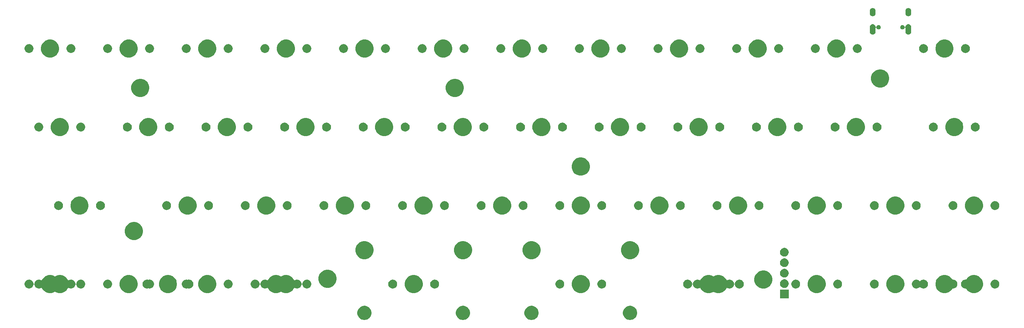
<source format=gts>
G04 #@! TF.GenerationSoftware,KiCad,Pcbnew,5.1.5-52549c5~84~ubuntu16.04.1*
G04 #@! TF.CreationDate,2020-05-05T20:45:57-04:00*
G04 #@! TF.ProjectId,steamvan,73746561-6d76-4616-9e2e-6b696361645f,rev?*
G04 #@! TF.SameCoordinates,PX43ec160PY7dabae0*
G04 #@! TF.FileFunction,Soldermask,Top*
G04 #@! TF.FilePolarity,Negative*
%FSLAX46Y46*%
G04 Gerber Fmt 4.6, Leading zero omitted, Abs format (unit mm)*
G04 Created by KiCad (PCBNEW 5.1.5-52549c5~84~ubuntu16.04.1) date 2020-05-05 20:45:57*
%MOMM*%
%LPD*%
G04 APERTURE LIST*
%ADD10C,0.100000*%
G04 APERTURE END LIST*
D10*
G36*
X110176998Y4232532D02*
G01*
X110288022Y4210448D01*
X110417980Y4156618D01*
X110601769Y4080490D01*
X110884135Y3891819D01*
X111124269Y3651685D01*
X111312940Y3369319D01*
X111442898Y3055571D01*
X111509150Y2722501D01*
X111509150Y2382899D01*
X111442898Y2049829D01*
X111312940Y1736081D01*
X111124269Y1453715D01*
X110884135Y1213581D01*
X110601769Y1024910D01*
X110417980Y948782D01*
X110288022Y894952D01*
X110176998Y872868D01*
X109954951Y828700D01*
X109615349Y828700D01*
X109393302Y872868D01*
X109282278Y894952D01*
X109152320Y948782D01*
X108968531Y1024910D01*
X108686165Y1213581D01*
X108446031Y1453715D01*
X108257360Y1736081D01*
X108127402Y2049829D01*
X108061150Y2382899D01*
X108061150Y2722501D01*
X108127402Y3055571D01*
X108257360Y3369319D01*
X108446031Y3651685D01*
X108686165Y3891819D01*
X108968531Y4080490D01*
X109152320Y4156618D01*
X109282278Y4210448D01*
X109393302Y4232532D01*
X109615349Y4276700D01*
X109954951Y4276700D01*
X110176998Y4232532D01*
G37*
G36*
X86300998Y4232532D02*
G01*
X86412022Y4210448D01*
X86541980Y4156618D01*
X86725769Y4080490D01*
X87008135Y3891819D01*
X87248269Y3651685D01*
X87436940Y3369319D01*
X87566898Y3055571D01*
X87633150Y2722501D01*
X87633150Y2382899D01*
X87566898Y2049829D01*
X87436940Y1736081D01*
X87248269Y1453715D01*
X87008135Y1213581D01*
X86725769Y1024910D01*
X86541980Y948782D01*
X86412022Y894952D01*
X86300998Y872868D01*
X86078951Y828700D01*
X85739349Y828700D01*
X85517302Y872868D01*
X85406278Y894952D01*
X85276320Y948782D01*
X85092531Y1024910D01*
X84810165Y1213581D01*
X84570031Y1453715D01*
X84381360Y1736081D01*
X84251402Y2049829D01*
X84185150Y2382899D01*
X84185150Y2722501D01*
X84251402Y3055571D01*
X84381360Y3369319D01*
X84570031Y3651685D01*
X84810165Y3891819D01*
X85092531Y4080490D01*
X85276320Y4156618D01*
X85406278Y4210448D01*
X85517302Y4232532D01*
X85739349Y4276700D01*
X86078951Y4276700D01*
X86300998Y4232532D01*
G37*
G36*
X150658248Y4232532D02*
G01*
X150769272Y4210448D01*
X150899230Y4156618D01*
X151083019Y4080490D01*
X151365385Y3891819D01*
X151605519Y3651685D01*
X151794190Y3369319D01*
X151924148Y3055571D01*
X151990400Y2722501D01*
X151990400Y2382899D01*
X151924148Y2049829D01*
X151794190Y1736081D01*
X151605519Y1453715D01*
X151365385Y1213581D01*
X151083019Y1024910D01*
X150899230Y948782D01*
X150769272Y894952D01*
X150658248Y872868D01*
X150436201Y828700D01*
X150096599Y828700D01*
X149874552Y872868D01*
X149763528Y894952D01*
X149633570Y948782D01*
X149449781Y1024910D01*
X149167415Y1213581D01*
X148927281Y1453715D01*
X148738610Y1736081D01*
X148608652Y2049829D01*
X148542400Y2382899D01*
X148542400Y2722501D01*
X148608652Y3055571D01*
X148738610Y3369319D01*
X148927281Y3651685D01*
X149167415Y3891819D01*
X149449781Y4080490D01*
X149633570Y4156618D01*
X149763528Y4210448D01*
X149874552Y4232532D01*
X150096599Y4276700D01*
X150436201Y4276700D01*
X150658248Y4232532D01*
G37*
G36*
X126782248Y4232532D02*
G01*
X126893272Y4210448D01*
X127023230Y4156618D01*
X127207019Y4080490D01*
X127489385Y3891819D01*
X127729519Y3651685D01*
X127918190Y3369319D01*
X128048148Y3055571D01*
X128114400Y2722501D01*
X128114400Y2382899D01*
X128048148Y2049829D01*
X127918190Y1736081D01*
X127729519Y1453715D01*
X127489385Y1213581D01*
X127207019Y1024910D01*
X127023230Y948782D01*
X126893272Y894952D01*
X126782248Y872868D01*
X126560201Y828700D01*
X126220599Y828700D01*
X125998552Y872868D01*
X125887528Y894952D01*
X125757570Y948782D01*
X125573781Y1024910D01*
X125291415Y1213581D01*
X125051281Y1453715D01*
X124862610Y1736081D01*
X124732652Y2049829D01*
X124666400Y2382899D01*
X124666400Y2722501D01*
X124732652Y3055571D01*
X124862610Y3369319D01*
X125051281Y3651685D01*
X125291415Y3891819D01*
X125573781Y4080490D01*
X125757570Y4156618D01*
X125887528Y4210448D01*
X125998552Y4232532D01*
X126220599Y4276700D01*
X126560201Y4276700D01*
X126782248Y4232532D01*
G37*
G36*
X188705200Y6062000D02*
G01*
X186605200Y6062000D01*
X186605200Y8162000D01*
X188705200Y8162000D01*
X188705200Y6062000D01*
G37*
G36*
X169924586Y11647290D02*
G01*
X170089967Y11578787D01*
X170323851Y11481909D01*
X170405837Y11427128D01*
X170427440Y11415581D01*
X170450889Y11408468D01*
X170475275Y11406066D01*
X170499661Y11408468D01*
X170523110Y11415581D01*
X170544713Y11427128D01*
X170626699Y11481909D01*
X170860583Y11578787D01*
X171025964Y11647290D01*
X171449818Y11731600D01*
X171881982Y11731600D01*
X172305836Y11647290D01*
X172471217Y11578787D01*
X172705101Y11481909D01*
X173064430Y11241813D01*
X173370013Y10936230D01*
X173610109Y10576901D01*
X173633086Y10521430D01*
X173644633Y10499827D01*
X173660178Y10480885D01*
X173679120Y10465339D01*
X173700731Y10453788D01*
X173724180Y10446675D01*
X173748566Y10444273D01*
X173772952Y10446675D01*
X173796401Y10453788D01*
X173818012Y10465339D01*
X173855448Y10490353D01*
X173970049Y10537822D01*
X174051084Y10571388D01*
X174154928Y10592044D01*
X174258771Y10612700D01*
X174470529Y10612700D01*
X174574372Y10592044D01*
X174678216Y10571388D01*
X174735516Y10547653D01*
X174873853Y10490353D01*
X175049922Y10372707D01*
X175199657Y10222972D01*
X175317303Y10046903D01*
X175398338Y9851266D01*
X175432678Y9678629D01*
X175439791Y9655181D01*
X175451342Y9633570D01*
X175466888Y9614628D01*
X175485830Y9599083D01*
X175507440Y9587532D01*
X175530889Y9580419D01*
X175555275Y9578017D01*
X175579662Y9580419D01*
X175603110Y9587532D01*
X175624721Y9599083D01*
X175643663Y9614629D01*
X175659208Y9633571D01*
X175670759Y9655181D01*
X175677872Y9678629D01*
X175712212Y9851266D01*
X175793247Y10046903D01*
X175910893Y10222972D01*
X176060628Y10372707D01*
X176236697Y10490353D01*
X176375034Y10547653D01*
X176432334Y10571388D01*
X176536178Y10592044D01*
X176640021Y10612700D01*
X176851779Y10612700D01*
X176955622Y10592044D01*
X177059466Y10571388D01*
X177116766Y10547653D01*
X177255103Y10490353D01*
X177431172Y10372707D01*
X177580907Y10222972D01*
X177698553Y10046903D01*
X177779588Y9851265D01*
X177820900Y9643579D01*
X177820900Y9431821D01*
X177779588Y9224135D01*
X177698553Y9028497D01*
X177580907Y8852428D01*
X177431172Y8702693D01*
X177255103Y8585047D01*
X177121832Y8529845D01*
X177059466Y8504012D01*
X177031755Y8498500D01*
X176851779Y8462700D01*
X176640021Y8462700D01*
X176460045Y8498500D01*
X176432334Y8504012D01*
X176369968Y8529845D01*
X176236697Y8585047D01*
X176060628Y8702693D01*
X175910893Y8852428D01*
X175793247Y9028497D01*
X175712212Y9224134D01*
X175677872Y9396771D01*
X175670759Y9420219D01*
X175659208Y9441830D01*
X175643662Y9460772D01*
X175624720Y9476317D01*
X175603110Y9487868D01*
X175579661Y9494981D01*
X175555275Y9497383D01*
X175530888Y9494981D01*
X175507440Y9487868D01*
X175485829Y9476317D01*
X175466887Y9460771D01*
X175451342Y9441829D01*
X175439791Y9420219D01*
X175432678Y9396771D01*
X175398338Y9224134D01*
X175317303Y9028497D01*
X175199657Y8852428D01*
X175049922Y8702693D01*
X174873853Y8585047D01*
X174740582Y8529845D01*
X174678216Y8504012D01*
X174650505Y8498500D01*
X174470529Y8462700D01*
X174258771Y8462700D01*
X174078795Y8498500D01*
X174051084Y8504012D01*
X173930492Y8553963D01*
X173855448Y8585047D01*
X173818012Y8610061D01*
X173796401Y8621612D01*
X173772953Y8628725D01*
X173748566Y8631127D01*
X173724180Y8628725D01*
X173700731Y8621612D01*
X173679121Y8610061D01*
X173660179Y8594516D01*
X173644633Y8575574D01*
X173633086Y8553970D01*
X173610109Y8498499D01*
X173370013Y8139170D01*
X173064430Y7833587D01*
X172705101Y7593491D01*
X172471217Y7496613D01*
X172305836Y7428110D01*
X171881982Y7343800D01*
X171449818Y7343800D01*
X171025964Y7428110D01*
X170860583Y7496613D01*
X170626699Y7593491D01*
X170544713Y7648272D01*
X170523110Y7659819D01*
X170499661Y7666932D01*
X170475275Y7669334D01*
X170450889Y7666932D01*
X170427440Y7659819D01*
X170405837Y7648272D01*
X170323851Y7593491D01*
X170089967Y7496613D01*
X169924586Y7428110D01*
X169500732Y7343800D01*
X169068568Y7343800D01*
X168644714Y7428110D01*
X168479333Y7496613D01*
X168245449Y7593491D01*
X167886120Y7833587D01*
X167580537Y8139170D01*
X167340441Y8498499D01*
X167317464Y8553970D01*
X167305917Y8575573D01*
X167290372Y8594515D01*
X167271430Y8610061D01*
X167249819Y8621612D01*
X167226370Y8628725D01*
X167201984Y8631127D01*
X167177598Y8628725D01*
X167154149Y8621612D01*
X167132538Y8610061D01*
X167095102Y8585047D01*
X167020058Y8553963D01*
X166899466Y8504012D01*
X166871755Y8498500D01*
X166691779Y8462700D01*
X166480021Y8462700D01*
X166300045Y8498500D01*
X166272334Y8504012D01*
X166209968Y8529845D01*
X166076697Y8585047D01*
X165900628Y8702693D01*
X165750893Y8852428D01*
X165633247Y9028497D01*
X165552212Y9224134D01*
X165517872Y9396771D01*
X165510759Y9420219D01*
X165499208Y9441830D01*
X165483662Y9460772D01*
X165464720Y9476317D01*
X165443110Y9487868D01*
X165419661Y9494981D01*
X165395275Y9497383D01*
X165370888Y9494981D01*
X165347440Y9487868D01*
X165325829Y9476317D01*
X165306887Y9460771D01*
X165291342Y9441829D01*
X165279791Y9420219D01*
X165272678Y9396771D01*
X165238338Y9224134D01*
X165157303Y9028497D01*
X165039657Y8852428D01*
X164889922Y8702693D01*
X164713853Y8585047D01*
X164580582Y8529845D01*
X164518216Y8504012D01*
X164490505Y8498500D01*
X164310529Y8462700D01*
X164098771Y8462700D01*
X163918795Y8498500D01*
X163891084Y8504012D01*
X163828718Y8529845D01*
X163695447Y8585047D01*
X163519378Y8702693D01*
X163369643Y8852428D01*
X163251997Y9028497D01*
X163170962Y9224135D01*
X163129650Y9431821D01*
X163129650Y9643579D01*
X163170962Y9851265D01*
X163251997Y10046903D01*
X163369643Y10222972D01*
X163519378Y10372707D01*
X163695447Y10490353D01*
X163833784Y10547653D01*
X163891084Y10571388D01*
X163994928Y10592044D01*
X164098771Y10612700D01*
X164310529Y10612700D01*
X164414372Y10592044D01*
X164518216Y10571388D01*
X164575516Y10547653D01*
X164713853Y10490353D01*
X164889922Y10372707D01*
X165039657Y10222972D01*
X165157303Y10046903D01*
X165238338Y9851266D01*
X165272678Y9678629D01*
X165279791Y9655181D01*
X165291342Y9633570D01*
X165306888Y9614628D01*
X165325830Y9599083D01*
X165347440Y9587532D01*
X165370889Y9580419D01*
X165395275Y9578017D01*
X165419662Y9580419D01*
X165443110Y9587532D01*
X165464721Y9599083D01*
X165483663Y9614629D01*
X165499208Y9633571D01*
X165510759Y9655181D01*
X165517872Y9678629D01*
X165552212Y9851266D01*
X165633247Y10046903D01*
X165750893Y10222972D01*
X165900628Y10372707D01*
X166076697Y10490353D01*
X166215034Y10547653D01*
X166272334Y10571388D01*
X166376178Y10592044D01*
X166480021Y10612700D01*
X166691779Y10612700D01*
X166795622Y10592044D01*
X166899466Y10571388D01*
X166980501Y10537822D01*
X167095102Y10490353D01*
X167132538Y10465339D01*
X167154149Y10453788D01*
X167177597Y10446675D01*
X167201984Y10444273D01*
X167226370Y10446675D01*
X167249819Y10453788D01*
X167271429Y10465339D01*
X167290371Y10480884D01*
X167305917Y10499826D01*
X167317464Y10521430D01*
X167340441Y10576901D01*
X167580537Y10936230D01*
X167886120Y11241813D01*
X168245449Y11481909D01*
X168479333Y11578787D01*
X168644714Y11647290D01*
X169068568Y11731600D01*
X169500732Y11731600D01*
X169924586Y11647290D01*
G37*
G36*
X65149586Y11647290D02*
G01*
X65314967Y11578787D01*
X65548851Y11481909D01*
X65630837Y11427128D01*
X65652440Y11415581D01*
X65675889Y11408468D01*
X65700275Y11406066D01*
X65724661Y11408468D01*
X65748110Y11415581D01*
X65769713Y11427128D01*
X65851699Y11481909D01*
X66085583Y11578787D01*
X66250964Y11647290D01*
X66674818Y11731600D01*
X67106982Y11731600D01*
X67530836Y11647290D01*
X67696217Y11578787D01*
X67930101Y11481909D01*
X68289430Y11241813D01*
X68595013Y10936230D01*
X68835109Y10576901D01*
X68858086Y10521430D01*
X68869633Y10499827D01*
X68885178Y10480885D01*
X68904120Y10465339D01*
X68925731Y10453788D01*
X68949180Y10446675D01*
X68973566Y10444273D01*
X68997952Y10446675D01*
X69021401Y10453788D01*
X69043012Y10465339D01*
X69080448Y10490353D01*
X69195049Y10537822D01*
X69276084Y10571388D01*
X69379928Y10592044D01*
X69483771Y10612700D01*
X69695529Y10612700D01*
X69799372Y10592044D01*
X69903216Y10571388D01*
X69960516Y10547653D01*
X70098853Y10490353D01*
X70274922Y10372707D01*
X70424657Y10222972D01*
X70542303Y10046903D01*
X70623338Y9851266D01*
X70657678Y9678629D01*
X70664791Y9655181D01*
X70676342Y9633570D01*
X70691888Y9614628D01*
X70710830Y9599083D01*
X70732440Y9587532D01*
X70755889Y9580419D01*
X70780275Y9578017D01*
X70804662Y9580419D01*
X70828110Y9587532D01*
X70849721Y9599083D01*
X70868663Y9614629D01*
X70884208Y9633571D01*
X70895759Y9655181D01*
X70902872Y9678629D01*
X70937212Y9851266D01*
X71018247Y10046903D01*
X71135893Y10222972D01*
X71285628Y10372707D01*
X71461697Y10490353D01*
X71600034Y10547653D01*
X71657334Y10571388D01*
X71761178Y10592044D01*
X71865021Y10612700D01*
X72076779Y10612700D01*
X72180622Y10592044D01*
X72284466Y10571388D01*
X72341766Y10547653D01*
X72480103Y10490353D01*
X72656172Y10372707D01*
X72805907Y10222972D01*
X72923553Y10046903D01*
X73004588Y9851265D01*
X73045900Y9643579D01*
X73045900Y9431821D01*
X73004588Y9224135D01*
X72923553Y9028497D01*
X72805907Y8852428D01*
X72656172Y8702693D01*
X72480103Y8585047D01*
X72346832Y8529845D01*
X72284466Y8504012D01*
X72256755Y8498500D01*
X72076779Y8462700D01*
X71865021Y8462700D01*
X71685045Y8498500D01*
X71657334Y8504012D01*
X71594968Y8529845D01*
X71461697Y8585047D01*
X71285628Y8702693D01*
X71135893Y8852428D01*
X71018247Y9028497D01*
X70937212Y9224134D01*
X70902872Y9396771D01*
X70895759Y9420219D01*
X70884208Y9441830D01*
X70868662Y9460772D01*
X70849720Y9476317D01*
X70828110Y9487868D01*
X70804661Y9494981D01*
X70780275Y9497383D01*
X70755888Y9494981D01*
X70732440Y9487868D01*
X70710829Y9476317D01*
X70691887Y9460771D01*
X70676342Y9441829D01*
X70664791Y9420219D01*
X70657678Y9396771D01*
X70623338Y9224134D01*
X70542303Y9028497D01*
X70424657Y8852428D01*
X70274922Y8702693D01*
X70098853Y8585047D01*
X69965582Y8529845D01*
X69903216Y8504012D01*
X69875505Y8498500D01*
X69695529Y8462700D01*
X69483771Y8462700D01*
X69303795Y8498500D01*
X69276084Y8504012D01*
X69155492Y8553963D01*
X69080448Y8585047D01*
X69043012Y8610061D01*
X69021401Y8621612D01*
X68997953Y8628725D01*
X68973566Y8631127D01*
X68949180Y8628725D01*
X68925731Y8621612D01*
X68904121Y8610061D01*
X68885179Y8594516D01*
X68869633Y8575574D01*
X68858086Y8553970D01*
X68835109Y8498499D01*
X68595013Y8139170D01*
X68289430Y7833587D01*
X67930101Y7593491D01*
X67696217Y7496613D01*
X67530836Y7428110D01*
X67106982Y7343800D01*
X66674818Y7343800D01*
X66250964Y7428110D01*
X66085583Y7496613D01*
X65851699Y7593491D01*
X65769713Y7648272D01*
X65748110Y7659819D01*
X65724661Y7666932D01*
X65700275Y7669334D01*
X65675889Y7666932D01*
X65652440Y7659819D01*
X65630837Y7648272D01*
X65548851Y7593491D01*
X65314967Y7496613D01*
X65149586Y7428110D01*
X64725732Y7343800D01*
X64293568Y7343800D01*
X63869714Y7428110D01*
X63704333Y7496613D01*
X63470449Y7593491D01*
X63111120Y7833587D01*
X62805537Y8139170D01*
X62565441Y8498499D01*
X62542464Y8553970D01*
X62530917Y8575573D01*
X62515372Y8594515D01*
X62496430Y8610061D01*
X62474819Y8621612D01*
X62451370Y8628725D01*
X62426984Y8631127D01*
X62402598Y8628725D01*
X62379149Y8621612D01*
X62357538Y8610061D01*
X62320102Y8585047D01*
X62245058Y8553963D01*
X62124466Y8504012D01*
X62096755Y8498500D01*
X61916779Y8462700D01*
X61705021Y8462700D01*
X61525045Y8498500D01*
X61497334Y8504012D01*
X61434968Y8529845D01*
X61301697Y8585047D01*
X61125628Y8702693D01*
X60975893Y8852428D01*
X60858247Y9028497D01*
X60777212Y9224134D01*
X60742872Y9396771D01*
X60735759Y9420219D01*
X60724208Y9441830D01*
X60708662Y9460772D01*
X60689720Y9476317D01*
X60668110Y9487868D01*
X60644661Y9494981D01*
X60620275Y9497383D01*
X60595888Y9494981D01*
X60572440Y9487868D01*
X60550829Y9476317D01*
X60531887Y9460771D01*
X60516342Y9441829D01*
X60504791Y9420219D01*
X60497678Y9396771D01*
X60463338Y9224134D01*
X60382303Y9028497D01*
X60264657Y8852428D01*
X60114922Y8702693D01*
X59938853Y8585047D01*
X59805582Y8529845D01*
X59743216Y8504012D01*
X59715505Y8498500D01*
X59535529Y8462700D01*
X59323771Y8462700D01*
X59143795Y8498500D01*
X59116084Y8504012D01*
X59053718Y8529845D01*
X58920447Y8585047D01*
X58744378Y8702693D01*
X58594643Y8852428D01*
X58476997Y9028497D01*
X58395962Y9224135D01*
X58354650Y9431821D01*
X58354650Y9643579D01*
X58395962Y9851265D01*
X58476997Y10046903D01*
X58594643Y10222972D01*
X58744378Y10372707D01*
X58920447Y10490353D01*
X59058784Y10547653D01*
X59116084Y10571388D01*
X59219928Y10592044D01*
X59323771Y10612700D01*
X59535529Y10612700D01*
X59639372Y10592044D01*
X59743216Y10571388D01*
X59800516Y10547653D01*
X59938853Y10490353D01*
X60114922Y10372707D01*
X60264657Y10222972D01*
X60382303Y10046903D01*
X60463338Y9851266D01*
X60497678Y9678629D01*
X60504791Y9655181D01*
X60516342Y9633570D01*
X60531888Y9614628D01*
X60550830Y9599083D01*
X60572440Y9587532D01*
X60595889Y9580419D01*
X60620275Y9578017D01*
X60644662Y9580419D01*
X60668110Y9587532D01*
X60689721Y9599083D01*
X60708663Y9614629D01*
X60724208Y9633571D01*
X60735759Y9655181D01*
X60742872Y9678629D01*
X60777212Y9851266D01*
X60858247Y10046903D01*
X60975893Y10222972D01*
X61125628Y10372707D01*
X61301697Y10490353D01*
X61440034Y10547653D01*
X61497334Y10571388D01*
X61601178Y10592044D01*
X61705021Y10612700D01*
X61916779Y10612700D01*
X62020622Y10592044D01*
X62124466Y10571388D01*
X62205501Y10537822D01*
X62320102Y10490353D01*
X62357538Y10465339D01*
X62379149Y10453788D01*
X62402597Y10446675D01*
X62426984Y10444273D01*
X62451370Y10446675D01*
X62474819Y10453788D01*
X62496429Y10465339D01*
X62515371Y10480884D01*
X62530917Y10499826D01*
X62542464Y10521430D01*
X62565441Y10576901D01*
X62805537Y10936230D01*
X63111120Y11241813D01*
X63470449Y11481909D01*
X63704333Y11578787D01*
X63869714Y11647290D01*
X64293568Y11731600D01*
X64725732Y11731600D01*
X65149586Y11647290D01*
G37*
G36*
X38955836Y11647290D02*
G01*
X39121217Y11578787D01*
X39355101Y11481909D01*
X39714430Y11241813D01*
X40020013Y10936230D01*
X40260109Y10576901D01*
X40344689Y10372707D01*
X40425490Y10177636D01*
X40509800Y9753782D01*
X40509800Y9321618D01*
X40425490Y8897764D01*
X40400058Y8836367D01*
X40260109Y8498499D01*
X40020013Y8139170D01*
X39714430Y7833587D01*
X39355101Y7593491D01*
X39121217Y7496613D01*
X38955836Y7428110D01*
X38531982Y7343800D01*
X38099818Y7343800D01*
X37675964Y7428110D01*
X37510583Y7496613D01*
X37276699Y7593491D01*
X36917370Y7833587D01*
X36611787Y8139170D01*
X36371691Y8498499D01*
X36231742Y8836367D01*
X36206310Y8897764D01*
X36122000Y9321618D01*
X36122000Y9753782D01*
X36206310Y10177636D01*
X36287111Y10372707D01*
X36371691Y10576901D01*
X36611787Y10936230D01*
X36917370Y11241813D01*
X37276699Y11481909D01*
X37510583Y11578787D01*
X37675964Y11647290D01*
X38099818Y11731600D01*
X38531982Y11731600D01*
X38955836Y11647290D01*
G37*
G36*
X29430836Y11647290D02*
G01*
X29596217Y11578787D01*
X29830101Y11481909D01*
X30189430Y11241813D01*
X30495013Y10936230D01*
X30735109Y10576901D01*
X30819689Y10372707D01*
X30900490Y10177636D01*
X30984800Y9753782D01*
X30984800Y9321618D01*
X30900490Y8897764D01*
X30875058Y8836367D01*
X30735109Y8498499D01*
X30495013Y8139170D01*
X30189430Y7833587D01*
X29830101Y7593491D01*
X29596217Y7496613D01*
X29430836Y7428110D01*
X29006982Y7343800D01*
X28574818Y7343800D01*
X28150964Y7428110D01*
X27985583Y7496613D01*
X27751699Y7593491D01*
X27392370Y7833587D01*
X27086787Y8139170D01*
X26846691Y8498499D01*
X26706742Y8836367D01*
X26681310Y8897764D01*
X26597000Y9321618D01*
X26597000Y9753782D01*
X26681310Y10177636D01*
X26762111Y10372707D01*
X26846691Y10576901D01*
X27086787Y10936230D01*
X27392370Y11241813D01*
X27751699Y11481909D01*
X27985583Y11578787D01*
X28150964Y11647290D01*
X28574818Y11731600D01*
X29006982Y11731600D01*
X29430836Y11647290D01*
G37*
G36*
X138968336Y11647290D02*
G01*
X139133717Y11578787D01*
X139367601Y11481909D01*
X139726930Y11241813D01*
X140032513Y10936230D01*
X140272609Y10576901D01*
X140357189Y10372707D01*
X140437990Y10177636D01*
X140522300Y9753782D01*
X140522300Y9321618D01*
X140437990Y8897764D01*
X140412558Y8836367D01*
X140272609Y8498499D01*
X140032513Y8139170D01*
X139726930Y7833587D01*
X139367601Y7593491D01*
X139133717Y7496613D01*
X138968336Y7428110D01*
X138544482Y7343800D01*
X138112318Y7343800D01*
X137688464Y7428110D01*
X137523083Y7496613D01*
X137289199Y7593491D01*
X136929870Y7833587D01*
X136624287Y8139170D01*
X136384191Y8498499D01*
X136244242Y8836367D01*
X136218810Y8897764D01*
X136134500Y9321618D01*
X136134500Y9753782D01*
X136218810Y10177636D01*
X136299611Y10372707D01*
X136384191Y10576901D01*
X136624287Y10936230D01*
X136929870Y11241813D01*
X137289199Y11481909D01*
X137523083Y11578787D01*
X137688464Y11647290D01*
X138112318Y11731600D01*
X138544482Y11731600D01*
X138968336Y11647290D01*
G37*
G36*
X98487086Y11647290D02*
G01*
X98652467Y11578787D01*
X98886351Y11481909D01*
X99245680Y11241813D01*
X99551263Y10936230D01*
X99791359Y10576901D01*
X99875939Y10372707D01*
X99956740Y10177636D01*
X100041050Y9753782D01*
X100041050Y9321618D01*
X99956740Y8897764D01*
X99931308Y8836367D01*
X99791359Y8498499D01*
X99551263Y8139170D01*
X99245680Y7833587D01*
X98886351Y7593491D01*
X98652467Y7496613D01*
X98487086Y7428110D01*
X98063232Y7343800D01*
X97631068Y7343800D01*
X97207214Y7428110D01*
X97041833Y7496613D01*
X96807949Y7593491D01*
X96448620Y7833587D01*
X96143037Y8139170D01*
X95902941Y8498499D01*
X95762992Y8836367D01*
X95737560Y8897764D01*
X95653250Y9321618D01*
X95653250Y9753782D01*
X95737560Y10177636D01*
X95818361Y10372707D01*
X95902941Y10576901D01*
X96143037Y10936230D01*
X96448620Y11241813D01*
X96807949Y11481909D01*
X97041833Y11578787D01*
X97207214Y11647290D01*
X97631068Y11731600D01*
X98063232Y11731600D01*
X98487086Y11647290D01*
G37*
G36*
X10380836Y11647290D02*
G01*
X10546217Y11578787D01*
X10780101Y11481909D01*
X10862087Y11427128D01*
X10883690Y11415581D01*
X10907139Y11408468D01*
X10931525Y11406066D01*
X10955911Y11408468D01*
X10979360Y11415581D01*
X11000963Y11427128D01*
X11082949Y11481909D01*
X11316833Y11578787D01*
X11482214Y11647290D01*
X11906068Y11731600D01*
X12338232Y11731600D01*
X12762086Y11647290D01*
X12927467Y11578787D01*
X13161351Y11481909D01*
X13520680Y11241813D01*
X13826263Y10936230D01*
X14066359Y10576901D01*
X14089336Y10521430D01*
X14100883Y10499827D01*
X14116428Y10480885D01*
X14135370Y10465339D01*
X14156981Y10453788D01*
X14180430Y10446675D01*
X14204816Y10444273D01*
X14229202Y10446675D01*
X14252651Y10453788D01*
X14274262Y10465339D01*
X14311698Y10490353D01*
X14426299Y10537822D01*
X14507334Y10571388D01*
X14611178Y10592044D01*
X14715021Y10612700D01*
X14926779Y10612700D01*
X15030622Y10592044D01*
X15134466Y10571388D01*
X15191766Y10547653D01*
X15330103Y10490353D01*
X15506172Y10372707D01*
X15655907Y10222972D01*
X15773553Y10046903D01*
X15854588Y9851266D01*
X15888928Y9678629D01*
X15896041Y9655181D01*
X15907592Y9633570D01*
X15923138Y9614628D01*
X15942080Y9599083D01*
X15963690Y9587532D01*
X15987139Y9580419D01*
X16011525Y9578017D01*
X16035912Y9580419D01*
X16059360Y9587532D01*
X16080971Y9599083D01*
X16099913Y9614629D01*
X16115458Y9633571D01*
X16127009Y9655181D01*
X16134122Y9678629D01*
X16168462Y9851266D01*
X16249497Y10046903D01*
X16367143Y10222972D01*
X16516878Y10372707D01*
X16692947Y10490353D01*
X16831284Y10547653D01*
X16888584Y10571388D01*
X16992428Y10592044D01*
X17096271Y10612700D01*
X17308029Y10612700D01*
X17411872Y10592044D01*
X17515716Y10571388D01*
X17573016Y10547653D01*
X17711353Y10490353D01*
X17887422Y10372707D01*
X18037157Y10222972D01*
X18154803Y10046903D01*
X18235838Y9851265D01*
X18277150Y9643579D01*
X18277150Y9431821D01*
X18235838Y9224135D01*
X18154803Y9028497D01*
X18037157Y8852428D01*
X17887422Y8702693D01*
X17711353Y8585047D01*
X17578082Y8529845D01*
X17515716Y8504012D01*
X17488005Y8498500D01*
X17308029Y8462700D01*
X17096271Y8462700D01*
X16916295Y8498500D01*
X16888584Y8504012D01*
X16826218Y8529845D01*
X16692947Y8585047D01*
X16516878Y8702693D01*
X16367143Y8852428D01*
X16249497Y9028497D01*
X16168462Y9224134D01*
X16134122Y9396771D01*
X16127009Y9420219D01*
X16115458Y9441830D01*
X16099912Y9460772D01*
X16080970Y9476317D01*
X16059360Y9487868D01*
X16035911Y9494981D01*
X16011525Y9497383D01*
X15987138Y9494981D01*
X15963690Y9487868D01*
X15942079Y9476317D01*
X15923137Y9460771D01*
X15907592Y9441829D01*
X15896041Y9420219D01*
X15888928Y9396771D01*
X15854588Y9224134D01*
X15773553Y9028497D01*
X15655907Y8852428D01*
X15506172Y8702693D01*
X15330103Y8585047D01*
X15196832Y8529845D01*
X15134466Y8504012D01*
X15106755Y8498500D01*
X14926779Y8462700D01*
X14715021Y8462700D01*
X14535045Y8498500D01*
X14507334Y8504012D01*
X14386742Y8553963D01*
X14311698Y8585047D01*
X14274262Y8610061D01*
X14252651Y8621612D01*
X14229203Y8628725D01*
X14204816Y8631127D01*
X14180430Y8628725D01*
X14156981Y8621612D01*
X14135371Y8610061D01*
X14116429Y8594516D01*
X14100883Y8575574D01*
X14089336Y8553970D01*
X14066359Y8498499D01*
X13826263Y8139170D01*
X13520680Y7833587D01*
X13161351Y7593491D01*
X12927467Y7496613D01*
X12762086Y7428110D01*
X12338232Y7343800D01*
X11906068Y7343800D01*
X11482214Y7428110D01*
X11316833Y7496613D01*
X11082949Y7593491D01*
X11000963Y7648272D01*
X10979360Y7659819D01*
X10955911Y7666932D01*
X10931525Y7669334D01*
X10907139Y7666932D01*
X10883690Y7659819D01*
X10862087Y7648272D01*
X10780101Y7593491D01*
X10546217Y7496613D01*
X10380836Y7428110D01*
X9956982Y7343800D01*
X9524818Y7343800D01*
X9100964Y7428110D01*
X8935583Y7496613D01*
X8701699Y7593491D01*
X8342370Y7833587D01*
X8036787Y8139170D01*
X7796691Y8498499D01*
X7773714Y8553970D01*
X7762167Y8575573D01*
X7746622Y8594515D01*
X7727680Y8610061D01*
X7706069Y8621612D01*
X7682620Y8628725D01*
X7658234Y8631127D01*
X7633848Y8628725D01*
X7610399Y8621612D01*
X7588788Y8610061D01*
X7551352Y8585047D01*
X7476308Y8553963D01*
X7355716Y8504012D01*
X7328005Y8498500D01*
X7148029Y8462700D01*
X6936271Y8462700D01*
X6756295Y8498500D01*
X6728584Y8504012D01*
X6666218Y8529845D01*
X6532947Y8585047D01*
X6356878Y8702693D01*
X6207143Y8852428D01*
X6089497Y9028497D01*
X6008462Y9224134D01*
X5974122Y9396771D01*
X5967009Y9420219D01*
X5955458Y9441830D01*
X5939912Y9460772D01*
X5920970Y9476317D01*
X5899360Y9487868D01*
X5875911Y9494981D01*
X5851525Y9497383D01*
X5827138Y9494981D01*
X5803690Y9487868D01*
X5782079Y9476317D01*
X5763137Y9460771D01*
X5747592Y9441829D01*
X5736041Y9420219D01*
X5728928Y9396771D01*
X5694588Y9224134D01*
X5613553Y9028497D01*
X5495907Y8852428D01*
X5346172Y8702693D01*
X5170103Y8585047D01*
X5036832Y8529845D01*
X4974466Y8504012D01*
X4946755Y8498500D01*
X4766779Y8462700D01*
X4555021Y8462700D01*
X4375045Y8498500D01*
X4347334Y8504012D01*
X4284968Y8529845D01*
X4151697Y8585047D01*
X3975628Y8702693D01*
X3825893Y8852428D01*
X3708247Y9028497D01*
X3627212Y9224135D01*
X3585900Y9431821D01*
X3585900Y9643579D01*
X3627212Y9851265D01*
X3708247Y10046903D01*
X3825893Y10222972D01*
X3975628Y10372707D01*
X4151697Y10490353D01*
X4290034Y10547653D01*
X4347334Y10571388D01*
X4451178Y10592044D01*
X4555021Y10612700D01*
X4766779Y10612700D01*
X4870622Y10592044D01*
X4974466Y10571388D01*
X5031766Y10547653D01*
X5170103Y10490353D01*
X5346172Y10372707D01*
X5495907Y10222972D01*
X5613553Y10046903D01*
X5694588Y9851266D01*
X5728928Y9678629D01*
X5736041Y9655181D01*
X5747592Y9633570D01*
X5763138Y9614628D01*
X5782080Y9599083D01*
X5803690Y9587532D01*
X5827139Y9580419D01*
X5851525Y9578017D01*
X5875912Y9580419D01*
X5899360Y9587532D01*
X5920971Y9599083D01*
X5939913Y9614629D01*
X5955458Y9633571D01*
X5967009Y9655181D01*
X5974122Y9678629D01*
X6008462Y9851266D01*
X6089497Y10046903D01*
X6207143Y10222972D01*
X6356878Y10372707D01*
X6532947Y10490353D01*
X6671284Y10547653D01*
X6728584Y10571388D01*
X6832428Y10592044D01*
X6936271Y10612700D01*
X7148029Y10612700D01*
X7251872Y10592044D01*
X7355716Y10571388D01*
X7436751Y10537822D01*
X7551352Y10490353D01*
X7588788Y10465339D01*
X7610399Y10453788D01*
X7633847Y10446675D01*
X7658234Y10444273D01*
X7682620Y10446675D01*
X7706069Y10453788D01*
X7727679Y10465339D01*
X7746621Y10480884D01*
X7762167Y10499826D01*
X7773714Y10521430D01*
X7796691Y10576901D01*
X8036787Y10936230D01*
X8342370Y11241813D01*
X8701699Y11481909D01*
X8935583Y11578787D01*
X9100964Y11647290D01*
X9524818Y11731600D01*
X9956982Y11731600D01*
X10380836Y11647290D01*
G37*
G36*
X215168336Y11647290D02*
G01*
X215333717Y11578787D01*
X215567601Y11481909D01*
X215926930Y11241813D01*
X216232513Y10936230D01*
X216472609Y10576901D01*
X216557189Y10372707D01*
X216637990Y10177636D01*
X216722300Y9753782D01*
X216722300Y9321618D01*
X216637990Y8897764D01*
X216612558Y8836367D01*
X216472609Y8498499D01*
X216232513Y8139170D01*
X215926930Y7833587D01*
X215567601Y7593491D01*
X215333717Y7496613D01*
X215168336Y7428110D01*
X214744482Y7343800D01*
X214312318Y7343800D01*
X213888464Y7428110D01*
X213723083Y7496613D01*
X213489199Y7593491D01*
X213129870Y7833587D01*
X212824287Y8139170D01*
X212584191Y8498499D01*
X212444242Y8836367D01*
X212418810Y8897764D01*
X212334500Y9321618D01*
X212334500Y9753782D01*
X212418810Y10177636D01*
X212499611Y10372707D01*
X212584191Y10576901D01*
X212824287Y10936230D01*
X213129870Y11241813D01*
X213489199Y11481909D01*
X213723083Y11578787D01*
X213888464Y11647290D01*
X214312318Y11731600D01*
X214744482Y11731600D01*
X215168336Y11647290D01*
G37*
G36*
X227074586Y11647290D02*
G01*
X227239967Y11578787D01*
X227473851Y11481909D01*
X227833180Y11241813D01*
X228138763Y10936230D01*
X228317822Y10668249D01*
X228333364Y10649311D01*
X228352306Y10633766D01*
X228373917Y10622215D01*
X228397366Y10615102D01*
X228421752Y10612700D01*
X228604279Y10612700D01*
X228708122Y10592044D01*
X228811966Y10571388D01*
X228869266Y10547653D01*
X229007603Y10490353D01*
X229183672Y10372707D01*
X229333407Y10222972D01*
X229451053Y10046903D01*
X229532088Y9851265D01*
X229573400Y9643579D01*
X229573400Y9431821D01*
X229532088Y9224135D01*
X229451053Y9028497D01*
X229333407Y8852428D01*
X229183672Y8702693D01*
X229007603Y8585047D01*
X228874332Y8529845D01*
X228811966Y8504012D01*
X228784255Y8498500D01*
X228604279Y8462700D01*
X228421752Y8462700D01*
X228397366Y8460298D01*
X228373917Y8453185D01*
X228352306Y8441634D01*
X228333364Y8426089D01*
X228317822Y8407151D01*
X228138763Y8139170D01*
X227833180Y7833587D01*
X227473851Y7593491D01*
X227239967Y7496613D01*
X227074586Y7428110D01*
X226650732Y7343800D01*
X226218568Y7343800D01*
X225794714Y7428110D01*
X225629333Y7496613D01*
X225395449Y7593491D01*
X225036120Y7833587D01*
X224730537Y8139170D01*
X224490441Y8498499D01*
X224350492Y8836367D01*
X224325060Y8897764D01*
X224240750Y9321618D01*
X224240750Y9753782D01*
X224325060Y10177636D01*
X224405861Y10372707D01*
X224490441Y10576901D01*
X224730537Y10936230D01*
X225036120Y11241813D01*
X225395449Y11481909D01*
X225629333Y11578787D01*
X225794714Y11647290D01*
X226218568Y11731600D01*
X226650732Y11731600D01*
X227074586Y11647290D01*
G37*
G36*
X234218336Y11647290D02*
G01*
X234383717Y11578787D01*
X234617601Y11481909D01*
X234976930Y11241813D01*
X235282513Y10936230D01*
X235522609Y10576901D01*
X235607189Y10372707D01*
X235687990Y10177636D01*
X235772300Y9753782D01*
X235772300Y9321618D01*
X235687990Y8897764D01*
X235662558Y8836367D01*
X235522609Y8498499D01*
X235282513Y8139170D01*
X234976930Y7833587D01*
X234617601Y7593491D01*
X234383717Y7496613D01*
X234218336Y7428110D01*
X233794482Y7343800D01*
X233362318Y7343800D01*
X232938464Y7428110D01*
X232773083Y7496613D01*
X232539199Y7593491D01*
X232179870Y7833587D01*
X231874287Y8139170D01*
X231695228Y8407151D01*
X231679686Y8426089D01*
X231660744Y8441634D01*
X231639133Y8453185D01*
X231615684Y8460298D01*
X231591298Y8462700D01*
X231408771Y8462700D01*
X231228795Y8498500D01*
X231201084Y8504012D01*
X231138718Y8529845D01*
X231005447Y8585047D01*
X230829378Y8702693D01*
X230679643Y8852428D01*
X230561997Y9028497D01*
X230480962Y9224135D01*
X230439650Y9431821D01*
X230439650Y9643579D01*
X230480962Y9851265D01*
X230561997Y10046903D01*
X230679643Y10222972D01*
X230829378Y10372707D01*
X231005447Y10490353D01*
X231143784Y10547653D01*
X231201084Y10571388D01*
X231304928Y10592044D01*
X231408771Y10612700D01*
X231591298Y10612700D01*
X231615684Y10615102D01*
X231639133Y10622215D01*
X231660744Y10633766D01*
X231679686Y10649311D01*
X231695228Y10668249D01*
X231874287Y10936230D01*
X232179870Y11241813D01*
X232539199Y11481909D01*
X232773083Y11578787D01*
X232938464Y11647290D01*
X233362318Y11731600D01*
X233794482Y11731600D01*
X234218336Y11647290D01*
G37*
G36*
X48480836Y11647290D02*
G01*
X48646217Y11578787D01*
X48880101Y11481909D01*
X49239430Y11241813D01*
X49545013Y10936230D01*
X49785109Y10576901D01*
X49869689Y10372707D01*
X49950490Y10177636D01*
X50034800Y9753782D01*
X50034800Y9321618D01*
X49950490Y8897764D01*
X49925058Y8836367D01*
X49785109Y8498499D01*
X49545013Y8139170D01*
X49239430Y7833587D01*
X48880101Y7593491D01*
X48646217Y7496613D01*
X48480836Y7428110D01*
X48056982Y7343800D01*
X47624818Y7343800D01*
X47200964Y7428110D01*
X47035583Y7496613D01*
X46801699Y7593491D01*
X46442370Y7833587D01*
X46136787Y8139170D01*
X45896691Y8498499D01*
X45756742Y8836367D01*
X45731310Y8897764D01*
X45647000Y9321618D01*
X45647000Y9753782D01*
X45731310Y10177636D01*
X45812111Y10372707D01*
X45896691Y10576901D01*
X46136787Y10936230D01*
X46442370Y11241813D01*
X46801699Y11481909D01*
X47035583Y11578787D01*
X47200964Y11647290D01*
X47624818Y11731600D01*
X48056982Y11731600D01*
X48480836Y11647290D01*
G37*
G36*
X196118336Y11647290D02*
G01*
X196283717Y11578787D01*
X196517601Y11481909D01*
X196876930Y11241813D01*
X197182513Y10936230D01*
X197422609Y10576901D01*
X197507189Y10372707D01*
X197587990Y10177636D01*
X197672300Y9753782D01*
X197672300Y9321618D01*
X197587990Y8897764D01*
X197562558Y8836367D01*
X197422609Y8498499D01*
X197182513Y8139170D01*
X196876930Y7833587D01*
X196517601Y7593491D01*
X196283717Y7496613D01*
X196118336Y7428110D01*
X195694482Y7343800D01*
X195262318Y7343800D01*
X194838464Y7428110D01*
X194673083Y7496613D01*
X194439199Y7593491D01*
X194079870Y7833587D01*
X193774287Y8139170D01*
X193534191Y8498499D01*
X193394242Y8836367D01*
X193368810Y8897764D01*
X193284500Y9321618D01*
X193284500Y9753782D01*
X193368810Y10177636D01*
X193449611Y10372707D01*
X193534191Y10576901D01*
X193774287Y10936230D01*
X194079870Y11241813D01*
X194439199Y11481909D01*
X194673083Y11578787D01*
X194838464Y11647290D01*
X195262318Y11731600D01*
X195694482Y11731600D01*
X196118336Y11647290D01*
G37*
G36*
X183197415Y12760756D02*
G01*
X183597789Y12594916D01*
X183597791Y12594915D01*
X183958118Y12354152D01*
X184264552Y12047718D01*
X184500473Y11694638D01*
X184505316Y11687389D01*
X184671156Y11287015D01*
X184755700Y10861982D01*
X184755700Y10428618D01*
X184671156Y10003585D01*
X184517891Y9633571D01*
X184505315Y9603209D01*
X184264552Y9242882D01*
X183958118Y8936448D01*
X183597791Y8695685D01*
X183597790Y8695684D01*
X183597789Y8695684D01*
X183197415Y8529844D01*
X182772382Y8445300D01*
X182339018Y8445300D01*
X181913985Y8529844D01*
X181513611Y8695684D01*
X181513610Y8695684D01*
X181513609Y8695685D01*
X181153282Y8936448D01*
X180846848Y9242882D01*
X180606085Y9603209D01*
X180593509Y9633571D01*
X180440244Y10003585D01*
X180355700Y10428618D01*
X180355700Y10861982D01*
X180440244Y11287015D01*
X180606084Y11687389D01*
X180610928Y11694638D01*
X180846848Y12047718D01*
X181153282Y12354152D01*
X181513609Y12594915D01*
X181513611Y12594916D01*
X181913985Y12760756D01*
X182339018Y12845300D01*
X182772382Y12845300D01*
X183197415Y12760756D01*
G37*
G36*
X133458122Y10592044D02*
G01*
X133561966Y10571388D01*
X133619266Y10547653D01*
X133757603Y10490353D01*
X133933672Y10372707D01*
X134083407Y10222972D01*
X134201053Y10046903D01*
X134282088Y9851265D01*
X134323400Y9643579D01*
X134323400Y9431821D01*
X134282088Y9224135D01*
X134201053Y9028497D01*
X134083407Y8852428D01*
X133933672Y8702693D01*
X133757603Y8585047D01*
X133624332Y8529845D01*
X133561966Y8504012D01*
X133534255Y8498500D01*
X133354279Y8462700D01*
X133142521Y8462700D01*
X132962545Y8498500D01*
X132934834Y8504012D01*
X132872468Y8529845D01*
X132739197Y8585047D01*
X132563128Y8702693D01*
X132413393Y8852428D01*
X132295747Y9028497D01*
X132214712Y9224135D01*
X132173400Y9431821D01*
X132173400Y9643579D01*
X132214712Y9851265D01*
X132295747Y10046903D01*
X132413393Y10222972D01*
X132563128Y10372707D01*
X132739197Y10490353D01*
X132877534Y10547653D01*
X132934834Y10571388D01*
X133038678Y10592044D01*
X133142521Y10612700D01*
X133354279Y10612700D01*
X133458122Y10592044D01*
G37*
G36*
X33529017Y10575456D02*
G01*
X33553400Y10573054D01*
X33577783Y10575456D01*
X33765022Y10612700D01*
X33976779Y10612700D01*
X34080622Y10592044D01*
X34184466Y10571388D01*
X34241766Y10547653D01*
X34380103Y10490353D01*
X34556172Y10372707D01*
X34705907Y10222972D01*
X34823553Y10046903D01*
X34904588Y9851265D01*
X34945900Y9643579D01*
X34945900Y9431821D01*
X34904588Y9224135D01*
X34823553Y9028497D01*
X34705907Y8852428D01*
X34556172Y8702693D01*
X34380103Y8585047D01*
X34246832Y8529845D01*
X34184466Y8504012D01*
X34156755Y8498500D01*
X33976779Y8462700D01*
X33765022Y8462700D01*
X33577783Y8499944D01*
X33553400Y8502346D01*
X33529017Y8499944D01*
X33341778Y8462700D01*
X33130021Y8462700D01*
X32950045Y8498500D01*
X32922334Y8504012D01*
X32859968Y8529845D01*
X32726697Y8585047D01*
X32550628Y8702693D01*
X32400893Y8852428D01*
X32283247Y9028497D01*
X32202212Y9224135D01*
X32160900Y9431821D01*
X32160900Y9643579D01*
X32202212Y9851265D01*
X32283247Y10046903D01*
X32400893Y10222972D01*
X32550628Y10372707D01*
X32726697Y10490353D01*
X32865034Y10547653D01*
X32922334Y10571388D01*
X33026178Y10592044D01*
X33130021Y10612700D01*
X33341778Y10612700D01*
X33529017Y10575456D01*
G37*
G36*
X209658122Y10592044D02*
G01*
X209761966Y10571388D01*
X209819266Y10547653D01*
X209957603Y10490353D01*
X210133672Y10372707D01*
X210283407Y10222972D01*
X210401053Y10046903D01*
X210482088Y9851265D01*
X210523400Y9643579D01*
X210523400Y9431821D01*
X210482088Y9224135D01*
X210401053Y9028497D01*
X210283407Y8852428D01*
X210133672Y8702693D01*
X209957603Y8585047D01*
X209824332Y8529845D01*
X209761966Y8504012D01*
X209734255Y8498500D01*
X209554279Y8462700D01*
X209342521Y8462700D01*
X209162545Y8498500D01*
X209134834Y8504012D01*
X209072468Y8529845D01*
X208939197Y8585047D01*
X208763128Y8702693D01*
X208613393Y8852428D01*
X208495747Y9028497D01*
X208414712Y9224135D01*
X208373400Y9431821D01*
X208373400Y9643579D01*
X208414712Y9851265D01*
X208495747Y10046903D01*
X208613393Y10222972D01*
X208763128Y10372707D01*
X208939197Y10490353D01*
X209077534Y10547653D01*
X209134834Y10571388D01*
X209238678Y10592044D01*
X209342521Y10612700D01*
X209554279Y10612700D01*
X209658122Y10592044D01*
G37*
G36*
X238868122Y10592044D02*
G01*
X238971966Y10571388D01*
X239029266Y10547653D01*
X239167603Y10490353D01*
X239343672Y10372707D01*
X239493407Y10222972D01*
X239611053Y10046903D01*
X239692088Y9851265D01*
X239733400Y9643579D01*
X239733400Y9431821D01*
X239692088Y9224135D01*
X239611053Y9028497D01*
X239493407Y8852428D01*
X239343672Y8702693D01*
X239167603Y8585047D01*
X239034332Y8529845D01*
X238971966Y8504012D01*
X238944255Y8498500D01*
X238764279Y8462700D01*
X238552521Y8462700D01*
X238372545Y8498500D01*
X238344834Y8504012D01*
X238282468Y8529845D01*
X238149197Y8585047D01*
X237973128Y8702693D01*
X237823393Y8852428D01*
X237705747Y9028497D01*
X237624712Y9224135D01*
X237583400Y9431821D01*
X237583400Y9643579D01*
X237624712Y9851265D01*
X237705747Y10046903D01*
X237823393Y10222972D01*
X237973128Y10372707D01*
X238149197Y10490353D01*
X238287534Y10547653D01*
X238344834Y10571388D01*
X238448678Y10592044D01*
X238552521Y10612700D01*
X238764279Y10612700D01*
X238868122Y10592044D01*
G37*
G36*
X200768122Y10592044D02*
G01*
X200871966Y10571388D01*
X200929266Y10547653D01*
X201067603Y10490353D01*
X201243672Y10372707D01*
X201393407Y10222972D01*
X201511053Y10046903D01*
X201592088Y9851265D01*
X201633400Y9643579D01*
X201633400Y9431821D01*
X201592088Y9224135D01*
X201511053Y9028497D01*
X201393407Y8852428D01*
X201243672Y8702693D01*
X201067603Y8585047D01*
X200934332Y8529845D01*
X200871966Y8504012D01*
X200844255Y8498500D01*
X200664279Y8462700D01*
X200452521Y8462700D01*
X200272545Y8498500D01*
X200244834Y8504012D01*
X200182468Y8529845D01*
X200049197Y8585047D01*
X199873128Y8702693D01*
X199723393Y8852428D01*
X199605747Y9028497D01*
X199524712Y9224135D01*
X199483400Y9431821D01*
X199483400Y9643579D01*
X199524712Y9851265D01*
X199605747Y10046903D01*
X199723393Y10222972D01*
X199873128Y10372707D01*
X200049197Y10490353D01*
X200187534Y10547653D01*
X200244834Y10571388D01*
X200348678Y10592044D01*
X200452521Y10612700D01*
X200664279Y10612700D01*
X200768122Y10592044D01*
G37*
G36*
X190608122Y10592044D02*
G01*
X190711966Y10571388D01*
X190769266Y10547653D01*
X190907603Y10490353D01*
X191083672Y10372707D01*
X191233407Y10222972D01*
X191351053Y10046903D01*
X191432088Y9851265D01*
X191473400Y9643579D01*
X191473400Y9431821D01*
X191432088Y9224135D01*
X191351053Y9028497D01*
X191233407Y8852428D01*
X191083672Y8702693D01*
X190907603Y8585047D01*
X190774332Y8529845D01*
X190711966Y8504012D01*
X190684255Y8498500D01*
X190504279Y8462700D01*
X190292521Y8462700D01*
X190112545Y8498500D01*
X190084834Y8504012D01*
X190022468Y8529845D01*
X189889197Y8585047D01*
X189713128Y8702693D01*
X189563393Y8852428D01*
X189445747Y9028497D01*
X189364712Y9224135D01*
X189323400Y9431821D01*
X189323400Y9643579D01*
X189364712Y9851265D01*
X189445747Y10046903D01*
X189563393Y10222972D01*
X189713128Y10372707D01*
X189889197Y10490353D01*
X190027534Y10547653D01*
X190084834Y10571388D01*
X190188678Y10592044D01*
X190292521Y10612700D01*
X190504279Y10612700D01*
X190608122Y10592044D01*
G37*
G36*
X43054017Y10575456D02*
G01*
X43078400Y10573054D01*
X43102783Y10575456D01*
X43290022Y10612700D01*
X43501779Y10612700D01*
X43605622Y10592044D01*
X43709466Y10571388D01*
X43766766Y10547653D01*
X43905103Y10490353D01*
X44081172Y10372707D01*
X44230907Y10222972D01*
X44348553Y10046903D01*
X44429588Y9851265D01*
X44470900Y9643579D01*
X44470900Y9431821D01*
X44429588Y9224135D01*
X44348553Y9028497D01*
X44230907Y8852428D01*
X44081172Y8702693D01*
X43905103Y8585047D01*
X43771832Y8529845D01*
X43709466Y8504012D01*
X43681755Y8498500D01*
X43501779Y8462700D01*
X43290022Y8462700D01*
X43102783Y8499944D01*
X43078400Y8502346D01*
X43054017Y8499944D01*
X42866778Y8462700D01*
X42655021Y8462700D01*
X42475045Y8498500D01*
X42447334Y8504012D01*
X42384968Y8529845D01*
X42251697Y8585047D01*
X42075628Y8702693D01*
X41925893Y8852428D01*
X41808247Y9028497D01*
X41727212Y9224135D01*
X41685900Y9431821D01*
X41685900Y9643579D01*
X41727212Y9851265D01*
X41808247Y10046903D01*
X41925893Y10222972D01*
X42075628Y10372707D01*
X42251697Y10490353D01*
X42390034Y10547653D01*
X42447334Y10571388D01*
X42551178Y10592044D01*
X42655021Y10612700D01*
X42866778Y10612700D01*
X43054017Y10575456D01*
G37*
G36*
X92976872Y10592044D02*
G01*
X93080716Y10571388D01*
X93138016Y10547653D01*
X93276353Y10490353D01*
X93452422Y10372707D01*
X93602157Y10222972D01*
X93719803Y10046903D01*
X93800838Y9851265D01*
X93842150Y9643579D01*
X93842150Y9431821D01*
X93800838Y9224135D01*
X93719803Y9028497D01*
X93602157Y8852428D01*
X93452422Y8702693D01*
X93276353Y8585047D01*
X93143082Y8529845D01*
X93080716Y8504012D01*
X93053005Y8498500D01*
X92873029Y8462700D01*
X92661271Y8462700D01*
X92481295Y8498500D01*
X92453584Y8504012D01*
X92391218Y8529845D01*
X92257947Y8585047D01*
X92081878Y8702693D01*
X91932143Y8852428D01*
X91814497Y9028497D01*
X91733462Y9224135D01*
X91692150Y9431821D01*
X91692150Y9643579D01*
X91733462Y9851265D01*
X91814497Y10046903D01*
X91932143Y10222972D01*
X92081878Y10372707D01*
X92257947Y10490353D01*
X92396284Y10547653D01*
X92453584Y10571388D01*
X92557428Y10592044D01*
X92661271Y10612700D01*
X92873029Y10612700D01*
X92976872Y10592044D01*
G37*
G36*
X53130622Y10592044D02*
G01*
X53234466Y10571388D01*
X53291766Y10547653D01*
X53430103Y10490353D01*
X53606172Y10372707D01*
X53755907Y10222972D01*
X53873553Y10046903D01*
X53954588Y9851265D01*
X53995900Y9643579D01*
X53995900Y9431821D01*
X53954588Y9224135D01*
X53873553Y9028497D01*
X53755907Y8852428D01*
X53606172Y8702693D01*
X53430103Y8585047D01*
X53296832Y8529845D01*
X53234466Y8504012D01*
X53206755Y8498500D01*
X53026779Y8462700D01*
X52815021Y8462700D01*
X52635045Y8498500D01*
X52607334Y8504012D01*
X52544968Y8529845D01*
X52411697Y8585047D01*
X52235628Y8702693D01*
X52085893Y8852428D01*
X51968247Y9028497D01*
X51887212Y9224135D01*
X51845900Y9431821D01*
X51845900Y9643579D01*
X51887212Y9851265D01*
X51968247Y10046903D01*
X52085893Y10222972D01*
X52235628Y10372707D01*
X52411697Y10490353D01*
X52550034Y10547653D01*
X52607334Y10571388D01*
X52711178Y10592044D01*
X52815021Y10612700D01*
X53026779Y10612700D01*
X53130622Y10592044D01*
G37*
G36*
X219818122Y10592044D02*
G01*
X219921966Y10571388D01*
X219979266Y10547653D01*
X220117603Y10490353D01*
X220293672Y10372707D01*
X220393137Y10273242D01*
X220412079Y10257697D01*
X220433690Y10246146D01*
X220457139Y10239033D01*
X220481525Y10236631D01*
X220505911Y10239033D01*
X220529360Y10246146D01*
X220550971Y10257697D01*
X220569913Y10273242D01*
X220669378Y10372707D01*
X220845447Y10490353D01*
X220983784Y10547653D01*
X221041084Y10571388D01*
X221144928Y10592044D01*
X221248771Y10612700D01*
X221460529Y10612700D01*
X221564372Y10592044D01*
X221668216Y10571388D01*
X221725516Y10547653D01*
X221863853Y10490353D01*
X222039922Y10372707D01*
X222189657Y10222972D01*
X222307303Y10046903D01*
X222388338Y9851265D01*
X222429650Y9643579D01*
X222429650Y9431821D01*
X222388338Y9224135D01*
X222307303Y9028497D01*
X222189657Y8852428D01*
X222039922Y8702693D01*
X221863853Y8585047D01*
X221730582Y8529845D01*
X221668216Y8504012D01*
X221640505Y8498500D01*
X221460529Y8462700D01*
X221248771Y8462700D01*
X221068795Y8498500D01*
X221041084Y8504012D01*
X220978718Y8529845D01*
X220845447Y8585047D01*
X220669378Y8702693D01*
X220569913Y8802158D01*
X220550971Y8817703D01*
X220529360Y8829254D01*
X220505911Y8836367D01*
X220481525Y8838769D01*
X220457139Y8836367D01*
X220433690Y8829254D01*
X220412079Y8817703D01*
X220393137Y8802158D01*
X220293672Y8702693D01*
X220117603Y8585047D01*
X219984332Y8529845D01*
X219921966Y8504012D01*
X219894255Y8498500D01*
X219714279Y8462700D01*
X219502521Y8462700D01*
X219322545Y8498500D01*
X219294834Y8504012D01*
X219232468Y8529845D01*
X219099197Y8585047D01*
X218923128Y8702693D01*
X218773393Y8852428D01*
X218655747Y9028497D01*
X218574712Y9224135D01*
X218533400Y9431821D01*
X218533400Y9643579D01*
X218574712Y9851265D01*
X218655747Y10046903D01*
X218773393Y10222972D01*
X218923128Y10372707D01*
X219099197Y10490353D01*
X219237534Y10547653D01*
X219294834Y10571388D01*
X219398678Y10592044D01*
X219502521Y10612700D01*
X219714279Y10612700D01*
X219818122Y10592044D01*
G37*
G36*
X23920622Y10592044D02*
G01*
X24024466Y10571388D01*
X24081766Y10547653D01*
X24220103Y10490353D01*
X24396172Y10372707D01*
X24545907Y10222972D01*
X24663553Y10046903D01*
X24744588Y9851265D01*
X24785900Y9643579D01*
X24785900Y9431821D01*
X24744588Y9224135D01*
X24663553Y9028497D01*
X24545907Y8852428D01*
X24396172Y8702693D01*
X24220103Y8585047D01*
X24086832Y8529845D01*
X24024466Y8504012D01*
X23996755Y8498500D01*
X23816779Y8462700D01*
X23605021Y8462700D01*
X23425045Y8498500D01*
X23397334Y8504012D01*
X23334968Y8529845D01*
X23201697Y8585047D01*
X23025628Y8702693D01*
X22875893Y8852428D01*
X22758247Y9028497D01*
X22677212Y9224135D01*
X22635900Y9431821D01*
X22635900Y9643579D01*
X22677212Y9851265D01*
X22758247Y10046903D01*
X22875893Y10222972D01*
X23025628Y10372707D01*
X23201697Y10490353D01*
X23340034Y10547653D01*
X23397334Y10571388D01*
X23501178Y10592044D01*
X23605021Y10612700D01*
X23816779Y10612700D01*
X23920622Y10592044D01*
G37*
G36*
X103136872Y10592044D02*
G01*
X103240716Y10571388D01*
X103298016Y10547653D01*
X103436353Y10490353D01*
X103612422Y10372707D01*
X103762157Y10222972D01*
X103879803Y10046903D01*
X103960838Y9851265D01*
X104002150Y9643579D01*
X104002150Y9431821D01*
X103960838Y9224135D01*
X103879803Y9028497D01*
X103762157Y8852428D01*
X103612422Y8702693D01*
X103436353Y8585047D01*
X103303082Y8529845D01*
X103240716Y8504012D01*
X103213005Y8498500D01*
X103033029Y8462700D01*
X102821271Y8462700D01*
X102641295Y8498500D01*
X102613584Y8504012D01*
X102551218Y8529845D01*
X102417947Y8585047D01*
X102241878Y8702693D01*
X102092143Y8852428D01*
X101974497Y9028497D01*
X101893462Y9224135D01*
X101852150Y9431821D01*
X101852150Y9643579D01*
X101893462Y9851265D01*
X101974497Y10046903D01*
X102092143Y10222972D01*
X102241878Y10372707D01*
X102417947Y10490353D01*
X102556284Y10547653D01*
X102613584Y10571388D01*
X102717428Y10592044D01*
X102821271Y10612700D01*
X103033029Y10612700D01*
X103136872Y10592044D01*
G37*
G36*
X143618122Y10592044D02*
G01*
X143721966Y10571388D01*
X143779266Y10547653D01*
X143917603Y10490353D01*
X144093672Y10372707D01*
X144243407Y10222972D01*
X144361053Y10046903D01*
X144442088Y9851265D01*
X144483400Y9643579D01*
X144483400Y9431821D01*
X144442088Y9224135D01*
X144361053Y9028497D01*
X144243407Y8852428D01*
X144093672Y8702693D01*
X143917603Y8585047D01*
X143784332Y8529845D01*
X143721966Y8504012D01*
X143694255Y8498500D01*
X143514279Y8462700D01*
X143302521Y8462700D01*
X143122545Y8498500D01*
X143094834Y8504012D01*
X143032468Y8529845D01*
X142899197Y8585047D01*
X142723128Y8702693D01*
X142573393Y8852428D01*
X142455747Y9028497D01*
X142374712Y9224135D01*
X142333400Y9431821D01*
X142333400Y9643579D01*
X142374712Y9851265D01*
X142455747Y10046903D01*
X142573393Y10222972D01*
X142723128Y10372707D01*
X142899197Y10490353D01*
X143037534Y10547653D01*
X143094834Y10571388D01*
X143198678Y10592044D01*
X143302521Y10612700D01*
X143514279Y10612700D01*
X143618122Y10592044D01*
G37*
G36*
X187783887Y10696973D02*
G01*
X187961474Y10661650D01*
X188152562Y10582498D01*
X188324536Y10467589D01*
X188470789Y10321336D01*
X188585698Y10149362D01*
X188664850Y9958274D01*
X188705200Y9755416D01*
X188705200Y9548584D01*
X188664850Y9345726D01*
X188585698Y9154638D01*
X188470789Y8982664D01*
X188324536Y8836411D01*
X188152562Y8721502D01*
X187961474Y8642350D01*
X187799142Y8610061D01*
X187758617Y8602000D01*
X187551783Y8602000D01*
X187511258Y8610061D01*
X187348926Y8642350D01*
X187157838Y8721502D01*
X186985864Y8836411D01*
X186839611Y8982664D01*
X186724702Y9154638D01*
X186645550Y9345726D01*
X186605200Y9548584D01*
X186605200Y9755416D01*
X186645550Y9958274D01*
X186724702Y10149362D01*
X186839611Y10321336D01*
X186985864Y10467589D01*
X187157838Y10582498D01*
X187348926Y10661650D01*
X187526513Y10696973D01*
X187551783Y10702000D01*
X187758617Y10702000D01*
X187783887Y10696973D01*
G37*
G36*
X77610115Y12960756D02*
G01*
X78010489Y12794916D01*
X78010491Y12794915D01*
X78061615Y12760755D01*
X78370818Y12554152D01*
X78677252Y12247718D01*
X78918016Y11887389D01*
X79083856Y11487015D01*
X79168400Y11061982D01*
X79168400Y10628618D01*
X79083856Y10203585D01*
X78918016Y9803211D01*
X78918015Y9803209D01*
X78677252Y9442882D01*
X78370818Y9136448D01*
X78010491Y8895685D01*
X78010490Y8895684D01*
X78010489Y8895684D01*
X77610115Y8729844D01*
X77185082Y8645300D01*
X76751718Y8645300D01*
X76326685Y8729844D01*
X75926311Y8895684D01*
X75926310Y8895684D01*
X75926309Y8895685D01*
X75565982Y9136448D01*
X75259548Y9442882D01*
X75018785Y9803209D01*
X75018784Y9803211D01*
X74852944Y10203585D01*
X74768400Y10628618D01*
X74768400Y11061982D01*
X74852944Y11487015D01*
X75018784Y11887389D01*
X75259548Y12247718D01*
X75565982Y12554152D01*
X75875185Y12760755D01*
X75926309Y12794915D01*
X75926311Y12794916D01*
X76326685Y12960756D01*
X76751718Y13045300D01*
X77185082Y13045300D01*
X77610115Y12960756D01*
G37*
G36*
X187783887Y13236973D02*
G01*
X187961474Y13201650D01*
X188152562Y13122498D01*
X188324536Y13007589D01*
X188470789Y12861336D01*
X188585698Y12689362D01*
X188664850Y12498274D01*
X188705200Y12295416D01*
X188705200Y12088584D01*
X188664850Y11885726D01*
X188585698Y11694638D01*
X188470789Y11522664D01*
X188324536Y11376411D01*
X188152562Y11261502D01*
X187961474Y11182350D01*
X187783887Y11147027D01*
X187758617Y11142000D01*
X187551783Y11142000D01*
X187526513Y11147027D01*
X187348926Y11182350D01*
X187157838Y11261502D01*
X186985864Y11376411D01*
X186839611Y11522664D01*
X186724702Y11694638D01*
X186645550Y11885726D01*
X186605200Y12088584D01*
X186605200Y12295416D01*
X186645550Y12498274D01*
X186724702Y12689362D01*
X186839611Y12861336D01*
X186985864Y13007589D01*
X187157838Y13122498D01*
X187348926Y13201650D01*
X187526513Y13236973D01*
X187551783Y13242000D01*
X187758617Y13242000D01*
X187783887Y13236973D01*
G37*
G36*
X187783887Y15776973D02*
G01*
X187961474Y15741650D01*
X188152562Y15662498D01*
X188324536Y15547589D01*
X188470789Y15401336D01*
X188585698Y15229362D01*
X188664850Y15038274D01*
X188705200Y14835416D01*
X188705200Y14628584D01*
X188664850Y14425726D01*
X188585698Y14234638D01*
X188470789Y14062664D01*
X188324536Y13916411D01*
X188152562Y13801502D01*
X187961474Y13722350D01*
X187783887Y13687027D01*
X187758617Y13682000D01*
X187551783Y13682000D01*
X187526513Y13687027D01*
X187348926Y13722350D01*
X187157838Y13801502D01*
X186985864Y13916411D01*
X186839611Y14062664D01*
X186724702Y14234638D01*
X186645550Y14425726D01*
X186605200Y14628584D01*
X186605200Y14835416D01*
X186645550Y15038274D01*
X186724702Y15229362D01*
X186839611Y15401336D01*
X186985864Y15547589D01*
X187157838Y15662498D01*
X187348926Y15741650D01*
X187526513Y15776973D01*
X187551783Y15782000D01*
X187758617Y15782000D01*
X187783887Y15776973D01*
G37*
G36*
X86549086Y19902290D02*
G01*
X86714467Y19833787D01*
X86948351Y19736909D01*
X87307680Y19496813D01*
X87613263Y19191230D01*
X87853359Y18831901D01*
X87950237Y18598017D01*
X88018740Y18432636D01*
X88103050Y18008782D01*
X88103050Y17576618D01*
X88018740Y17152764D01*
X87950237Y16987383D01*
X87853359Y16753499D01*
X87613263Y16394170D01*
X87307680Y16088587D01*
X86948351Y15848491D01*
X86714467Y15751613D01*
X86549086Y15683110D01*
X86125232Y15598800D01*
X85693068Y15598800D01*
X85269214Y15683110D01*
X85103833Y15751613D01*
X84869949Y15848491D01*
X84510620Y16088587D01*
X84205037Y16394170D01*
X83964941Y16753499D01*
X83868063Y16987383D01*
X83799560Y17152764D01*
X83715250Y17576618D01*
X83715250Y18008782D01*
X83799560Y18432636D01*
X83868063Y18598017D01*
X83964941Y18831901D01*
X84205037Y19191230D01*
X84510620Y19496813D01*
X84869949Y19736909D01*
X85103833Y19833787D01*
X85269214Y19902290D01*
X85693068Y19986600D01*
X86125232Y19986600D01*
X86549086Y19902290D01*
G37*
G36*
X110425086Y19902290D02*
G01*
X110590467Y19833787D01*
X110824351Y19736909D01*
X111183680Y19496813D01*
X111489263Y19191230D01*
X111729359Y18831901D01*
X111826237Y18598017D01*
X111894740Y18432636D01*
X111979050Y18008782D01*
X111979050Y17576618D01*
X111894740Y17152764D01*
X111826237Y16987383D01*
X111729359Y16753499D01*
X111489263Y16394170D01*
X111183680Y16088587D01*
X110824351Y15848491D01*
X110590467Y15751613D01*
X110425086Y15683110D01*
X110001232Y15598800D01*
X109569068Y15598800D01*
X109145214Y15683110D01*
X108979833Y15751613D01*
X108745949Y15848491D01*
X108386620Y16088587D01*
X108081037Y16394170D01*
X107840941Y16753499D01*
X107744063Y16987383D01*
X107675560Y17152764D01*
X107591250Y17576618D01*
X107591250Y18008782D01*
X107675560Y18432636D01*
X107744063Y18598017D01*
X107840941Y18831901D01*
X108081037Y19191230D01*
X108386620Y19496813D01*
X108745949Y19736909D01*
X108979833Y19833787D01*
X109145214Y19902290D01*
X109569068Y19986600D01*
X110001232Y19986600D01*
X110425086Y19902290D01*
G37*
G36*
X127030336Y19902290D02*
G01*
X127195717Y19833787D01*
X127429601Y19736909D01*
X127788930Y19496813D01*
X128094513Y19191230D01*
X128334609Y18831901D01*
X128431487Y18598017D01*
X128499990Y18432636D01*
X128584300Y18008782D01*
X128584300Y17576618D01*
X128499990Y17152764D01*
X128431487Y16987383D01*
X128334609Y16753499D01*
X128094513Y16394170D01*
X127788930Y16088587D01*
X127429601Y15848491D01*
X127195717Y15751613D01*
X127030336Y15683110D01*
X126606482Y15598800D01*
X126174318Y15598800D01*
X125750464Y15683110D01*
X125585083Y15751613D01*
X125351199Y15848491D01*
X124991870Y16088587D01*
X124686287Y16394170D01*
X124446191Y16753499D01*
X124349313Y16987383D01*
X124280810Y17152764D01*
X124196500Y17576618D01*
X124196500Y18008782D01*
X124280810Y18432636D01*
X124349313Y18598017D01*
X124446191Y18831901D01*
X124686287Y19191230D01*
X124991870Y19496813D01*
X125351199Y19736909D01*
X125585083Y19833787D01*
X125750464Y19902290D01*
X126174318Y19986600D01*
X126606482Y19986600D01*
X127030336Y19902290D01*
G37*
G36*
X150906336Y19902290D02*
G01*
X151071717Y19833787D01*
X151305601Y19736909D01*
X151664930Y19496813D01*
X151970513Y19191230D01*
X152210609Y18831901D01*
X152307487Y18598017D01*
X152375990Y18432636D01*
X152460300Y18008782D01*
X152460300Y17576618D01*
X152375990Y17152764D01*
X152307487Y16987383D01*
X152210609Y16753499D01*
X151970513Y16394170D01*
X151664930Y16088587D01*
X151305601Y15848491D01*
X151071717Y15751613D01*
X150906336Y15683110D01*
X150482482Y15598800D01*
X150050318Y15598800D01*
X149626464Y15683110D01*
X149461083Y15751613D01*
X149227199Y15848491D01*
X148867870Y16088587D01*
X148562287Y16394170D01*
X148322191Y16753499D01*
X148225313Y16987383D01*
X148156810Y17152764D01*
X148072500Y17576618D01*
X148072500Y18008782D01*
X148156810Y18432636D01*
X148225313Y18598017D01*
X148322191Y18831901D01*
X148562287Y19191230D01*
X148867870Y19496813D01*
X149227199Y19736909D01*
X149461083Y19833787D01*
X149626464Y19902290D01*
X150050318Y19986600D01*
X150482482Y19986600D01*
X150906336Y19902290D01*
G37*
G36*
X187783887Y18316973D02*
G01*
X187961474Y18281650D01*
X188152562Y18202498D01*
X188324536Y18087589D01*
X188470789Y17941336D01*
X188585698Y17769362D01*
X188664850Y17578274D01*
X188705200Y17375416D01*
X188705200Y17168584D01*
X188664850Y16965726D01*
X188585698Y16774638D01*
X188470789Y16602664D01*
X188324536Y16456411D01*
X188152562Y16341502D01*
X187961474Y16262350D01*
X187783887Y16227027D01*
X187758617Y16222000D01*
X187551783Y16222000D01*
X187526513Y16227027D01*
X187348926Y16262350D01*
X187157838Y16341502D01*
X186985864Y16456411D01*
X186839611Y16602664D01*
X186724702Y16774638D01*
X186645550Y16965726D01*
X186605200Y17168584D01*
X186605200Y17375416D01*
X186645550Y17578274D01*
X186724702Y17769362D01*
X186839611Y17941336D01*
X186985864Y18087589D01*
X187157838Y18202498D01*
X187348926Y18281650D01*
X187526513Y18316973D01*
X187551783Y18322000D01*
X187758617Y18322000D01*
X187783887Y18316973D01*
G37*
G36*
X30710115Y24510756D02*
G01*
X31110489Y24344916D01*
X31110491Y24344915D01*
X31470818Y24104152D01*
X31777252Y23797718D01*
X32018016Y23437389D01*
X32183856Y23037015D01*
X32268400Y22611982D01*
X32268400Y22178618D01*
X32183856Y21753585D01*
X32018016Y21353211D01*
X32018015Y21353209D01*
X31777252Y20992882D01*
X31470818Y20686448D01*
X31110491Y20445685D01*
X31110490Y20445684D01*
X31110489Y20445684D01*
X30710115Y20279844D01*
X30285082Y20195300D01*
X29851718Y20195300D01*
X29426685Y20279844D01*
X29026311Y20445684D01*
X29026310Y20445684D01*
X29026309Y20445685D01*
X28665982Y20686448D01*
X28359548Y20992882D01*
X28118785Y21353209D01*
X28118784Y21353211D01*
X27952944Y21753585D01*
X27868400Y22178618D01*
X27868400Y22611982D01*
X27952944Y23037015D01*
X28118784Y23437389D01*
X28359548Y23797718D01*
X28665982Y24104152D01*
X29026309Y24344915D01*
X29026311Y24344916D01*
X29426685Y24510756D01*
X29851718Y24595300D01*
X30285082Y24595300D01*
X30710115Y24510756D01*
G37*
G36*
X138968336Y30697290D02*
G01*
X139133717Y30628787D01*
X139367601Y30531909D01*
X139726930Y30291813D01*
X140032513Y29986230D01*
X140272609Y29626901D01*
X140357189Y29422707D01*
X140437990Y29227636D01*
X140522300Y28803782D01*
X140522300Y28371618D01*
X140437990Y27947764D01*
X140419211Y27902428D01*
X140272609Y27548499D01*
X140032513Y27189170D01*
X139726930Y26883587D01*
X139367601Y26643491D01*
X139133717Y26546613D01*
X138968336Y26478110D01*
X138544482Y26393800D01*
X138112318Y26393800D01*
X137688464Y26478110D01*
X137523083Y26546613D01*
X137289199Y26643491D01*
X136929870Y26883587D01*
X136624287Y27189170D01*
X136384191Y27548499D01*
X136237589Y27902428D01*
X136218810Y27947764D01*
X136134500Y28371618D01*
X136134500Y28803782D01*
X136218810Y29227636D01*
X136299611Y29422707D01*
X136384191Y29626901D01*
X136624287Y29986230D01*
X136929870Y30291813D01*
X137289199Y30531909D01*
X137523083Y30628787D01*
X137688464Y30697290D01*
X138112318Y30781600D01*
X138544482Y30781600D01*
X138968336Y30697290D01*
G37*
G36*
X81818336Y30697290D02*
G01*
X81983717Y30628787D01*
X82217601Y30531909D01*
X82576930Y30291813D01*
X82882513Y29986230D01*
X83122609Y29626901D01*
X83207189Y29422707D01*
X83287990Y29227636D01*
X83372300Y28803782D01*
X83372300Y28371618D01*
X83287990Y27947764D01*
X83269211Y27902428D01*
X83122609Y27548499D01*
X82882513Y27189170D01*
X82576930Y26883587D01*
X82217601Y26643491D01*
X81983717Y26546613D01*
X81818336Y26478110D01*
X81394482Y26393800D01*
X80962318Y26393800D01*
X80538464Y26478110D01*
X80373083Y26546613D01*
X80139199Y26643491D01*
X79779870Y26883587D01*
X79474287Y27189170D01*
X79234191Y27548499D01*
X79087589Y27902428D01*
X79068810Y27947764D01*
X78984500Y28371618D01*
X78984500Y28803782D01*
X79068810Y29227636D01*
X79149611Y29422707D01*
X79234191Y29626901D01*
X79474287Y29986230D01*
X79779870Y30291813D01*
X80139199Y30531909D01*
X80373083Y30628787D01*
X80538464Y30697290D01*
X80962318Y30781600D01*
X81394482Y30781600D01*
X81818336Y30697290D01*
G37*
G36*
X100868336Y30697290D02*
G01*
X101033717Y30628787D01*
X101267601Y30531909D01*
X101626930Y30291813D01*
X101932513Y29986230D01*
X102172609Y29626901D01*
X102257189Y29422707D01*
X102337990Y29227636D01*
X102422300Y28803782D01*
X102422300Y28371618D01*
X102337990Y27947764D01*
X102319211Y27902428D01*
X102172609Y27548499D01*
X101932513Y27189170D01*
X101626930Y26883587D01*
X101267601Y26643491D01*
X101033717Y26546613D01*
X100868336Y26478110D01*
X100444482Y26393800D01*
X100012318Y26393800D01*
X99588464Y26478110D01*
X99423083Y26546613D01*
X99189199Y26643491D01*
X98829870Y26883587D01*
X98524287Y27189170D01*
X98284191Y27548499D01*
X98137589Y27902428D01*
X98118810Y27947764D01*
X98034500Y28371618D01*
X98034500Y28803782D01*
X98118810Y29227636D01*
X98199611Y29422707D01*
X98284191Y29626901D01*
X98524287Y29986230D01*
X98829870Y30291813D01*
X99189199Y30531909D01*
X99423083Y30628787D01*
X99588464Y30697290D01*
X100012318Y30781600D01*
X100444482Y30781600D01*
X100868336Y30697290D01*
G37*
G36*
X43718336Y30697290D02*
G01*
X43883717Y30628787D01*
X44117601Y30531909D01*
X44476930Y30291813D01*
X44782513Y29986230D01*
X45022609Y29626901D01*
X45107189Y29422707D01*
X45187990Y29227636D01*
X45272300Y28803782D01*
X45272300Y28371618D01*
X45187990Y27947764D01*
X45169211Y27902428D01*
X45022609Y27548499D01*
X44782513Y27189170D01*
X44476930Y26883587D01*
X44117601Y26643491D01*
X43883717Y26546613D01*
X43718336Y26478110D01*
X43294482Y26393800D01*
X42862318Y26393800D01*
X42438464Y26478110D01*
X42273083Y26546613D01*
X42039199Y26643491D01*
X41679870Y26883587D01*
X41374287Y27189170D01*
X41134191Y27548499D01*
X40987589Y27902428D01*
X40968810Y27947764D01*
X40884500Y28371618D01*
X40884500Y28803782D01*
X40968810Y29227636D01*
X41049611Y29422707D01*
X41134191Y29626901D01*
X41374287Y29986230D01*
X41679870Y30291813D01*
X42039199Y30531909D01*
X42273083Y30628787D01*
X42438464Y30697290D01*
X42862318Y30781600D01*
X43294482Y30781600D01*
X43718336Y30697290D01*
G37*
G36*
X62768336Y30697290D02*
G01*
X62933717Y30628787D01*
X63167601Y30531909D01*
X63526930Y30291813D01*
X63832513Y29986230D01*
X64072609Y29626901D01*
X64157189Y29422707D01*
X64237990Y29227636D01*
X64322300Y28803782D01*
X64322300Y28371618D01*
X64237990Y27947764D01*
X64219211Y27902428D01*
X64072609Y27548499D01*
X63832513Y27189170D01*
X63526930Y26883587D01*
X63167601Y26643491D01*
X62933717Y26546613D01*
X62768336Y26478110D01*
X62344482Y26393800D01*
X61912318Y26393800D01*
X61488464Y26478110D01*
X61323083Y26546613D01*
X61089199Y26643491D01*
X60729870Y26883587D01*
X60424287Y27189170D01*
X60184191Y27548499D01*
X60037589Y27902428D01*
X60018810Y27947764D01*
X59934500Y28371618D01*
X59934500Y28803782D01*
X60018810Y29227636D01*
X60099611Y29422707D01*
X60184191Y29626901D01*
X60424287Y29986230D01*
X60729870Y30291813D01*
X61089199Y30531909D01*
X61323083Y30628787D01*
X61488464Y30697290D01*
X61912318Y30781600D01*
X62344482Y30781600D01*
X62768336Y30697290D01*
G37*
G36*
X215168336Y30697290D02*
G01*
X215333717Y30628787D01*
X215567601Y30531909D01*
X215926930Y30291813D01*
X216232513Y29986230D01*
X216472609Y29626901D01*
X216557189Y29422707D01*
X216637990Y29227636D01*
X216722300Y28803782D01*
X216722300Y28371618D01*
X216637990Y27947764D01*
X216619211Y27902428D01*
X216472609Y27548499D01*
X216232513Y27189170D01*
X215926930Y26883587D01*
X215567601Y26643491D01*
X215333717Y26546613D01*
X215168336Y26478110D01*
X214744482Y26393800D01*
X214312318Y26393800D01*
X213888464Y26478110D01*
X213723083Y26546613D01*
X213489199Y26643491D01*
X213129870Y26883587D01*
X212824287Y27189170D01*
X212584191Y27548499D01*
X212437589Y27902428D01*
X212418810Y27947764D01*
X212334500Y28371618D01*
X212334500Y28803782D01*
X212418810Y29227636D01*
X212499611Y29422707D01*
X212584191Y29626901D01*
X212824287Y29986230D01*
X213129870Y30291813D01*
X213489199Y30531909D01*
X213723083Y30628787D01*
X213888464Y30697290D01*
X214312318Y30781600D01*
X214744482Y30781600D01*
X215168336Y30697290D01*
G37*
G36*
X196118336Y30697290D02*
G01*
X196283717Y30628787D01*
X196517601Y30531909D01*
X196876930Y30291813D01*
X197182513Y29986230D01*
X197422609Y29626901D01*
X197507189Y29422707D01*
X197587990Y29227636D01*
X197672300Y28803782D01*
X197672300Y28371618D01*
X197587990Y27947764D01*
X197569211Y27902428D01*
X197422609Y27548499D01*
X197182513Y27189170D01*
X196876930Y26883587D01*
X196517601Y26643491D01*
X196283717Y26546613D01*
X196118336Y26478110D01*
X195694482Y26393800D01*
X195262318Y26393800D01*
X194838464Y26478110D01*
X194673083Y26546613D01*
X194439199Y26643491D01*
X194079870Y26883587D01*
X193774287Y27189170D01*
X193534191Y27548499D01*
X193387589Y27902428D01*
X193368810Y27947764D01*
X193284500Y28371618D01*
X193284500Y28803782D01*
X193368810Y29227636D01*
X193449611Y29422707D01*
X193534191Y29626901D01*
X193774287Y29986230D01*
X194079870Y30291813D01*
X194439199Y30531909D01*
X194673083Y30628787D01*
X194838464Y30697290D01*
X195262318Y30781600D01*
X195694482Y30781600D01*
X196118336Y30697290D01*
G37*
G36*
X177068336Y30697290D02*
G01*
X177233717Y30628787D01*
X177467601Y30531909D01*
X177826930Y30291813D01*
X178132513Y29986230D01*
X178372609Y29626901D01*
X178457189Y29422707D01*
X178537990Y29227636D01*
X178622300Y28803782D01*
X178622300Y28371618D01*
X178537990Y27947764D01*
X178519211Y27902428D01*
X178372609Y27548499D01*
X178132513Y27189170D01*
X177826930Y26883587D01*
X177467601Y26643491D01*
X177233717Y26546613D01*
X177068336Y26478110D01*
X176644482Y26393800D01*
X176212318Y26393800D01*
X175788464Y26478110D01*
X175623083Y26546613D01*
X175389199Y26643491D01*
X175029870Y26883587D01*
X174724287Y27189170D01*
X174484191Y27548499D01*
X174337589Y27902428D01*
X174318810Y27947764D01*
X174234500Y28371618D01*
X174234500Y28803782D01*
X174318810Y29227636D01*
X174399611Y29422707D01*
X174484191Y29626901D01*
X174724287Y29986230D01*
X175029870Y30291813D01*
X175389199Y30531909D01*
X175623083Y30628787D01*
X175788464Y30697290D01*
X176212318Y30781600D01*
X176644482Y30781600D01*
X177068336Y30697290D01*
G37*
G36*
X158018336Y30697290D02*
G01*
X158183717Y30628787D01*
X158417601Y30531909D01*
X158776930Y30291813D01*
X159082513Y29986230D01*
X159322609Y29626901D01*
X159407189Y29422707D01*
X159487990Y29227636D01*
X159572300Y28803782D01*
X159572300Y28371618D01*
X159487990Y27947764D01*
X159469211Y27902428D01*
X159322609Y27548499D01*
X159082513Y27189170D01*
X158776930Y26883587D01*
X158417601Y26643491D01*
X158183717Y26546613D01*
X158018336Y26478110D01*
X157594482Y26393800D01*
X157162318Y26393800D01*
X156738464Y26478110D01*
X156573083Y26546613D01*
X156339199Y26643491D01*
X155979870Y26883587D01*
X155674287Y27189170D01*
X155434191Y27548499D01*
X155287589Y27902428D01*
X155268810Y27947764D01*
X155184500Y28371618D01*
X155184500Y28803782D01*
X155268810Y29227636D01*
X155349611Y29422707D01*
X155434191Y29626901D01*
X155674287Y29986230D01*
X155979870Y30291813D01*
X156339199Y30531909D01*
X156573083Y30628787D01*
X156738464Y30697290D01*
X157162318Y30781600D01*
X157594482Y30781600D01*
X158018336Y30697290D01*
G37*
G36*
X119918336Y30697290D02*
G01*
X120083717Y30628787D01*
X120317601Y30531909D01*
X120676930Y30291813D01*
X120982513Y29986230D01*
X121222609Y29626901D01*
X121307189Y29422707D01*
X121387990Y29227636D01*
X121472300Y28803782D01*
X121472300Y28371618D01*
X121387990Y27947764D01*
X121369211Y27902428D01*
X121222609Y27548499D01*
X120982513Y27189170D01*
X120676930Y26883587D01*
X120317601Y26643491D01*
X120083717Y26546613D01*
X119918336Y26478110D01*
X119494482Y26393800D01*
X119062318Y26393800D01*
X118638464Y26478110D01*
X118473083Y26546613D01*
X118239199Y26643491D01*
X117879870Y26883587D01*
X117574287Y27189170D01*
X117334191Y27548499D01*
X117187589Y27902428D01*
X117168810Y27947764D01*
X117084500Y28371618D01*
X117084500Y28803782D01*
X117168810Y29227636D01*
X117249611Y29422707D01*
X117334191Y29626901D01*
X117574287Y29986230D01*
X117879870Y30291813D01*
X118239199Y30531909D01*
X118473083Y30628787D01*
X118638464Y30697290D01*
X119062318Y30781600D01*
X119494482Y30781600D01*
X119918336Y30697290D01*
G37*
G36*
X234218336Y30697290D02*
G01*
X234383717Y30628787D01*
X234617601Y30531909D01*
X234976930Y30291813D01*
X235282513Y29986230D01*
X235522609Y29626901D01*
X235607189Y29422707D01*
X235687990Y29227636D01*
X235772300Y28803782D01*
X235772300Y28371618D01*
X235687990Y27947764D01*
X235669211Y27902428D01*
X235522609Y27548499D01*
X235282513Y27189170D01*
X234976930Y26883587D01*
X234617601Y26643491D01*
X234383717Y26546613D01*
X234218336Y26478110D01*
X233794482Y26393800D01*
X233362318Y26393800D01*
X232938464Y26478110D01*
X232773083Y26546613D01*
X232539199Y26643491D01*
X232179870Y26883587D01*
X231874287Y27189170D01*
X231634191Y27548499D01*
X231487589Y27902428D01*
X231468810Y27947764D01*
X231384500Y28371618D01*
X231384500Y28803782D01*
X231468810Y29227636D01*
X231549611Y29422707D01*
X231634191Y29626901D01*
X231874287Y29986230D01*
X232179870Y30291813D01*
X232539199Y30531909D01*
X232773083Y30628787D01*
X232938464Y30697290D01*
X233362318Y30781600D01*
X233794482Y30781600D01*
X234218336Y30697290D01*
G37*
G36*
X17524586Y30697290D02*
G01*
X17689967Y30628787D01*
X17923851Y30531909D01*
X18283180Y30291813D01*
X18588763Y29986230D01*
X18828859Y29626901D01*
X18913439Y29422707D01*
X18994240Y29227636D01*
X19078550Y28803782D01*
X19078550Y28371618D01*
X18994240Y27947764D01*
X18975461Y27902428D01*
X18828859Y27548499D01*
X18588763Y27189170D01*
X18283180Y26883587D01*
X17923851Y26643491D01*
X17689967Y26546613D01*
X17524586Y26478110D01*
X17100732Y26393800D01*
X16668568Y26393800D01*
X16244714Y26478110D01*
X16079333Y26546613D01*
X15845449Y26643491D01*
X15486120Y26883587D01*
X15180537Y27189170D01*
X14940441Y27548499D01*
X14793839Y27902428D01*
X14775060Y27947764D01*
X14690750Y28371618D01*
X14690750Y28803782D01*
X14775060Y29227636D01*
X14855861Y29422707D01*
X14940441Y29626901D01*
X15180537Y29986230D01*
X15486120Y30291813D01*
X15845449Y30531909D01*
X16079333Y30628787D01*
X16244714Y30697290D01*
X16668568Y30781600D01*
X17100732Y30781600D01*
X17524586Y30697290D01*
G37*
G36*
X12014372Y29642044D02*
G01*
X12118216Y29621388D01*
X12175516Y29597653D01*
X12313853Y29540353D01*
X12489922Y29422707D01*
X12639657Y29272972D01*
X12757303Y29096903D01*
X12838338Y28901265D01*
X12879650Y28693579D01*
X12879650Y28481821D01*
X12838338Y28274135D01*
X12757303Y28078497D01*
X12639657Y27902428D01*
X12489922Y27752693D01*
X12313853Y27635047D01*
X12175516Y27577747D01*
X12118216Y27554012D01*
X12090500Y27548499D01*
X11910529Y27512700D01*
X11698771Y27512700D01*
X11518800Y27548499D01*
X11491084Y27554012D01*
X11433784Y27577747D01*
X11295447Y27635047D01*
X11119378Y27752693D01*
X10969643Y27902428D01*
X10851997Y28078497D01*
X10770962Y28274135D01*
X10729650Y28481821D01*
X10729650Y28693579D01*
X10770962Y28901265D01*
X10851997Y29096903D01*
X10969643Y29272972D01*
X11119378Y29422707D01*
X11295447Y29540353D01*
X11433784Y29597653D01*
X11491084Y29621388D01*
X11594928Y29642044D01*
X11698771Y29662700D01*
X11910529Y29662700D01*
X12014372Y29642044D01*
G37*
G36*
X95358122Y29642044D02*
G01*
X95461966Y29621388D01*
X95519266Y29597653D01*
X95657603Y29540353D01*
X95833672Y29422707D01*
X95983407Y29272972D01*
X96101053Y29096903D01*
X96182088Y28901265D01*
X96223400Y28693579D01*
X96223400Y28481821D01*
X96182088Y28274135D01*
X96101053Y28078497D01*
X95983407Y27902428D01*
X95833672Y27752693D01*
X95657603Y27635047D01*
X95519266Y27577747D01*
X95461966Y27554012D01*
X95434250Y27548499D01*
X95254279Y27512700D01*
X95042521Y27512700D01*
X94862550Y27548499D01*
X94834834Y27554012D01*
X94777534Y27577747D01*
X94639197Y27635047D01*
X94463128Y27752693D01*
X94313393Y27902428D01*
X94195747Y28078497D01*
X94114712Y28274135D01*
X94073400Y28481821D01*
X94073400Y28693579D01*
X94114712Y28901265D01*
X94195747Y29096903D01*
X94313393Y29272972D01*
X94463128Y29422707D01*
X94639197Y29540353D01*
X94777534Y29597653D01*
X94834834Y29621388D01*
X94938678Y29642044D01*
X95042521Y29662700D01*
X95254279Y29662700D01*
X95358122Y29642044D01*
G37*
G36*
X86468122Y29642044D02*
G01*
X86571966Y29621388D01*
X86629266Y29597653D01*
X86767603Y29540353D01*
X86943672Y29422707D01*
X87093407Y29272972D01*
X87211053Y29096903D01*
X87292088Y28901265D01*
X87333400Y28693579D01*
X87333400Y28481821D01*
X87292088Y28274135D01*
X87211053Y28078497D01*
X87093407Y27902428D01*
X86943672Y27752693D01*
X86767603Y27635047D01*
X86629266Y27577747D01*
X86571966Y27554012D01*
X86544250Y27548499D01*
X86364279Y27512700D01*
X86152521Y27512700D01*
X85972550Y27548499D01*
X85944834Y27554012D01*
X85887534Y27577747D01*
X85749197Y27635047D01*
X85573128Y27752693D01*
X85423393Y27902428D01*
X85305747Y28078497D01*
X85224712Y28274135D01*
X85183400Y28481821D01*
X85183400Y28693579D01*
X85224712Y28901265D01*
X85305747Y29096903D01*
X85423393Y29272972D01*
X85573128Y29422707D01*
X85749197Y29540353D01*
X85887534Y29597653D01*
X85944834Y29621388D01*
X86048678Y29642044D01*
X86152521Y29662700D01*
X86364279Y29662700D01*
X86468122Y29642044D01*
G37*
G36*
X76308122Y29642044D02*
G01*
X76411966Y29621388D01*
X76469266Y29597653D01*
X76607603Y29540353D01*
X76783672Y29422707D01*
X76933407Y29272972D01*
X77051053Y29096903D01*
X77132088Y28901265D01*
X77173400Y28693579D01*
X77173400Y28481821D01*
X77132088Y28274135D01*
X77051053Y28078497D01*
X76933407Y27902428D01*
X76783672Y27752693D01*
X76607603Y27635047D01*
X76469266Y27577747D01*
X76411966Y27554012D01*
X76384250Y27548499D01*
X76204279Y27512700D01*
X75992521Y27512700D01*
X75812550Y27548499D01*
X75784834Y27554012D01*
X75727534Y27577747D01*
X75589197Y27635047D01*
X75413128Y27752693D01*
X75263393Y27902428D01*
X75145747Y28078497D01*
X75064712Y28274135D01*
X75023400Y28481821D01*
X75023400Y28693579D01*
X75064712Y28901265D01*
X75145747Y29096903D01*
X75263393Y29272972D01*
X75413128Y29422707D01*
X75589197Y29540353D01*
X75727534Y29597653D01*
X75784834Y29621388D01*
X75888678Y29642044D01*
X75992521Y29662700D01*
X76204279Y29662700D01*
X76308122Y29642044D01*
G37*
G36*
X67418122Y29642044D02*
G01*
X67521966Y29621388D01*
X67579266Y29597653D01*
X67717603Y29540353D01*
X67893672Y29422707D01*
X68043407Y29272972D01*
X68161053Y29096903D01*
X68242088Y28901265D01*
X68283400Y28693579D01*
X68283400Y28481821D01*
X68242088Y28274135D01*
X68161053Y28078497D01*
X68043407Y27902428D01*
X67893672Y27752693D01*
X67717603Y27635047D01*
X67579266Y27577747D01*
X67521966Y27554012D01*
X67494250Y27548499D01*
X67314279Y27512700D01*
X67102521Y27512700D01*
X66922550Y27548499D01*
X66894834Y27554012D01*
X66837534Y27577747D01*
X66699197Y27635047D01*
X66523128Y27752693D01*
X66373393Y27902428D01*
X66255747Y28078497D01*
X66174712Y28274135D01*
X66133400Y28481821D01*
X66133400Y28693579D01*
X66174712Y28901265D01*
X66255747Y29096903D01*
X66373393Y29272972D01*
X66523128Y29422707D01*
X66699197Y29540353D01*
X66837534Y29597653D01*
X66894834Y29621388D01*
X66998678Y29642044D01*
X67102521Y29662700D01*
X67314279Y29662700D01*
X67418122Y29642044D01*
G37*
G36*
X57258122Y29642044D02*
G01*
X57361966Y29621388D01*
X57419266Y29597653D01*
X57557603Y29540353D01*
X57733672Y29422707D01*
X57883407Y29272972D01*
X58001053Y29096903D01*
X58082088Y28901265D01*
X58123400Y28693579D01*
X58123400Y28481821D01*
X58082088Y28274135D01*
X58001053Y28078497D01*
X57883407Y27902428D01*
X57733672Y27752693D01*
X57557603Y27635047D01*
X57419266Y27577747D01*
X57361966Y27554012D01*
X57334250Y27548499D01*
X57154279Y27512700D01*
X56942521Y27512700D01*
X56762550Y27548499D01*
X56734834Y27554012D01*
X56677534Y27577747D01*
X56539197Y27635047D01*
X56363128Y27752693D01*
X56213393Y27902428D01*
X56095747Y28078497D01*
X56014712Y28274135D01*
X55973400Y28481821D01*
X55973400Y28693579D01*
X56014712Y28901265D01*
X56095747Y29096903D01*
X56213393Y29272972D01*
X56363128Y29422707D01*
X56539197Y29540353D01*
X56677534Y29597653D01*
X56734834Y29621388D01*
X56838678Y29642044D01*
X56942521Y29662700D01*
X57154279Y29662700D01*
X57258122Y29642044D01*
G37*
G36*
X48368122Y29642044D02*
G01*
X48471966Y29621388D01*
X48529266Y29597653D01*
X48667603Y29540353D01*
X48843672Y29422707D01*
X48993407Y29272972D01*
X49111053Y29096903D01*
X49192088Y28901265D01*
X49233400Y28693579D01*
X49233400Y28481821D01*
X49192088Y28274135D01*
X49111053Y28078497D01*
X48993407Y27902428D01*
X48843672Y27752693D01*
X48667603Y27635047D01*
X48529266Y27577747D01*
X48471966Y27554012D01*
X48444250Y27548499D01*
X48264279Y27512700D01*
X48052521Y27512700D01*
X47872550Y27548499D01*
X47844834Y27554012D01*
X47787534Y27577747D01*
X47649197Y27635047D01*
X47473128Y27752693D01*
X47323393Y27902428D01*
X47205747Y28078497D01*
X47124712Y28274135D01*
X47083400Y28481821D01*
X47083400Y28693579D01*
X47124712Y28901265D01*
X47205747Y29096903D01*
X47323393Y29272972D01*
X47473128Y29422707D01*
X47649197Y29540353D01*
X47787534Y29597653D01*
X47844834Y29621388D01*
X47948678Y29642044D01*
X48052521Y29662700D01*
X48264279Y29662700D01*
X48368122Y29642044D01*
G37*
G36*
X38208122Y29642044D02*
G01*
X38311966Y29621388D01*
X38369266Y29597653D01*
X38507603Y29540353D01*
X38683672Y29422707D01*
X38833407Y29272972D01*
X38951053Y29096903D01*
X39032088Y28901265D01*
X39073400Y28693579D01*
X39073400Y28481821D01*
X39032088Y28274135D01*
X38951053Y28078497D01*
X38833407Y27902428D01*
X38683672Y27752693D01*
X38507603Y27635047D01*
X38369266Y27577747D01*
X38311966Y27554012D01*
X38284250Y27548499D01*
X38104279Y27512700D01*
X37892521Y27512700D01*
X37712550Y27548499D01*
X37684834Y27554012D01*
X37627534Y27577747D01*
X37489197Y27635047D01*
X37313128Y27752693D01*
X37163393Y27902428D01*
X37045747Y28078497D01*
X36964712Y28274135D01*
X36923400Y28481821D01*
X36923400Y28693579D01*
X36964712Y28901265D01*
X37045747Y29096903D01*
X37163393Y29272972D01*
X37313128Y29422707D01*
X37489197Y29540353D01*
X37627534Y29597653D01*
X37684834Y29621388D01*
X37788678Y29642044D01*
X37892521Y29662700D01*
X38104279Y29662700D01*
X38208122Y29642044D01*
G37*
G36*
X228708122Y29642044D02*
G01*
X228811966Y29621388D01*
X228869266Y29597653D01*
X229007603Y29540353D01*
X229183672Y29422707D01*
X229333407Y29272972D01*
X229451053Y29096903D01*
X229532088Y28901265D01*
X229573400Y28693579D01*
X229573400Y28481821D01*
X229532088Y28274135D01*
X229451053Y28078497D01*
X229333407Y27902428D01*
X229183672Y27752693D01*
X229007603Y27635047D01*
X228869266Y27577747D01*
X228811966Y27554012D01*
X228784250Y27548499D01*
X228604279Y27512700D01*
X228392521Y27512700D01*
X228212550Y27548499D01*
X228184834Y27554012D01*
X228127534Y27577747D01*
X227989197Y27635047D01*
X227813128Y27752693D01*
X227663393Y27902428D01*
X227545747Y28078497D01*
X227464712Y28274135D01*
X227423400Y28481821D01*
X227423400Y28693579D01*
X227464712Y28901265D01*
X227545747Y29096903D01*
X227663393Y29272972D01*
X227813128Y29422707D01*
X227989197Y29540353D01*
X228127534Y29597653D01*
X228184834Y29621388D01*
X228288678Y29642044D01*
X228392521Y29662700D01*
X228604279Y29662700D01*
X228708122Y29642044D01*
G37*
G36*
X238868122Y29642044D02*
G01*
X238971966Y29621388D01*
X239029266Y29597653D01*
X239167603Y29540353D01*
X239343672Y29422707D01*
X239493407Y29272972D01*
X239611053Y29096903D01*
X239692088Y28901265D01*
X239733400Y28693579D01*
X239733400Y28481821D01*
X239692088Y28274135D01*
X239611053Y28078497D01*
X239493407Y27902428D01*
X239343672Y27752693D01*
X239167603Y27635047D01*
X239029266Y27577747D01*
X238971966Y27554012D01*
X238944250Y27548499D01*
X238764279Y27512700D01*
X238552521Y27512700D01*
X238372550Y27548499D01*
X238344834Y27554012D01*
X238287534Y27577747D01*
X238149197Y27635047D01*
X237973128Y27752693D01*
X237823393Y27902428D01*
X237705747Y28078497D01*
X237624712Y28274135D01*
X237583400Y28481821D01*
X237583400Y28693579D01*
X237624712Y28901265D01*
X237705747Y29096903D01*
X237823393Y29272972D01*
X237973128Y29422707D01*
X238149197Y29540353D01*
X238287534Y29597653D01*
X238344834Y29621388D01*
X238448678Y29642044D01*
X238552521Y29662700D01*
X238764279Y29662700D01*
X238868122Y29642044D01*
G37*
G36*
X22174372Y29642044D02*
G01*
X22278216Y29621388D01*
X22335516Y29597653D01*
X22473853Y29540353D01*
X22649922Y29422707D01*
X22799657Y29272972D01*
X22917303Y29096903D01*
X22998338Y28901265D01*
X23039650Y28693579D01*
X23039650Y28481821D01*
X22998338Y28274135D01*
X22917303Y28078497D01*
X22799657Y27902428D01*
X22649922Y27752693D01*
X22473853Y27635047D01*
X22335516Y27577747D01*
X22278216Y27554012D01*
X22250500Y27548499D01*
X22070529Y27512700D01*
X21858771Y27512700D01*
X21678800Y27548499D01*
X21651084Y27554012D01*
X21593784Y27577747D01*
X21455447Y27635047D01*
X21279378Y27752693D01*
X21129643Y27902428D01*
X21011997Y28078497D01*
X20930962Y28274135D01*
X20889650Y28481821D01*
X20889650Y28693579D01*
X20930962Y28901265D01*
X21011997Y29096903D01*
X21129643Y29272972D01*
X21279378Y29422707D01*
X21455447Y29540353D01*
X21593784Y29597653D01*
X21651084Y29621388D01*
X21754928Y29642044D01*
X21858771Y29662700D01*
X22070529Y29662700D01*
X22174372Y29642044D01*
G37*
G36*
X143618122Y29642044D02*
G01*
X143721966Y29621388D01*
X143779266Y29597653D01*
X143917603Y29540353D01*
X144093672Y29422707D01*
X144243407Y29272972D01*
X144361053Y29096903D01*
X144442088Y28901265D01*
X144483400Y28693579D01*
X144483400Y28481821D01*
X144442088Y28274135D01*
X144361053Y28078497D01*
X144243407Y27902428D01*
X144093672Y27752693D01*
X143917603Y27635047D01*
X143779266Y27577747D01*
X143721966Y27554012D01*
X143694250Y27548499D01*
X143514279Y27512700D01*
X143302521Y27512700D01*
X143122550Y27548499D01*
X143094834Y27554012D01*
X143037534Y27577747D01*
X142899197Y27635047D01*
X142723128Y27752693D01*
X142573393Y27902428D01*
X142455747Y28078497D01*
X142374712Y28274135D01*
X142333400Y28481821D01*
X142333400Y28693579D01*
X142374712Y28901265D01*
X142455747Y29096903D01*
X142573393Y29272972D01*
X142723128Y29422707D01*
X142899197Y29540353D01*
X143037534Y29597653D01*
X143094834Y29621388D01*
X143198678Y29642044D01*
X143302521Y29662700D01*
X143514279Y29662700D01*
X143618122Y29642044D01*
G37*
G36*
X124568122Y29642044D02*
G01*
X124671966Y29621388D01*
X124729266Y29597653D01*
X124867603Y29540353D01*
X125043672Y29422707D01*
X125193407Y29272972D01*
X125311053Y29096903D01*
X125392088Y28901265D01*
X125433400Y28693579D01*
X125433400Y28481821D01*
X125392088Y28274135D01*
X125311053Y28078497D01*
X125193407Y27902428D01*
X125043672Y27752693D01*
X124867603Y27635047D01*
X124729266Y27577747D01*
X124671966Y27554012D01*
X124644250Y27548499D01*
X124464279Y27512700D01*
X124252521Y27512700D01*
X124072550Y27548499D01*
X124044834Y27554012D01*
X123987534Y27577747D01*
X123849197Y27635047D01*
X123673128Y27752693D01*
X123523393Y27902428D01*
X123405747Y28078497D01*
X123324712Y28274135D01*
X123283400Y28481821D01*
X123283400Y28693579D01*
X123324712Y28901265D01*
X123405747Y29096903D01*
X123523393Y29272972D01*
X123673128Y29422707D01*
X123849197Y29540353D01*
X123987534Y29597653D01*
X124044834Y29621388D01*
X124148678Y29642044D01*
X124252521Y29662700D01*
X124464279Y29662700D01*
X124568122Y29642044D01*
G37*
G36*
X114408122Y29642044D02*
G01*
X114511966Y29621388D01*
X114569266Y29597653D01*
X114707603Y29540353D01*
X114883672Y29422707D01*
X115033407Y29272972D01*
X115151053Y29096903D01*
X115232088Y28901265D01*
X115273400Y28693579D01*
X115273400Y28481821D01*
X115232088Y28274135D01*
X115151053Y28078497D01*
X115033407Y27902428D01*
X114883672Y27752693D01*
X114707603Y27635047D01*
X114569266Y27577747D01*
X114511966Y27554012D01*
X114484250Y27548499D01*
X114304279Y27512700D01*
X114092521Y27512700D01*
X113912550Y27548499D01*
X113884834Y27554012D01*
X113827534Y27577747D01*
X113689197Y27635047D01*
X113513128Y27752693D01*
X113363393Y27902428D01*
X113245747Y28078497D01*
X113164712Y28274135D01*
X113123400Y28481821D01*
X113123400Y28693579D01*
X113164712Y28901265D01*
X113245747Y29096903D01*
X113363393Y29272972D01*
X113513128Y29422707D01*
X113689197Y29540353D01*
X113827534Y29597653D01*
X113884834Y29621388D01*
X113988678Y29642044D01*
X114092521Y29662700D01*
X114304279Y29662700D01*
X114408122Y29642044D01*
G37*
G36*
X219818122Y29642044D02*
G01*
X219921966Y29621388D01*
X219979266Y29597653D01*
X220117603Y29540353D01*
X220293672Y29422707D01*
X220443407Y29272972D01*
X220561053Y29096903D01*
X220642088Y28901265D01*
X220683400Y28693579D01*
X220683400Y28481821D01*
X220642088Y28274135D01*
X220561053Y28078497D01*
X220443407Y27902428D01*
X220293672Y27752693D01*
X220117603Y27635047D01*
X219979266Y27577747D01*
X219921966Y27554012D01*
X219894250Y27548499D01*
X219714279Y27512700D01*
X219502521Y27512700D01*
X219322550Y27548499D01*
X219294834Y27554012D01*
X219237534Y27577747D01*
X219099197Y27635047D01*
X218923128Y27752693D01*
X218773393Y27902428D01*
X218655747Y28078497D01*
X218574712Y28274135D01*
X218533400Y28481821D01*
X218533400Y28693579D01*
X218574712Y28901265D01*
X218655747Y29096903D01*
X218773393Y29272972D01*
X218923128Y29422707D01*
X219099197Y29540353D01*
X219237534Y29597653D01*
X219294834Y29621388D01*
X219398678Y29642044D01*
X219502521Y29662700D01*
X219714279Y29662700D01*
X219818122Y29642044D01*
G37*
G36*
X209658122Y29642044D02*
G01*
X209761966Y29621388D01*
X209819266Y29597653D01*
X209957603Y29540353D01*
X210133672Y29422707D01*
X210283407Y29272972D01*
X210401053Y29096903D01*
X210482088Y28901265D01*
X210523400Y28693579D01*
X210523400Y28481821D01*
X210482088Y28274135D01*
X210401053Y28078497D01*
X210283407Y27902428D01*
X210133672Y27752693D01*
X209957603Y27635047D01*
X209819266Y27577747D01*
X209761966Y27554012D01*
X209734250Y27548499D01*
X209554279Y27512700D01*
X209342521Y27512700D01*
X209162550Y27548499D01*
X209134834Y27554012D01*
X209077534Y27577747D01*
X208939197Y27635047D01*
X208763128Y27752693D01*
X208613393Y27902428D01*
X208495747Y28078497D01*
X208414712Y28274135D01*
X208373400Y28481821D01*
X208373400Y28693579D01*
X208414712Y28901265D01*
X208495747Y29096903D01*
X208613393Y29272972D01*
X208763128Y29422707D01*
X208939197Y29540353D01*
X209077534Y29597653D01*
X209134834Y29621388D01*
X209238678Y29642044D01*
X209342521Y29662700D01*
X209554279Y29662700D01*
X209658122Y29642044D01*
G37*
G36*
X171558122Y29642044D02*
G01*
X171661966Y29621388D01*
X171719266Y29597653D01*
X171857603Y29540353D01*
X172033672Y29422707D01*
X172183407Y29272972D01*
X172301053Y29096903D01*
X172382088Y28901265D01*
X172423400Y28693579D01*
X172423400Y28481821D01*
X172382088Y28274135D01*
X172301053Y28078497D01*
X172183407Y27902428D01*
X172033672Y27752693D01*
X171857603Y27635047D01*
X171719266Y27577747D01*
X171661966Y27554012D01*
X171634250Y27548499D01*
X171454279Y27512700D01*
X171242521Y27512700D01*
X171062550Y27548499D01*
X171034834Y27554012D01*
X170977534Y27577747D01*
X170839197Y27635047D01*
X170663128Y27752693D01*
X170513393Y27902428D01*
X170395747Y28078497D01*
X170314712Y28274135D01*
X170273400Y28481821D01*
X170273400Y28693579D01*
X170314712Y28901265D01*
X170395747Y29096903D01*
X170513393Y29272972D01*
X170663128Y29422707D01*
X170839197Y29540353D01*
X170977534Y29597653D01*
X171034834Y29621388D01*
X171138678Y29642044D01*
X171242521Y29662700D01*
X171454279Y29662700D01*
X171558122Y29642044D01*
G37*
G36*
X181718122Y29642044D02*
G01*
X181821966Y29621388D01*
X181879266Y29597653D01*
X182017603Y29540353D01*
X182193672Y29422707D01*
X182343407Y29272972D01*
X182461053Y29096903D01*
X182542088Y28901265D01*
X182583400Y28693579D01*
X182583400Y28481821D01*
X182542088Y28274135D01*
X182461053Y28078497D01*
X182343407Y27902428D01*
X182193672Y27752693D01*
X182017603Y27635047D01*
X181879266Y27577747D01*
X181821966Y27554012D01*
X181794250Y27548499D01*
X181614279Y27512700D01*
X181402521Y27512700D01*
X181222550Y27548499D01*
X181194834Y27554012D01*
X181137534Y27577747D01*
X180999197Y27635047D01*
X180823128Y27752693D01*
X180673393Y27902428D01*
X180555747Y28078497D01*
X180474712Y28274135D01*
X180433400Y28481821D01*
X180433400Y28693579D01*
X180474712Y28901265D01*
X180555747Y29096903D01*
X180673393Y29272972D01*
X180823128Y29422707D01*
X180999197Y29540353D01*
X181137534Y29597653D01*
X181194834Y29621388D01*
X181298678Y29642044D01*
X181402521Y29662700D01*
X181614279Y29662700D01*
X181718122Y29642044D01*
G37*
G36*
X200768122Y29642044D02*
G01*
X200871966Y29621388D01*
X200929266Y29597653D01*
X201067603Y29540353D01*
X201243672Y29422707D01*
X201393407Y29272972D01*
X201511053Y29096903D01*
X201592088Y28901265D01*
X201633400Y28693579D01*
X201633400Y28481821D01*
X201592088Y28274135D01*
X201511053Y28078497D01*
X201393407Y27902428D01*
X201243672Y27752693D01*
X201067603Y27635047D01*
X200929266Y27577747D01*
X200871966Y27554012D01*
X200844250Y27548499D01*
X200664279Y27512700D01*
X200452521Y27512700D01*
X200272550Y27548499D01*
X200244834Y27554012D01*
X200187534Y27577747D01*
X200049197Y27635047D01*
X199873128Y27752693D01*
X199723393Y27902428D01*
X199605747Y28078497D01*
X199524712Y28274135D01*
X199483400Y28481821D01*
X199483400Y28693579D01*
X199524712Y28901265D01*
X199605747Y29096903D01*
X199723393Y29272972D01*
X199873128Y29422707D01*
X200049197Y29540353D01*
X200187534Y29597653D01*
X200244834Y29621388D01*
X200348678Y29642044D01*
X200452521Y29662700D01*
X200664279Y29662700D01*
X200768122Y29642044D01*
G37*
G36*
X190608122Y29642044D02*
G01*
X190711966Y29621388D01*
X190769266Y29597653D01*
X190907603Y29540353D01*
X191083672Y29422707D01*
X191233407Y29272972D01*
X191351053Y29096903D01*
X191432088Y28901265D01*
X191473400Y28693579D01*
X191473400Y28481821D01*
X191432088Y28274135D01*
X191351053Y28078497D01*
X191233407Y27902428D01*
X191083672Y27752693D01*
X190907603Y27635047D01*
X190769266Y27577747D01*
X190711966Y27554012D01*
X190684250Y27548499D01*
X190504279Y27512700D01*
X190292521Y27512700D01*
X190112550Y27548499D01*
X190084834Y27554012D01*
X190027534Y27577747D01*
X189889197Y27635047D01*
X189713128Y27752693D01*
X189563393Y27902428D01*
X189445747Y28078497D01*
X189364712Y28274135D01*
X189323400Y28481821D01*
X189323400Y28693579D01*
X189364712Y28901265D01*
X189445747Y29096903D01*
X189563393Y29272972D01*
X189713128Y29422707D01*
X189889197Y29540353D01*
X190027534Y29597653D01*
X190084834Y29621388D01*
X190188678Y29642044D01*
X190292521Y29662700D01*
X190504279Y29662700D01*
X190608122Y29642044D01*
G37*
G36*
X105518122Y29642044D02*
G01*
X105621966Y29621388D01*
X105679266Y29597653D01*
X105817603Y29540353D01*
X105993672Y29422707D01*
X106143407Y29272972D01*
X106261053Y29096903D01*
X106342088Y28901265D01*
X106383400Y28693579D01*
X106383400Y28481821D01*
X106342088Y28274135D01*
X106261053Y28078497D01*
X106143407Y27902428D01*
X105993672Y27752693D01*
X105817603Y27635047D01*
X105679266Y27577747D01*
X105621966Y27554012D01*
X105594250Y27548499D01*
X105414279Y27512700D01*
X105202521Y27512700D01*
X105022550Y27548499D01*
X104994834Y27554012D01*
X104937534Y27577747D01*
X104799197Y27635047D01*
X104623128Y27752693D01*
X104473393Y27902428D01*
X104355747Y28078497D01*
X104274712Y28274135D01*
X104233400Y28481821D01*
X104233400Y28693579D01*
X104274712Y28901265D01*
X104355747Y29096903D01*
X104473393Y29272972D01*
X104623128Y29422707D01*
X104799197Y29540353D01*
X104937534Y29597653D01*
X104994834Y29621388D01*
X105098678Y29642044D01*
X105202521Y29662700D01*
X105414279Y29662700D01*
X105518122Y29642044D01*
G37*
G36*
X162668122Y29642044D02*
G01*
X162771966Y29621388D01*
X162829266Y29597653D01*
X162967603Y29540353D01*
X163143672Y29422707D01*
X163293407Y29272972D01*
X163411053Y29096903D01*
X163492088Y28901265D01*
X163533400Y28693579D01*
X163533400Y28481821D01*
X163492088Y28274135D01*
X163411053Y28078497D01*
X163293407Y27902428D01*
X163143672Y27752693D01*
X162967603Y27635047D01*
X162829266Y27577747D01*
X162771966Y27554012D01*
X162744250Y27548499D01*
X162564279Y27512700D01*
X162352521Y27512700D01*
X162172550Y27548499D01*
X162144834Y27554012D01*
X162087534Y27577747D01*
X161949197Y27635047D01*
X161773128Y27752693D01*
X161623393Y27902428D01*
X161505747Y28078497D01*
X161424712Y28274135D01*
X161383400Y28481821D01*
X161383400Y28693579D01*
X161424712Y28901265D01*
X161505747Y29096903D01*
X161623393Y29272972D01*
X161773128Y29422707D01*
X161949197Y29540353D01*
X162087534Y29597653D01*
X162144834Y29621388D01*
X162248678Y29642044D01*
X162352521Y29662700D01*
X162564279Y29662700D01*
X162668122Y29642044D01*
G37*
G36*
X152508122Y29642044D02*
G01*
X152611966Y29621388D01*
X152669266Y29597653D01*
X152807603Y29540353D01*
X152983672Y29422707D01*
X153133407Y29272972D01*
X153251053Y29096903D01*
X153332088Y28901265D01*
X153373400Y28693579D01*
X153373400Y28481821D01*
X153332088Y28274135D01*
X153251053Y28078497D01*
X153133407Y27902428D01*
X152983672Y27752693D01*
X152807603Y27635047D01*
X152669266Y27577747D01*
X152611966Y27554012D01*
X152584250Y27548499D01*
X152404279Y27512700D01*
X152192521Y27512700D01*
X152012550Y27548499D01*
X151984834Y27554012D01*
X151927534Y27577747D01*
X151789197Y27635047D01*
X151613128Y27752693D01*
X151463393Y27902428D01*
X151345747Y28078497D01*
X151264712Y28274135D01*
X151223400Y28481821D01*
X151223400Y28693579D01*
X151264712Y28901265D01*
X151345747Y29096903D01*
X151463393Y29272972D01*
X151613128Y29422707D01*
X151789197Y29540353D01*
X151927534Y29597653D01*
X151984834Y29621388D01*
X152088678Y29642044D01*
X152192521Y29662700D01*
X152404279Y29662700D01*
X152508122Y29642044D01*
G37*
G36*
X133458122Y29642044D02*
G01*
X133561966Y29621388D01*
X133619266Y29597653D01*
X133757603Y29540353D01*
X133933672Y29422707D01*
X134083407Y29272972D01*
X134201053Y29096903D01*
X134282088Y28901265D01*
X134323400Y28693579D01*
X134323400Y28481821D01*
X134282088Y28274135D01*
X134201053Y28078497D01*
X134083407Y27902428D01*
X133933672Y27752693D01*
X133757603Y27635047D01*
X133619266Y27577747D01*
X133561966Y27554012D01*
X133534250Y27548499D01*
X133354279Y27512700D01*
X133142521Y27512700D01*
X132962550Y27548499D01*
X132934834Y27554012D01*
X132877534Y27577747D01*
X132739197Y27635047D01*
X132563128Y27752693D01*
X132413393Y27902428D01*
X132295747Y28078497D01*
X132214712Y28274135D01*
X132173400Y28481821D01*
X132173400Y28693579D01*
X132214712Y28901265D01*
X132295747Y29096903D01*
X132413393Y29272972D01*
X132563128Y29422707D01*
X132739197Y29540353D01*
X132877534Y29597653D01*
X132934834Y29621388D01*
X133038678Y29642044D01*
X133142521Y29662700D01*
X133354279Y29662700D01*
X133458122Y29642044D01*
G37*
G36*
X138947415Y40160656D02*
G01*
X139347789Y39994816D01*
X139347791Y39994815D01*
X139708118Y39754052D01*
X140014552Y39447618D01*
X140255316Y39087289D01*
X140421156Y38686915D01*
X140505700Y38261882D01*
X140505700Y37828518D01*
X140421156Y37403485D01*
X140255316Y37003111D01*
X140255315Y37003109D01*
X140014552Y36642782D01*
X139708118Y36336348D01*
X139347791Y36095585D01*
X139347790Y36095584D01*
X139347789Y36095584D01*
X138947415Y35929744D01*
X138522382Y35845200D01*
X138089018Y35845200D01*
X137663985Y35929744D01*
X137263611Y36095584D01*
X137263610Y36095584D01*
X137263609Y36095585D01*
X136903282Y36336348D01*
X136596848Y36642782D01*
X136356085Y37003109D01*
X136356084Y37003111D01*
X136190244Y37403485D01*
X136105700Y37828518D01*
X136105700Y38261882D01*
X136190244Y38686915D01*
X136356084Y39087289D01*
X136596848Y39447618D01*
X136903282Y39754052D01*
X137263609Y39994815D01*
X137263611Y39994816D01*
X137663985Y40160656D01*
X138089018Y40245200D01*
X138522382Y40245200D01*
X138947415Y40160656D01*
G37*
G36*
X129443336Y49747290D02*
G01*
X129608717Y49678787D01*
X129842601Y49581909D01*
X130201930Y49341813D01*
X130507513Y49036230D01*
X130747609Y48676901D01*
X130832189Y48472707D01*
X130912990Y48277636D01*
X130997300Y47853782D01*
X130997300Y47421618D01*
X130912990Y46997764D01*
X130894211Y46952428D01*
X130747609Y46598499D01*
X130507513Y46239170D01*
X130201930Y45933587D01*
X129842601Y45693491D01*
X129608717Y45596613D01*
X129443336Y45528110D01*
X129019482Y45443800D01*
X128587318Y45443800D01*
X128163464Y45528110D01*
X127998083Y45596613D01*
X127764199Y45693491D01*
X127404870Y45933587D01*
X127099287Y46239170D01*
X126859191Y46598499D01*
X126712589Y46952428D01*
X126693810Y46997764D01*
X126609500Y47421618D01*
X126609500Y47853782D01*
X126693810Y48277636D01*
X126774611Y48472707D01*
X126859191Y48676901D01*
X127099287Y49036230D01*
X127404870Y49341813D01*
X127764199Y49581909D01*
X127998083Y49678787D01*
X128163464Y49747290D01*
X128587318Y49831600D01*
X129019482Y49831600D01*
X129443336Y49747290D01*
G37*
G36*
X229455836Y49747290D02*
G01*
X229621217Y49678787D01*
X229855101Y49581909D01*
X230214430Y49341813D01*
X230520013Y49036230D01*
X230760109Y48676901D01*
X230844689Y48472707D01*
X230925490Y48277636D01*
X231009800Y47853782D01*
X231009800Y47421618D01*
X230925490Y46997764D01*
X230906711Y46952428D01*
X230760109Y46598499D01*
X230520013Y46239170D01*
X230214430Y45933587D01*
X229855101Y45693491D01*
X229621217Y45596613D01*
X229455836Y45528110D01*
X229031982Y45443800D01*
X228599818Y45443800D01*
X228175964Y45528110D01*
X228010583Y45596613D01*
X227776699Y45693491D01*
X227417370Y45933587D01*
X227111787Y46239170D01*
X226871691Y46598499D01*
X226725089Y46952428D01*
X226706310Y46997764D01*
X226622000Y47421618D01*
X226622000Y47853782D01*
X226706310Y48277636D01*
X226787111Y48472707D01*
X226871691Y48676901D01*
X227111787Y49036230D01*
X227417370Y49341813D01*
X227776699Y49581909D01*
X228010583Y49678787D01*
X228175964Y49747290D01*
X228599818Y49831600D01*
X229031982Y49831600D01*
X229455836Y49747290D01*
G37*
G36*
X12762086Y49747290D02*
G01*
X12927467Y49678787D01*
X13161351Y49581909D01*
X13520680Y49341813D01*
X13826263Y49036230D01*
X14066359Y48676901D01*
X14150939Y48472707D01*
X14231740Y48277636D01*
X14316050Y47853782D01*
X14316050Y47421618D01*
X14231740Y46997764D01*
X14212961Y46952428D01*
X14066359Y46598499D01*
X13826263Y46239170D01*
X13520680Y45933587D01*
X13161351Y45693491D01*
X12927467Y45596613D01*
X12762086Y45528110D01*
X12338232Y45443800D01*
X11906068Y45443800D01*
X11482214Y45528110D01*
X11316833Y45596613D01*
X11082949Y45693491D01*
X10723620Y45933587D01*
X10418037Y46239170D01*
X10177941Y46598499D01*
X10031339Y46952428D01*
X10012560Y46997764D01*
X9928250Y47421618D01*
X9928250Y47853782D01*
X10012560Y48277636D01*
X10093361Y48472707D01*
X10177941Y48676901D01*
X10418037Y49036230D01*
X10723620Y49341813D01*
X11082949Y49581909D01*
X11316833Y49678787D01*
X11482214Y49747290D01*
X11906068Y49831600D01*
X12338232Y49831600D01*
X12762086Y49747290D01*
G37*
G36*
X34193336Y49747290D02*
G01*
X34358717Y49678787D01*
X34592601Y49581909D01*
X34951930Y49341813D01*
X35257513Y49036230D01*
X35497609Y48676901D01*
X35582189Y48472707D01*
X35662990Y48277636D01*
X35747300Y47853782D01*
X35747300Y47421618D01*
X35662990Y46997764D01*
X35644211Y46952428D01*
X35497609Y46598499D01*
X35257513Y46239170D01*
X34951930Y45933587D01*
X34592601Y45693491D01*
X34358717Y45596613D01*
X34193336Y45528110D01*
X33769482Y45443800D01*
X33337318Y45443800D01*
X32913464Y45528110D01*
X32748083Y45596613D01*
X32514199Y45693491D01*
X32154870Y45933587D01*
X31849287Y46239170D01*
X31609191Y46598499D01*
X31462589Y46952428D01*
X31443810Y46997764D01*
X31359500Y47421618D01*
X31359500Y47853782D01*
X31443810Y48277636D01*
X31524611Y48472707D01*
X31609191Y48676901D01*
X31849287Y49036230D01*
X32154870Y49341813D01*
X32514199Y49581909D01*
X32748083Y49678787D01*
X32913464Y49747290D01*
X33337318Y49831600D01*
X33769482Y49831600D01*
X34193336Y49747290D01*
G37*
G36*
X205643336Y49747290D02*
G01*
X205808717Y49678787D01*
X206042601Y49581909D01*
X206401930Y49341813D01*
X206707513Y49036230D01*
X206947609Y48676901D01*
X207032189Y48472707D01*
X207112990Y48277636D01*
X207197300Y47853782D01*
X207197300Y47421618D01*
X207112990Y46997764D01*
X207094211Y46952428D01*
X206947609Y46598499D01*
X206707513Y46239170D01*
X206401930Y45933587D01*
X206042601Y45693491D01*
X205808717Y45596613D01*
X205643336Y45528110D01*
X205219482Y45443800D01*
X204787318Y45443800D01*
X204363464Y45528110D01*
X204198083Y45596613D01*
X203964199Y45693491D01*
X203604870Y45933587D01*
X203299287Y46239170D01*
X203059191Y46598499D01*
X202912589Y46952428D01*
X202893810Y46997764D01*
X202809500Y47421618D01*
X202809500Y47853782D01*
X202893810Y48277636D01*
X202974611Y48472707D01*
X203059191Y48676901D01*
X203299287Y49036230D01*
X203604870Y49341813D01*
X203964199Y49581909D01*
X204198083Y49678787D01*
X204363464Y49747290D01*
X204787318Y49831600D01*
X205219482Y49831600D01*
X205643336Y49747290D01*
G37*
G36*
X167543336Y49747290D02*
G01*
X167708717Y49678787D01*
X167942601Y49581909D01*
X168301930Y49341813D01*
X168607513Y49036230D01*
X168847609Y48676901D01*
X168932189Y48472707D01*
X169012990Y48277636D01*
X169097300Y47853782D01*
X169097300Y47421618D01*
X169012990Y46997764D01*
X168994211Y46952428D01*
X168847609Y46598499D01*
X168607513Y46239170D01*
X168301930Y45933587D01*
X167942601Y45693491D01*
X167708717Y45596613D01*
X167543336Y45528110D01*
X167119482Y45443800D01*
X166687318Y45443800D01*
X166263464Y45528110D01*
X166098083Y45596613D01*
X165864199Y45693491D01*
X165504870Y45933587D01*
X165199287Y46239170D01*
X164959191Y46598499D01*
X164812589Y46952428D01*
X164793810Y46997764D01*
X164709500Y47421618D01*
X164709500Y47853782D01*
X164793810Y48277636D01*
X164874611Y48472707D01*
X164959191Y48676901D01*
X165199287Y49036230D01*
X165504870Y49341813D01*
X165864199Y49581909D01*
X166098083Y49678787D01*
X166263464Y49747290D01*
X166687318Y49831600D01*
X167119482Y49831600D01*
X167543336Y49747290D01*
G37*
G36*
X110393336Y49747290D02*
G01*
X110558717Y49678787D01*
X110792601Y49581909D01*
X111151930Y49341813D01*
X111457513Y49036230D01*
X111697609Y48676901D01*
X111782189Y48472707D01*
X111862990Y48277636D01*
X111947300Y47853782D01*
X111947300Y47421618D01*
X111862990Y46997764D01*
X111844211Y46952428D01*
X111697609Y46598499D01*
X111457513Y46239170D01*
X111151930Y45933587D01*
X110792601Y45693491D01*
X110558717Y45596613D01*
X110393336Y45528110D01*
X109969482Y45443800D01*
X109537318Y45443800D01*
X109113464Y45528110D01*
X108948083Y45596613D01*
X108714199Y45693491D01*
X108354870Y45933587D01*
X108049287Y46239170D01*
X107809191Y46598499D01*
X107662589Y46952428D01*
X107643810Y46997764D01*
X107559500Y47421618D01*
X107559500Y47853782D01*
X107643810Y48277636D01*
X107724611Y48472707D01*
X107809191Y48676901D01*
X108049287Y49036230D01*
X108354870Y49341813D01*
X108714199Y49581909D01*
X108948083Y49678787D01*
X109113464Y49747290D01*
X109537318Y49831600D01*
X109969482Y49831600D01*
X110393336Y49747290D01*
G37*
G36*
X91343336Y49747290D02*
G01*
X91508717Y49678787D01*
X91742601Y49581909D01*
X92101930Y49341813D01*
X92407513Y49036230D01*
X92647609Y48676901D01*
X92732189Y48472707D01*
X92812990Y48277636D01*
X92897300Y47853782D01*
X92897300Y47421618D01*
X92812990Y46997764D01*
X92794211Y46952428D01*
X92647609Y46598499D01*
X92407513Y46239170D01*
X92101930Y45933587D01*
X91742601Y45693491D01*
X91508717Y45596613D01*
X91343336Y45528110D01*
X90919482Y45443800D01*
X90487318Y45443800D01*
X90063464Y45528110D01*
X89898083Y45596613D01*
X89664199Y45693491D01*
X89304870Y45933587D01*
X88999287Y46239170D01*
X88759191Y46598499D01*
X88612589Y46952428D01*
X88593810Y46997764D01*
X88509500Y47421618D01*
X88509500Y47853782D01*
X88593810Y48277636D01*
X88674611Y48472707D01*
X88759191Y48676901D01*
X88999287Y49036230D01*
X89304870Y49341813D01*
X89664199Y49581909D01*
X89898083Y49678787D01*
X90063464Y49747290D01*
X90487318Y49831600D01*
X90919482Y49831600D01*
X91343336Y49747290D01*
G37*
G36*
X186593336Y49747290D02*
G01*
X186758717Y49678787D01*
X186992601Y49581909D01*
X187351930Y49341813D01*
X187657513Y49036230D01*
X187897609Y48676901D01*
X187982189Y48472707D01*
X188062990Y48277636D01*
X188147300Y47853782D01*
X188147300Y47421618D01*
X188062990Y46997764D01*
X188044211Y46952428D01*
X187897609Y46598499D01*
X187657513Y46239170D01*
X187351930Y45933587D01*
X186992601Y45693491D01*
X186758717Y45596613D01*
X186593336Y45528110D01*
X186169482Y45443800D01*
X185737318Y45443800D01*
X185313464Y45528110D01*
X185148083Y45596613D01*
X184914199Y45693491D01*
X184554870Y45933587D01*
X184249287Y46239170D01*
X184009191Y46598499D01*
X183862589Y46952428D01*
X183843810Y46997764D01*
X183759500Y47421618D01*
X183759500Y47853782D01*
X183843810Y48277636D01*
X183924611Y48472707D01*
X184009191Y48676901D01*
X184249287Y49036230D01*
X184554870Y49341813D01*
X184914199Y49581909D01*
X185148083Y49678787D01*
X185313464Y49747290D01*
X185737318Y49831600D01*
X186169482Y49831600D01*
X186593336Y49747290D01*
G37*
G36*
X72293336Y49747290D02*
G01*
X72458717Y49678787D01*
X72692601Y49581909D01*
X73051930Y49341813D01*
X73357513Y49036230D01*
X73597609Y48676901D01*
X73682189Y48472707D01*
X73762990Y48277636D01*
X73847300Y47853782D01*
X73847300Y47421618D01*
X73762990Y46997764D01*
X73744211Y46952428D01*
X73597609Y46598499D01*
X73357513Y46239170D01*
X73051930Y45933587D01*
X72692601Y45693491D01*
X72458717Y45596613D01*
X72293336Y45528110D01*
X71869482Y45443800D01*
X71437318Y45443800D01*
X71013464Y45528110D01*
X70848083Y45596613D01*
X70614199Y45693491D01*
X70254870Y45933587D01*
X69949287Y46239170D01*
X69709191Y46598499D01*
X69562589Y46952428D01*
X69543810Y46997764D01*
X69459500Y47421618D01*
X69459500Y47853782D01*
X69543810Y48277636D01*
X69624611Y48472707D01*
X69709191Y48676901D01*
X69949287Y49036230D01*
X70254870Y49341813D01*
X70614199Y49581909D01*
X70848083Y49678787D01*
X71013464Y49747290D01*
X71437318Y49831600D01*
X71869482Y49831600D01*
X72293336Y49747290D01*
G37*
G36*
X53243336Y49747290D02*
G01*
X53408717Y49678787D01*
X53642601Y49581909D01*
X54001930Y49341813D01*
X54307513Y49036230D01*
X54547609Y48676901D01*
X54632189Y48472707D01*
X54712990Y48277636D01*
X54797300Y47853782D01*
X54797300Y47421618D01*
X54712990Y46997764D01*
X54694211Y46952428D01*
X54547609Y46598499D01*
X54307513Y46239170D01*
X54001930Y45933587D01*
X53642601Y45693491D01*
X53408717Y45596613D01*
X53243336Y45528110D01*
X52819482Y45443800D01*
X52387318Y45443800D01*
X51963464Y45528110D01*
X51798083Y45596613D01*
X51564199Y45693491D01*
X51204870Y45933587D01*
X50899287Y46239170D01*
X50659191Y46598499D01*
X50512589Y46952428D01*
X50493810Y46997764D01*
X50409500Y47421618D01*
X50409500Y47853782D01*
X50493810Y48277636D01*
X50574611Y48472707D01*
X50659191Y48676901D01*
X50899287Y49036230D01*
X51204870Y49341813D01*
X51564199Y49581909D01*
X51798083Y49678787D01*
X51963464Y49747290D01*
X52387318Y49831600D01*
X52819482Y49831600D01*
X53243336Y49747290D01*
G37*
G36*
X148493336Y49747290D02*
G01*
X148658717Y49678787D01*
X148892601Y49581909D01*
X149251930Y49341813D01*
X149557513Y49036230D01*
X149797609Y48676901D01*
X149882189Y48472707D01*
X149962990Y48277636D01*
X150047300Y47853782D01*
X150047300Y47421618D01*
X149962990Y46997764D01*
X149944211Y46952428D01*
X149797609Y46598499D01*
X149557513Y46239170D01*
X149251930Y45933587D01*
X148892601Y45693491D01*
X148658717Y45596613D01*
X148493336Y45528110D01*
X148069482Y45443800D01*
X147637318Y45443800D01*
X147213464Y45528110D01*
X147048083Y45596613D01*
X146814199Y45693491D01*
X146454870Y45933587D01*
X146149287Y46239170D01*
X145909191Y46598499D01*
X145762589Y46952428D01*
X145743810Y46997764D01*
X145659500Y47421618D01*
X145659500Y47853782D01*
X145743810Y48277636D01*
X145824611Y48472707D01*
X145909191Y48676901D01*
X146149287Y49036230D01*
X146454870Y49341813D01*
X146814199Y49581909D01*
X147048083Y49678787D01*
X147213464Y49747290D01*
X147637318Y49831600D01*
X148069482Y49831600D01*
X148493336Y49747290D01*
G37*
G36*
X38843122Y48692044D02*
G01*
X38946966Y48671388D01*
X39004266Y48647653D01*
X39142603Y48590353D01*
X39318672Y48472707D01*
X39468407Y48322972D01*
X39586053Y48146903D01*
X39667088Y47951265D01*
X39708400Y47743579D01*
X39708400Y47531821D01*
X39667088Y47324135D01*
X39586053Y47128497D01*
X39468407Y46952428D01*
X39318672Y46802693D01*
X39142603Y46685047D01*
X39004266Y46627747D01*
X38946966Y46604012D01*
X38919250Y46598499D01*
X38739279Y46562700D01*
X38527521Y46562700D01*
X38347550Y46598499D01*
X38319834Y46604012D01*
X38262534Y46627747D01*
X38124197Y46685047D01*
X37948128Y46802693D01*
X37798393Y46952428D01*
X37680747Y47128497D01*
X37599712Y47324135D01*
X37558400Y47531821D01*
X37558400Y47743579D01*
X37599712Y47951265D01*
X37680747Y48146903D01*
X37798393Y48322972D01*
X37948128Y48472707D01*
X38124197Y48590353D01*
X38262534Y48647653D01*
X38319834Y48671388D01*
X38423678Y48692044D01*
X38527521Y48712700D01*
X38739279Y48712700D01*
X38843122Y48692044D01*
G37*
G36*
X17411872Y48692044D02*
G01*
X17515716Y48671388D01*
X17573016Y48647653D01*
X17711353Y48590353D01*
X17887422Y48472707D01*
X18037157Y48322972D01*
X18154803Y48146903D01*
X18235838Y47951265D01*
X18277150Y47743579D01*
X18277150Y47531821D01*
X18235838Y47324135D01*
X18154803Y47128497D01*
X18037157Y46952428D01*
X17887422Y46802693D01*
X17711353Y46685047D01*
X17573016Y46627747D01*
X17515716Y46604012D01*
X17488000Y46598499D01*
X17308029Y46562700D01*
X17096271Y46562700D01*
X16916300Y46598499D01*
X16888584Y46604012D01*
X16831284Y46627747D01*
X16692947Y46685047D01*
X16516878Y46802693D01*
X16367143Y46952428D01*
X16249497Y47128497D01*
X16168462Y47324135D01*
X16127150Y47531821D01*
X16127150Y47743579D01*
X16168462Y47951265D01*
X16249497Y48146903D01*
X16367143Y48322972D01*
X16516878Y48472707D01*
X16692947Y48590353D01*
X16831284Y48647653D01*
X16888584Y48671388D01*
X16992428Y48692044D01*
X17096271Y48712700D01*
X17308029Y48712700D01*
X17411872Y48692044D01*
G37*
G36*
X7251872Y48692044D02*
G01*
X7355716Y48671388D01*
X7413016Y48647653D01*
X7551353Y48590353D01*
X7727422Y48472707D01*
X7877157Y48322972D01*
X7994803Y48146903D01*
X8075838Y47951265D01*
X8117150Y47743579D01*
X8117150Y47531821D01*
X8075838Y47324135D01*
X7994803Y47128497D01*
X7877157Y46952428D01*
X7727422Y46802693D01*
X7551353Y46685047D01*
X7413016Y46627747D01*
X7355716Y46604012D01*
X7328000Y46598499D01*
X7148029Y46562700D01*
X6936271Y46562700D01*
X6756300Y46598499D01*
X6728584Y46604012D01*
X6671284Y46627747D01*
X6532947Y46685047D01*
X6356878Y46802693D01*
X6207143Y46952428D01*
X6089497Y47128497D01*
X6008462Y47324135D01*
X5967150Y47531821D01*
X5967150Y47743579D01*
X6008462Y47951265D01*
X6089497Y48146903D01*
X6207143Y48322972D01*
X6356878Y48472707D01*
X6532947Y48590353D01*
X6671284Y48647653D01*
X6728584Y48671388D01*
X6832428Y48692044D01*
X6936271Y48712700D01*
X7148029Y48712700D01*
X7251872Y48692044D01*
G37*
G36*
X95993122Y48692044D02*
G01*
X96096966Y48671388D01*
X96154266Y48647653D01*
X96292603Y48590353D01*
X96468672Y48472707D01*
X96618407Y48322972D01*
X96736053Y48146903D01*
X96817088Y47951265D01*
X96858400Y47743579D01*
X96858400Y47531821D01*
X96817088Y47324135D01*
X96736053Y47128497D01*
X96618407Y46952428D01*
X96468672Y46802693D01*
X96292603Y46685047D01*
X96154266Y46627747D01*
X96096966Y46604012D01*
X96069250Y46598499D01*
X95889279Y46562700D01*
X95677521Y46562700D01*
X95497550Y46598499D01*
X95469834Y46604012D01*
X95412534Y46627747D01*
X95274197Y46685047D01*
X95098128Y46802693D01*
X94948393Y46952428D01*
X94830747Y47128497D01*
X94749712Y47324135D01*
X94708400Y47531821D01*
X94708400Y47743579D01*
X94749712Y47951265D01*
X94830747Y48146903D01*
X94948393Y48322972D01*
X95098128Y48472707D01*
X95274197Y48590353D01*
X95412534Y48647653D01*
X95469834Y48671388D01*
X95573678Y48692044D01*
X95677521Y48712700D01*
X95889279Y48712700D01*
X95993122Y48692044D01*
G37*
G36*
X85833122Y48692044D02*
G01*
X85936966Y48671388D01*
X85994266Y48647653D01*
X86132603Y48590353D01*
X86308672Y48472707D01*
X86458407Y48322972D01*
X86576053Y48146903D01*
X86657088Y47951265D01*
X86698400Y47743579D01*
X86698400Y47531821D01*
X86657088Y47324135D01*
X86576053Y47128497D01*
X86458407Y46952428D01*
X86308672Y46802693D01*
X86132603Y46685047D01*
X85994266Y46627747D01*
X85936966Y46604012D01*
X85909250Y46598499D01*
X85729279Y46562700D01*
X85517521Y46562700D01*
X85337550Y46598499D01*
X85309834Y46604012D01*
X85252534Y46627747D01*
X85114197Y46685047D01*
X84938128Y46802693D01*
X84788393Y46952428D01*
X84670747Y47128497D01*
X84589712Y47324135D01*
X84548400Y47531821D01*
X84548400Y47743579D01*
X84589712Y47951265D01*
X84670747Y48146903D01*
X84788393Y48322972D01*
X84938128Y48472707D01*
X85114197Y48590353D01*
X85252534Y48647653D01*
X85309834Y48671388D01*
X85413678Y48692044D01*
X85517521Y48712700D01*
X85729279Y48712700D01*
X85833122Y48692044D01*
G37*
G36*
X76943122Y48692044D02*
G01*
X77046966Y48671388D01*
X77104266Y48647653D01*
X77242603Y48590353D01*
X77418672Y48472707D01*
X77568407Y48322972D01*
X77686053Y48146903D01*
X77767088Y47951265D01*
X77808400Y47743579D01*
X77808400Y47531821D01*
X77767088Y47324135D01*
X77686053Y47128497D01*
X77568407Y46952428D01*
X77418672Y46802693D01*
X77242603Y46685047D01*
X77104266Y46627747D01*
X77046966Y46604012D01*
X77019250Y46598499D01*
X76839279Y46562700D01*
X76627521Y46562700D01*
X76447550Y46598499D01*
X76419834Y46604012D01*
X76362534Y46627747D01*
X76224197Y46685047D01*
X76048128Y46802693D01*
X75898393Y46952428D01*
X75780747Y47128497D01*
X75699712Y47324135D01*
X75658400Y47531821D01*
X75658400Y47743579D01*
X75699712Y47951265D01*
X75780747Y48146903D01*
X75898393Y48322972D01*
X76048128Y48472707D01*
X76224197Y48590353D01*
X76362534Y48647653D01*
X76419834Y48671388D01*
X76523678Y48692044D01*
X76627521Y48712700D01*
X76839279Y48712700D01*
X76943122Y48692044D01*
G37*
G36*
X142983122Y48692044D02*
G01*
X143086966Y48671388D01*
X143144266Y48647653D01*
X143282603Y48590353D01*
X143458672Y48472707D01*
X143608407Y48322972D01*
X143726053Y48146903D01*
X143807088Y47951265D01*
X143848400Y47743579D01*
X143848400Y47531821D01*
X143807088Y47324135D01*
X143726053Y47128497D01*
X143608407Y46952428D01*
X143458672Y46802693D01*
X143282603Y46685047D01*
X143144266Y46627747D01*
X143086966Y46604012D01*
X143059250Y46598499D01*
X142879279Y46562700D01*
X142667521Y46562700D01*
X142487550Y46598499D01*
X142459834Y46604012D01*
X142402534Y46627747D01*
X142264197Y46685047D01*
X142088128Y46802693D01*
X141938393Y46952428D01*
X141820747Y47128497D01*
X141739712Y47324135D01*
X141698400Y47531821D01*
X141698400Y47743579D01*
X141739712Y47951265D01*
X141820747Y48146903D01*
X141938393Y48322972D01*
X142088128Y48472707D01*
X142264197Y48590353D01*
X142402534Y48647653D01*
X142459834Y48671388D01*
X142563678Y48692044D01*
X142667521Y48712700D01*
X142879279Y48712700D01*
X142983122Y48692044D01*
G37*
G36*
X66783122Y48692044D02*
G01*
X66886966Y48671388D01*
X66944266Y48647653D01*
X67082603Y48590353D01*
X67258672Y48472707D01*
X67408407Y48322972D01*
X67526053Y48146903D01*
X67607088Y47951265D01*
X67648400Y47743579D01*
X67648400Y47531821D01*
X67607088Y47324135D01*
X67526053Y47128497D01*
X67408407Y46952428D01*
X67258672Y46802693D01*
X67082603Y46685047D01*
X66944266Y46627747D01*
X66886966Y46604012D01*
X66859250Y46598499D01*
X66679279Y46562700D01*
X66467521Y46562700D01*
X66287550Y46598499D01*
X66259834Y46604012D01*
X66202534Y46627747D01*
X66064197Y46685047D01*
X65888128Y46802693D01*
X65738393Y46952428D01*
X65620747Y47128497D01*
X65539712Y47324135D01*
X65498400Y47531821D01*
X65498400Y47743579D01*
X65539712Y47951265D01*
X65620747Y48146903D01*
X65738393Y48322972D01*
X65888128Y48472707D01*
X66064197Y48590353D01*
X66202534Y48647653D01*
X66259834Y48671388D01*
X66363678Y48692044D01*
X66467521Y48712700D01*
X66679279Y48712700D01*
X66783122Y48692044D01*
G37*
G36*
X57893122Y48692044D02*
G01*
X57996966Y48671388D01*
X58054266Y48647653D01*
X58192603Y48590353D01*
X58368672Y48472707D01*
X58518407Y48322972D01*
X58636053Y48146903D01*
X58717088Y47951265D01*
X58758400Y47743579D01*
X58758400Y47531821D01*
X58717088Y47324135D01*
X58636053Y47128497D01*
X58518407Y46952428D01*
X58368672Y46802693D01*
X58192603Y46685047D01*
X58054266Y46627747D01*
X57996966Y46604012D01*
X57969250Y46598499D01*
X57789279Y46562700D01*
X57577521Y46562700D01*
X57397550Y46598499D01*
X57369834Y46604012D01*
X57312534Y46627747D01*
X57174197Y46685047D01*
X56998128Y46802693D01*
X56848393Y46952428D01*
X56730747Y47128497D01*
X56649712Y47324135D01*
X56608400Y47531821D01*
X56608400Y47743579D01*
X56649712Y47951265D01*
X56730747Y48146903D01*
X56848393Y48322972D01*
X56998128Y48472707D01*
X57174197Y48590353D01*
X57312534Y48647653D01*
X57369834Y48671388D01*
X57473678Y48692044D01*
X57577521Y48712700D01*
X57789279Y48712700D01*
X57893122Y48692044D01*
G37*
G36*
X28683122Y48692044D02*
G01*
X28786966Y48671388D01*
X28844266Y48647653D01*
X28982603Y48590353D01*
X29158672Y48472707D01*
X29308407Y48322972D01*
X29426053Y48146903D01*
X29507088Y47951265D01*
X29548400Y47743579D01*
X29548400Y47531821D01*
X29507088Y47324135D01*
X29426053Y47128497D01*
X29308407Y46952428D01*
X29158672Y46802693D01*
X28982603Y46685047D01*
X28844266Y46627747D01*
X28786966Y46604012D01*
X28759250Y46598499D01*
X28579279Y46562700D01*
X28367521Y46562700D01*
X28187550Y46598499D01*
X28159834Y46604012D01*
X28102534Y46627747D01*
X27964197Y46685047D01*
X27788128Y46802693D01*
X27638393Y46952428D01*
X27520747Y47128497D01*
X27439712Y47324135D01*
X27398400Y47531821D01*
X27398400Y47743579D01*
X27439712Y47951265D01*
X27520747Y48146903D01*
X27638393Y48322972D01*
X27788128Y48472707D01*
X27964197Y48590353D01*
X28102534Y48647653D01*
X28159834Y48671388D01*
X28263678Y48692044D01*
X28367521Y48712700D01*
X28579279Y48712700D01*
X28683122Y48692044D01*
G37*
G36*
X200133122Y48692044D02*
G01*
X200236966Y48671388D01*
X200294266Y48647653D01*
X200432603Y48590353D01*
X200608672Y48472707D01*
X200758407Y48322972D01*
X200876053Y48146903D01*
X200957088Y47951265D01*
X200998400Y47743579D01*
X200998400Y47531821D01*
X200957088Y47324135D01*
X200876053Y47128497D01*
X200758407Y46952428D01*
X200608672Y46802693D01*
X200432603Y46685047D01*
X200294266Y46627747D01*
X200236966Y46604012D01*
X200209250Y46598499D01*
X200029279Y46562700D01*
X199817521Y46562700D01*
X199637550Y46598499D01*
X199609834Y46604012D01*
X199552534Y46627747D01*
X199414197Y46685047D01*
X199238128Y46802693D01*
X199088393Y46952428D01*
X198970747Y47128497D01*
X198889712Y47324135D01*
X198848400Y47531821D01*
X198848400Y47743579D01*
X198889712Y47951265D01*
X198970747Y48146903D01*
X199088393Y48322972D01*
X199238128Y48472707D01*
X199414197Y48590353D01*
X199552534Y48647653D01*
X199609834Y48671388D01*
X199713678Y48692044D01*
X199817521Y48712700D01*
X200029279Y48712700D01*
X200133122Y48692044D01*
G37*
G36*
X210293122Y48692044D02*
G01*
X210396966Y48671388D01*
X210454266Y48647653D01*
X210592603Y48590353D01*
X210768672Y48472707D01*
X210918407Y48322972D01*
X211036053Y48146903D01*
X211117088Y47951265D01*
X211158400Y47743579D01*
X211158400Y47531821D01*
X211117088Y47324135D01*
X211036053Y47128497D01*
X210918407Y46952428D01*
X210768672Y46802693D01*
X210592603Y46685047D01*
X210454266Y46627747D01*
X210396966Y46604012D01*
X210369250Y46598499D01*
X210189279Y46562700D01*
X209977521Y46562700D01*
X209797550Y46598499D01*
X209769834Y46604012D01*
X209712534Y46627747D01*
X209574197Y46685047D01*
X209398128Y46802693D01*
X209248393Y46952428D01*
X209130747Y47128497D01*
X209049712Y47324135D01*
X209008400Y47531821D01*
X209008400Y47743579D01*
X209049712Y47951265D01*
X209130747Y48146903D01*
X209248393Y48322972D01*
X209398128Y48472707D01*
X209574197Y48590353D01*
X209712534Y48647653D01*
X209769834Y48671388D01*
X209873678Y48692044D01*
X209977521Y48712700D01*
X210189279Y48712700D01*
X210293122Y48692044D01*
G37*
G36*
X104883122Y48692044D02*
G01*
X104986966Y48671388D01*
X105044266Y48647653D01*
X105182603Y48590353D01*
X105358672Y48472707D01*
X105508407Y48322972D01*
X105626053Y48146903D01*
X105707088Y47951265D01*
X105748400Y47743579D01*
X105748400Y47531821D01*
X105707088Y47324135D01*
X105626053Y47128497D01*
X105508407Y46952428D01*
X105358672Y46802693D01*
X105182603Y46685047D01*
X105044266Y46627747D01*
X104986966Y46604012D01*
X104959250Y46598499D01*
X104779279Y46562700D01*
X104567521Y46562700D01*
X104387550Y46598499D01*
X104359834Y46604012D01*
X104302534Y46627747D01*
X104164197Y46685047D01*
X103988128Y46802693D01*
X103838393Y46952428D01*
X103720747Y47128497D01*
X103639712Y47324135D01*
X103598400Y47531821D01*
X103598400Y47743579D01*
X103639712Y47951265D01*
X103720747Y48146903D01*
X103838393Y48322972D01*
X103988128Y48472707D01*
X104164197Y48590353D01*
X104302534Y48647653D01*
X104359834Y48671388D01*
X104463678Y48692044D01*
X104567521Y48712700D01*
X104779279Y48712700D01*
X104883122Y48692044D01*
G37*
G36*
X115043122Y48692044D02*
G01*
X115146966Y48671388D01*
X115204266Y48647653D01*
X115342603Y48590353D01*
X115518672Y48472707D01*
X115668407Y48322972D01*
X115786053Y48146903D01*
X115867088Y47951265D01*
X115908400Y47743579D01*
X115908400Y47531821D01*
X115867088Y47324135D01*
X115786053Y47128497D01*
X115668407Y46952428D01*
X115518672Y46802693D01*
X115342603Y46685047D01*
X115204266Y46627747D01*
X115146966Y46604012D01*
X115119250Y46598499D01*
X114939279Y46562700D01*
X114727521Y46562700D01*
X114547550Y46598499D01*
X114519834Y46604012D01*
X114462534Y46627747D01*
X114324197Y46685047D01*
X114148128Y46802693D01*
X113998393Y46952428D01*
X113880747Y47128497D01*
X113799712Y47324135D01*
X113758400Y47531821D01*
X113758400Y47743579D01*
X113799712Y47951265D01*
X113880747Y48146903D01*
X113998393Y48322972D01*
X114148128Y48472707D01*
X114324197Y48590353D01*
X114462534Y48647653D01*
X114519834Y48671388D01*
X114623678Y48692044D01*
X114727521Y48712700D01*
X114939279Y48712700D01*
X115043122Y48692044D01*
G37*
G36*
X123933122Y48692044D02*
G01*
X124036966Y48671388D01*
X124094266Y48647653D01*
X124232603Y48590353D01*
X124408672Y48472707D01*
X124558407Y48322972D01*
X124676053Y48146903D01*
X124757088Y47951265D01*
X124798400Y47743579D01*
X124798400Y47531821D01*
X124757088Y47324135D01*
X124676053Y47128497D01*
X124558407Y46952428D01*
X124408672Y46802693D01*
X124232603Y46685047D01*
X124094266Y46627747D01*
X124036966Y46604012D01*
X124009250Y46598499D01*
X123829279Y46562700D01*
X123617521Y46562700D01*
X123437550Y46598499D01*
X123409834Y46604012D01*
X123352534Y46627747D01*
X123214197Y46685047D01*
X123038128Y46802693D01*
X122888393Y46952428D01*
X122770747Y47128497D01*
X122689712Y47324135D01*
X122648400Y47531821D01*
X122648400Y47743579D01*
X122689712Y47951265D01*
X122770747Y48146903D01*
X122888393Y48322972D01*
X123038128Y48472707D01*
X123214197Y48590353D01*
X123352534Y48647653D01*
X123409834Y48671388D01*
X123513678Y48692044D01*
X123617521Y48712700D01*
X123829279Y48712700D01*
X123933122Y48692044D01*
G37*
G36*
X234105622Y48692044D02*
G01*
X234209466Y48671388D01*
X234266766Y48647653D01*
X234405103Y48590353D01*
X234581172Y48472707D01*
X234730907Y48322972D01*
X234848553Y48146903D01*
X234929588Y47951265D01*
X234970900Y47743579D01*
X234970900Y47531821D01*
X234929588Y47324135D01*
X234848553Y47128497D01*
X234730907Y46952428D01*
X234581172Y46802693D01*
X234405103Y46685047D01*
X234266766Y46627747D01*
X234209466Y46604012D01*
X234181750Y46598499D01*
X234001779Y46562700D01*
X233790021Y46562700D01*
X233610050Y46598499D01*
X233582334Y46604012D01*
X233525034Y46627747D01*
X233386697Y46685047D01*
X233210628Y46802693D01*
X233060893Y46952428D01*
X232943247Y47128497D01*
X232862212Y47324135D01*
X232820900Y47531821D01*
X232820900Y47743579D01*
X232862212Y47951265D01*
X232943247Y48146903D01*
X233060893Y48322972D01*
X233210628Y48472707D01*
X233386697Y48590353D01*
X233525034Y48647653D01*
X233582334Y48671388D01*
X233686178Y48692044D01*
X233790021Y48712700D01*
X234001779Y48712700D01*
X234105622Y48692044D01*
G37*
G36*
X223945622Y48692044D02*
G01*
X224049466Y48671388D01*
X224106766Y48647653D01*
X224245103Y48590353D01*
X224421172Y48472707D01*
X224570907Y48322972D01*
X224688553Y48146903D01*
X224769588Y47951265D01*
X224810900Y47743579D01*
X224810900Y47531821D01*
X224769588Y47324135D01*
X224688553Y47128497D01*
X224570907Y46952428D01*
X224421172Y46802693D01*
X224245103Y46685047D01*
X224106766Y46627747D01*
X224049466Y46604012D01*
X224021750Y46598499D01*
X223841779Y46562700D01*
X223630021Y46562700D01*
X223450050Y46598499D01*
X223422334Y46604012D01*
X223365034Y46627747D01*
X223226697Y46685047D01*
X223050628Y46802693D01*
X222900893Y46952428D01*
X222783247Y47128497D01*
X222702212Y47324135D01*
X222660900Y47531821D01*
X222660900Y47743579D01*
X222702212Y47951265D01*
X222783247Y48146903D01*
X222900893Y48322972D01*
X223050628Y48472707D01*
X223226697Y48590353D01*
X223365034Y48647653D01*
X223422334Y48671388D01*
X223526178Y48692044D01*
X223630021Y48712700D01*
X223841779Y48712700D01*
X223945622Y48692044D01*
G37*
G36*
X181083122Y48692044D02*
G01*
X181186966Y48671388D01*
X181244266Y48647653D01*
X181382603Y48590353D01*
X181558672Y48472707D01*
X181708407Y48322972D01*
X181826053Y48146903D01*
X181907088Y47951265D01*
X181948400Y47743579D01*
X181948400Y47531821D01*
X181907088Y47324135D01*
X181826053Y47128497D01*
X181708407Y46952428D01*
X181558672Y46802693D01*
X181382603Y46685047D01*
X181244266Y46627747D01*
X181186966Y46604012D01*
X181159250Y46598499D01*
X180979279Y46562700D01*
X180767521Y46562700D01*
X180587550Y46598499D01*
X180559834Y46604012D01*
X180502534Y46627747D01*
X180364197Y46685047D01*
X180188128Y46802693D01*
X180038393Y46952428D01*
X179920747Y47128497D01*
X179839712Y47324135D01*
X179798400Y47531821D01*
X179798400Y47743579D01*
X179839712Y47951265D01*
X179920747Y48146903D01*
X180038393Y48322972D01*
X180188128Y48472707D01*
X180364197Y48590353D01*
X180502534Y48647653D01*
X180559834Y48671388D01*
X180663678Y48692044D01*
X180767521Y48712700D01*
X180979279Y48712700D01*
X181083122Y48692044D01*
G37*
G36*
X191243122Y48692044D02*
G01*
X191346966Y48671388D01*
X191404266Y48647653D01*
X191542603Y48590353D01*
X191718672Y48472707D01*
X191868407Y48322972D01*
X191986053Y48146903D01*
X192067088Y47951265D01*
X192108400Y47743579D01*
X192108400Y47531821D01*
X192067088Y47324135D01*
X191986053Y47128497D01*
X191868407Y46952428D01*
X191718672Y46802693D01*
X191542603Y46685047D01*
X191404266Y46627747D01*
X191346966Y46604012D01*
X191319250Y46598499D01*
X191139279Y46562700D01*
X190927521Y46562700D01*
X190747550Y46598499D01*
X190719834Y46604012D01*
X190662534Y46627747D01*
X190524197Y46685047D01*
X190348128Y46802693D01*
X190198393Y46952428D01*
X190080747Y47128497D01*
X189999712Y47324135D01*
X189958400Y47531821D01*
X189958400Y47743579D01*
X189999712Y47951265D01*
X190080747Y48146903D01*
X190198393Y48322972D01*
X190348128Y48472707D01*
X190524197Y48590353D01*
X190662534Y48647653D01*
X190719834Y48671388D01*
X190823678Y48692044D01*
X190927521Y48712700D01*
X191139279Y48712700D01*
X191243122Y48692044D01*
G37*
G36*
X172193122Y48692044D02*
G01*
X172296966Y48671388D01*
X172354266Y48647653D01*
X172492603Y48590353D01*
X172668672Y48472707D01*
X172818407Y48322972D01*
X172936053Y48146903D01*
X173017088Y47951265D01*
X173058400Y47743579D01*
X173058400Y47531821D01*
X173017088Y47324135D01*
X172936053Y47128497D01*
X172818407Y46952428D01*
X172668672Y46802693D01*
X172492603Y46685047D01*
X172354266Y46627747D01*
X172296966Y46604012D01*
X172269250Y46598499D01*
X172089279Y46562700D01*
X171877521Y46562700D01*
X171697550Y46598499D01*
X171669834Y46604012D01*
X171612534Y46627747D01*
X171474197Y46685047D01*
X171298128Y46802693D01*
X171148393Y46952428D01*
X171030747Y47128497D01*
X170949712Y47324135D01*
X170908400Y47531821D01*
X170908400Y47743579D01*
X170949712Y47951265D01*
X171030747Y48146903D01*
X171148393Y48322972D01*
X171298128Y48472707D01*
X171474197Y48590353D01*
X171612534Y48647653D01*
X171669834Y48671388D01*
X171773678Y48692044D01*
X171877521Y48712700D01*
X172089279Y48712700D01*
X172193122Y48692044D01*
G37*
G36*
X162033122Y48692044D02*
G01*
X162136966Y48671388D01*
X162194266Y48647653D01*
X162332603Y48590353D01*
X162508672Y48472707D01*
X162658407Y48322972D01*
X162776053Y48146903D01*
X162857088Y47951265D01*
X162898400Y47743579D01*
X162898400Y47531821D01*
X162857088Y47324135D01*
X162776053Y47128497D01*
X162658407Y46952428D01*
X162508672Y46802693D01*
X162332603Y46685047D01*
X162194266Y46627747D01*
X162136966Y46604012D01*
X162109250Y46598499D01*
X161929279Y46562700D01*
X161717521Y46562700D01*
X161537550Y46598499D01*
X161509834Y46604012D01*
X161452534Y46627747D01*
X161314197Y46685047D01*
X161138128Y46802693D01*
X160988393Y46952428D01*
X160870747Y47128497D01*
X160789712Y47324135D01*
X160748400Y47531821D01*
X160748400Y47743579D01*
X160789712Y47951265D01*
X160870747Y48146903D01*
X160988393Y48322972D01*
X161138128Y48472707D01*
X161314197Y48590353D01*
X161452534Y48647653D01*
X161509834Y48671388D01*
X161613678Y48692044D01*
X161717521Y48712700D01*
X161929279Y48712700D01*
X162033122Y48692044D01*
G37*
G36*
X153143122Y48692044D02*
G01*
X153246966Y48671388D01*
X153304266Y48647653D01*
X153442603Y48590353D01*
X153618672Y48472707D01*
X153768407Y48322972D01*
X153886053Y48146903D01*
X153967088Y47951265D01*
X154008400Y47743579D01*
X154008400Y47531821D01*
X153967088Y47324135D01*
X153886053Y47128497D01*
X153768407Y46952428D01*
X153618672Y46802693D01*
X153442603Y46685047D01*
X153304266Y46627747D01*
X153246966Y46604012D01*
X153219250Y46598499D01*
X153039279Y46562700D01*
X152827521Y46562700D01*
X152647550Y46598499D01*
X152619834Y46604012D01*
X152562534Y46627747D01*
X152424197Y46685047D01*
X152248128Y46802693D01*
X152098393Y46952428D01*
X151980747Y47128497D01*
X151899712Y47324135D01*
X151858400Y47531821D01*
X151858400Y47743579D01*
X151899712Y47951265D01*
X151980747Y48146903D01*
X152098393Y48322972D01*
X152248128Y48472707D01*
X152424197Y48590353D01*
X152562534Y48647653D01*
X152619834Y48671388D01*
X152723678Y48692044D01*
X152827521Y48712700D01*
X153039279Y48712700D01*
X153143122Y48692044D01*
G37*
G36*
X134093122Y48692044D02*
G01*
X134196966Y48671388D01*
X134254266Y48647653D01*
X134392603Y48590353D01*
X134568672Y48472707D01*
X134718407Y48322972D01*
X134836053Y48146903D01*
X134917088Y47951265D01*
X134958400Y47743579D01*
X134958400Y47531821D01*
X134917088Y47324135D01*
X134836053Y47128497D01*
X134718407Y46952428D01*
X134568672Y46802693D01*
X134392603Y46685047D01*
X134254266Y46627747D01*
X134196966Y46604012D01*
X134169250Y46598499D01*
X133989279Y46562700D01*
X133777521Y46562700D01*
X133597550Y46598499D01*
X133569834Y46604012D01*
X133512534Y46627747D01*
X133374197Y46685047D01*
X133198128Y46802693D01*
X133048393Y46952428D01*
X132930747Y47128497D01*
X132849712Y47324135D01*
X132808400Y47531821D01*
X132808400Y47743579D01*
X132849712Y47951265D01*
X132930747Y48146903D01*
X133048393Y48322972D01*
X133198128Y48472707D01*
X133374197Y48590353D01*
X133512534Y48647653D01*
X133569834Y48671388D01*
X133673678Y48692044D01*
X133777521Y48712700D01*
X133989279Y48712700D01*
X134093122Y48692044D01*
G37*
G36*
X47733122Y48692044D02*
G01*
X47836966Y48671388D01*
X47894266Y48647653D01*
X48032603Y48590353D01*
X48208672Y48472707D01*
X48358407Y48322972D01*
X48476053Y48146903D01*
X48557088Y47951265D01*
X48598400Y47743579D01*
X48598400Y47531821D01*
X48557088Y47324135D01*
X48476053Y47128497D01*
X48358407Y46952428D01*
X48208672Y46802693D01*
X48032603Y46685047D01*
X47894266Y46627747D01*
X47836966Y46604012D01*
X47809250Y46598499D01*
X47629279Y46562700D01*
X47417521Y46562700D01*
X47237550Y46598499D01*
X47209834Y46604012D01*
X47152534Y46627747D01*
X47014197Y46685047D01*
X46838128Y46802693D01*
X46688393Y46952428D01*
X46570747Y47128497D01*
X46489712Y47324135D01*
X46448400Y47531821D01*
X46448400Y47743579D01*
X46489712Y47951265D01*
X46570747Y48146903D01*
X46688393Y48322972D01*
X46838128Y48472707D01*
X47014197Y48590353D01*
X47152534Y48647653D01*
X47209834Y48671388D01*
X47313678Y48692044D01*
X47417521Y48712700D01*
X47629279Y48712700D01*
X47733122Y48692044D01*
G37*
G36*
X108460115Y59260656D02*
G01*
X108860489Y59094816D01*
X108860491Y59094815D01*
X109220818Y58854052D01*
X109527252Y58547618D01*
X109623809Y58403111D01*
X109768016Y58187289D01*
X109933856Y57786915D01*
X110018400Y57361882D01*
X110018400Y56928518D01*
X109933856Y56503485D01*
X109768016Y56103111D01*
X109768015Y56103109D01*
X109527252Y55742782D01*
X109220818Y55436348D01*
X108860491Y55195585D01*
X108860490Y55195584D01*
X108860489Y55195584D01*
X108460115Y55029744D01*
X108035082Y54945200D01*
X107601718Y54945200D01*
X107176685Y55029744D01*
X106776311Y55195584D01*
X106776310Y55195584D01*
X106776309Y55195585D01*
X106415982Y55436348D01*
X106109548Y55742782D01*
X105868785Y56103109D01*
X105868784Y56103111D01*
X105702944Y56503485D01*
X105618400Y56928518D01*
X105618400Y57361882D01*
X105702944Y57786915D01*
X105868784Y58187289D01*
X106012992Y58403111D01*
X106109548Y58547618D01*
X106415982Y58854052D01*
X106776309Y59094815D01*
X106776311Y59094816D01*
X107176685Y59260656D01*
X107601718Y59345200D01*
X108035082Y59345200D01*
X108460115Y59260656D01*
G37*
G36*
X32260115Y59260656D02*
G01*
X32660489Y59094816D01*
X32660491Y59094815D01*
X33020818Y58854052D01*
X33327252Y58547618D01*
X33423809Y58403111D01*
X33568016Y58187289D01*
X33733856Y57786915D01*
X33818400Y57361882D01*
X33818400Y56928518D01*
X33733856Y56503485D01*
X33568016Y56103111D01*
X33568015Y56103109D01*
X33327252Y55742782D01*
X33020818Y55436348D01*
X32660491Y55195585D01*
X32660490Y55195584D01*
X32660489Y55195584D01*
X32260115Y55029744D01*
X31835082Y54945200D01*
X31401718Y54945200D01*
X30976685Y55029744D01*
X30576311Y55195584D01*
X30576310Y55195584D01*
X30576309Y55195585D01*
X30215982Y55436348D01*
X29909548Y55742782D01*
X29668785Y56103109D01*
X29668784Y56103111D01*
X29502944Y56503485D01*
X29418400Y56928518D01*
X29418400Y57361882D01*
X29502944Y57786915D01*
X29668784Y58187289D01*
X29812992Y58403111D01*
X29909548Y58547618D01*
X30215982Y58854052D01*
X30576309Y59094815D01*
X30576311Y59094816D01*
X30976685Y59260656D01*
X31401718Y59345200D01*
X31835082Y59345200D01*
X32260115Y59260656D01*
G37*
G36*
X211497415Y61560656D02*
G01*
X211897789Y61394816D01*
X211897791Y61394815D01*
X212258118Y61154052D01*
X212564552Y60847618D01*
X212805316Y60487289D01*
X212971156Y60086915D01*
X213055700Y59661882D01*
X213055700Y59228518D01*
X212971156Y58803485D01*
X212805316Y58403111D01*
X212805315Y58403109D01*
X212564552Y58042782D01*
X212258118Y57736348D01*
X211897791Y57495585D01*
X211897790Y57495584D01*
X211897789Y57495584D01*
X211497415Y57329744D01*
X211072382Y57245200D01*
X210639018Y57245200D01*
X210213985Y57329744D01*
X209813611Y57495584D01*
X209813610Y57495584D01*
X209813609Y57495585D01*
X209453282Y57736348D01*
X209146848Y58042782D01*
X208906085Y58403109D01*
X208906084Y58403111D01*
X208740244Y58803485D01*
X208655700Y59228518D01*
X208655700Y59661882D01*
X208740244Y60086915D01*
X208906084Y60487289D01*
X209146848Y60847618D01*
X209453282Y61154052D01*
X209813609Y61394815D01*
X209813611Y61394816D01*
X210213985Y61560656D01*
X210639018Y61645200D01*
X211072382Y61645200D01*
X211497415Y61560656D01*
G37*
G36*
X67530836Y68797290D02*
G01*
X67696217Y68728787D01*
X67930101Y68631909D01*
X68289430Y68391813D01*
X68595013Y68086230D01*
X68835109Y67726901D01*
X68919689Y67522707D01*
X69000490Y67327636D01*
X69084800Y66903782D01*
X69084800Y66471618D01*
X69000490Y66047764D01*
X68981711Y66002428D01*
X68835109Y65648499D01*
X68595013Y65289170D01*
X68289430Y64983587D01*
X67930101Y64743491D01*
X67696217Y64646613D01*
X67530836Y64578110D01*
X67106982Y64493800D01*
X66674818Y64493800D01*
X66250964Y64578110D01*
X66085583Y64646613D01*
X65851699Y64743491D01*
X65492370Y64983587D01*
X65186787Y65289170D01*
X64946691Y65648499D01*
X64800089Y66002428D01*
X64781310Y66047764D01*
X64697000Y66471618D01*
X64697000Y66903782D01*
X64781310Y67327636D01*
X64862111Y67522707D01*
X64946691Y67726901D01*
X65186787Y68086230D01*
X65492370Y68391813D01*
X65851699Y68631909D01*
X66085583Y68728787D01*
X66250964Y68797290D01*
X66674818Y68881600D01*
X67106982Y68881600D01*
X67530836Y68797290D01*
G37*
G36*
X227074586Y68797290D02*
G01*
X227239967Y68728787D01*
X227473851Y68631909D01*
X227833180Y68391813D01*
X228138763Y68086230D01*
X228378859Y67726901D01*
X228463439Y67522707D01*
X228544240Y67327636D01*
X228628550Y66903782D01*
X228628550Y66471618D01*
X228544240Y66047764D01*
X228525461Y66002428D01*
X228378859Y65648499D01*
X228138763Y65289170D01*
X227833180Y64983587D01*
X227473851Y64743491D01*
X227239967Y64646613D01*
X227074586Y64578110D01*
X226650732Y64493800D01*
X226218568Y64493800D01*
X225794714Y64578110D01*
X225629333Y64646613D01*
X225395449Y64743491D01*
X225036120Y64983587D01*
X224730537Y65289170D01*
X224490441Y65648499D01*
X224343839Y66002428D01*
X224325060Y66047764D01*
X224240750Y66471618D01*
X224240750Y66903782D01*
X224325060Y67327636D01*
X224405861Y67522707D01*
X224490441Y67726901D01*
X224730537Y68086230D01*
X225036120Y68391813D01*
X225395449Y68631909D01*
X225629333Y68728787D01*
X225794714Y68797290D01*
X226218568Y68881600D01*
X226650732Y68881600D01*
X227074586Y68797290D01*
G37*
G36*
X200880836Y68797290D02*
G01*
X201046217Y68728787D01*
X201280101Y68631909D01*
X201639430Y68391813D01*
X201945013Y68086230D01*
X202185109Y67726901D01*
X202269689Y67522707D01*
X202350490Y67327636D01*
X202434800Y66903782D01*
X202434800Y66471618D01*
X202350490Y66047764D01*
X202331711Y66002428D01*
X202185109Y65648499D01*
X201945013Y65289170D01*
X201639430Y64983587D01*
X201280101Y64743491D01*
X201046217Y64646613D01*
X200880836Y64578110D01*
X200456982Y64493800D01*
X200024818Y64493800D01*
X199600964Y64578110D01*
X199435583Y64646613D01*
X199201699Y64743491D01*
X198842370Y64983587D01*
X198536787Y65289170D01*
X198296691Y65648499D01*
X198150089Y66002428D01*
X198131310Y66047764D01*
X198047000Y66471618D01*
X198047000Y66903782D01*
X198131310Y67327636D01*
X198212111Y67522707D01*
X198296691Y67726901D01*
X198536787Y68086230D01*
X198842370Y68391813D01*
X199201699Y68631909D01*
X199435583Y68728787D01*
X199600964Y68797290D01*
X200024818Y68881600D01*
X200456982Y68881600D01*
X200880836Y68797290D01*
G37*
G36*
X181830836Y68797290D02*
G01*
X181996217Y68728787D01*
X182230101Y68631909D01*
X182589430Y68391813D01*
X182895013Y68086230D01*
X183135109Y67726901D01*
X183219689Y67522707D01*
X183300490Y67327636D01*
X183384800Y66903782D01*
X183384800Y66471618D01*
X183300490Y66047764D01*
X183281711Y66002428D01*
X183135109Y65648499D01*
X182895013Y65289170D01*
X182589430Y64983587D01*
X182230101Y64743491D01*
X181996217Y64646613D01*
X181830836Y64578110D01*
X181406982Y64493800D01*
X180974818Y64493800D01*
X180550964Y64578110D01*
X180385583Y64646613D01*
X180151699Y64743491D01*
X179792370Y64983587D01*
X179486787Y65289170D01*
X179246691Y65648499D01*
X179100089Y66002428D01*
X179081310Y66047764D01*
X178997000Y66471618D01*
X178997000Y66903782D01*
X179081310Y67327636D01*
X179162111Y67522707D01*
X179246691Y67726901D01*
X179486787Y68086230D01*
X179792370Y68391813D01*
X180151699Y68631909D01*
X180385583Y68728787D01*
X180550964Y68797290D01*
X180974818Y68881600D01*
X181406982Y68881600D01*
X181830836Y68797290D01*
G37*
G36*
X143730836Y68797290D02*
G01*
X143896217Y68728787D01*
X144130101Y68631909D01*
X144489430Y68391813D01*
X144795013Y68086230D01*
X145035109Y67726901D01*
X145119689Y67522707D01*
X145200490Y67327636D01*
X145284800Y66903782D01*
X145284800Y66471618D01*
X145200490Y66047764D01*
X145181711Y66002428D01*
X145035109Y65648499D01*
X144795013Y65289170D01*
X144489430Y64983587D01*
X144130101Y64743491D01*
X143896217Y64646613D01*
X143730836Y64578110D01*
X143306982Y64493800D01*
X142874818Y64493800D01*
X142450964Y64578110D01*
X142285583Y64646613D01*
X142051699Y64743491D01*
X141692370Y64983587D01*
X141386787Y65289170D01*
X141146691Y65648499D01*
X141000089Y66002428D01*
X140981310Y66047764D01*
X140897000Y66471618D01*
X140897000Y66903782D01*
X140981310Y67327636D01*
X141062111Y67522707D01*
X141146691Y67726901D01*
X141386787Y68086230D01*
X141692370Y68391813D01*
X142051699Y68631909D01*
X142285583Y68728787D01*
X142450964Y68797290D01*
X142874818Y68881600D01*
X143306982Y68881600D01*
X143730836Y68797290D01*
G37*
G36*
X124680836Y68797290D02*
G01*
X124846217Y68728787D01*
X125080101Y68631909D01*
X125439430Y68391813D01*
X125745013Y68086230D01*
X125985109Y67726901D01*
X126069689Y67522707D01*
X126150490Y67327636D01*
X126234800Y66903782D01*
X126234800Y66471618D01*
X126150490Y66047764D01*
X126131711Y66002428D01*
X125985109Y65648499D01*
X125745013Y65289170D01*
X125439430Y64983587D01*
X125080101Y64743491D01*
X124846217Y64646613D01*
X124680836Y64578110D01*
X124256982Y64493800D01*
X123824818Y64493800D01*
X123400964Y64578110D01*
X123235583Y64646613D01*
X123001699Y64743491D01*
X122642370Y64983587D01*
X122336787Y65289170D01*
X122096691Y65648499D01*
X121950089Y66002428D01*
X121931310Y66047764D01*
X121847000Y66471618D01*
X121847000Y66903782D01*
X121931310Y67327636D01*
X122012111Y67522707D01*
X122096691Y67726901D01*
X122336787Y68086230D01*
X122642370Y68391813D01*
X123001699Y68631909D01*
X123235583Y68728787D01*
X123400964Y68797290D01*
X123824818Y68881600D01*
X124256982Y68881600D01*
X124680836Y68797290D01*
G37*
G36*
X86580836Y68797290D02*
G01*
X86746217Y68728787D01*
X86980101Y68631909D01*
X87339430Y68391813D01*
X87645013Y68086230D01*
X87885109Y67726901D01*
X87969689Y67522707D01*
X88050490Y67327636D01*
X88134800Y66903782D01*
X88134800Y66471618D01*
X88050490Y66047764D01*
X88031711Y66002428D01*
X87885109Y65648499D01*
X87645013Y65289170D01*
X87339430Y64983587D01*
X86980101Y64743491D01*
X86746217Y64646613D01*
X86580836Y64578110D01*
X86156982Y64493800D01*
X85724818Y64493800D01*
X85300964Y64578110D01*
X85135583Y64646613D01*
X84901699Y64743491D01*
X84542370Y64983587D01*
X84236787Y65289170D01*
X83996691Y65648499D01*
X83850089Y66002428D01*
X83831310Y66047764D01*
X83747000Y66471618D01*
X83747000Y66903782D01*
X83831310Y67327636D01*
X83912111Y67522707D01*
X83996691Y67726901D01*
X84236787Y68086230D01*
X84542370Y68391813D01*
X84901699Y68631909D01*
X85135583Y68728787D01*
X85300964Y68797290D01*
X85724818Y68881600D01*
X86156982Y68881600D01*
X86580836Y68797290D01*
G37*
G36*
X105630836Y68797290D02*
G01*
X105796217Y68728787D01*
X106030101Y68631909D01*
X106389430Y68391813D01*
X106695013Y68086230D01*
X106935109Y67726901D01*
X107019689Y67522707D01*
X107100490Y67327636D01*
X107184800Y66903782D01*
X107184800Y66471618D01*
X107100490Y66047764D01*
X107081711Y66002428D01*
X106935109Y65648499D01*
X106695013Y65289170D01*
X106389430Y64983587D01*
X106030101Y64743491D01*
X105796217Y64646613D01*
X105630836Y64578110D01*
X105206982Y64493800D01*
X104774818Y64493800D01*
X104350964Y64578110D01*
X104185583Y64646613D01*
X103951699Y64743491D01*
X103592370Y64983587D01*
X103286787Y65289170D01*
X103046691Y65648499D01*
X102900089Y66002428D01*
X102881310Y66047764D01*
X102797000Y66471618D01*
X102797000Y66903782D01*
X102881310Y67327636D01*
X102962111Y67522707D01*
X103046691Y67726901D01*
X103286787Y68086230D01*
X103592370Y68391813D01*
X103951699Y68631909D01*
X104185583Y68728787D01*
X104350964Y68797290D01*
X104774818Y68881600D01*
X105206982Y68881600D01*
X105630836Y68797290D01*
G37*
G36*
X48480836Y68797290D02*
G01*
X48646217Y68728787D01*
X48880101Y68631909D01*
X49239430Y68391813D01*
X49545013Y68086230D01*
X49785109Y67726901D01*
X49869689Y67522707D01*
X49950490Y67327636D01*
X50034800Y66903782D01*
X50034800Y66471618D01*
X49950490Y66047764D01*
X49931711Y66002428D01*
X49785109Y65648499D01*
X49545013Y65289170D01*
X49239430Y64983587D01*
X48880101Y64743491D01*
X48646217Y64646613D01*
X48480836Y64578110D01*
X48056982Y64493800D01*
X47624818Y64493800D01*
X47200964Y64578110D01*
X47035583Y64646613D01*
X46801699Y64743491D01*
X46442370Y64983587D01*
X46136787Y65289170D01*
X45896691Y65648499D01*
X45750089Y66002428D01*
X45731310Y66047764D01*
X45647000Y66471618D01*
X45647000Y66903782D01*
X45731310Y67327636D01*
X45812111Y67522707D01*
X45896691Y67726901D01*
X46136787Y68086230D01*
X46442370Y68391813D01*
X46801699Y68631909D01*
X47035583Y68728787D01*
X47200964Y68797290D01*
X47624818Y68881600D01*
X48056982Y68881600D01*
X48480836Y68797290D01*
G37*
G36*
X29430836Y68797290D02*
G01*
X29596217Y68728787D01*
X29830101Y68631909D01*
X30189430Y68391813D01*
X30495013Y68086230D01*
X30735109Y67726901D01*
X30819689Y67522707D01*
X30900490Y67327636D01*
X30984800Y66903782D01*
X30984800Y66471618D01*
X30900490Y66047764D01*
X30881711Y66002428D01*
X30735109Y65648499D01*
X30495013Y65289170D01*
X30189430Y64983587D01*
X29830101Y64743491D01*
X29596217Y64646613D01*
X29430836Y64578110D01*
X29006982Y64493800D01*
X28574818Y64493800D01*
X28150964Y64578110D01*
X27985583Y64646613D01*
X27751699Y64743491D01*
X27392370Y64983587D01*
X27086787Y65289170D01*
X26846691Y65648499D01*
X26700089Y66002428D01*
X26681310Y66047764D01*
X26597000Y66471618D01*
X26597000Y66903782D01*
X26681310Y67327636D01*
X26762111Y67522707D01*
X26846691Y67726901D01*
X27086787Y68086230D01*
X27392370Y68391813D01*
X27751699Y68631909D01*
X27985583Y68728787D01*
X28150964Y68797290D01*
X28574818Y68881600D01*
X29006982Y68881600D01*
X29430836Y68797290D01*
G37*
G36*
X162780836Y68797290D02*
G01*
X162946217Y68728787D01*
X163180101Y68631909D01*
X163539430Y68391813D01*
X163845013Y68086230D01*
X164085109Y67726901D01*
X164169689Y67522707D01*
X164250490Y67327636D01*
X164334800Y66903782D01*
X164334800Y66471618D01*
X164250490Y66047764D01*
X164231711Y66002428D01*
X164085109Y65648499D01*
X163845013Y65289170D01*
X163539430Y64983587D01*
X163180101Y64743491D01*
X162946217Y64646613D01*
X162780836Y64578110D01*
X162356982Y64493800D01*
X161924818Y64493800D01*
X161500964Y64578110D01*
X161335583Y64646613D01*
X161101699Y64743491D01*
X160742370Y64983587D01*
X160436787Y65289170D01*
X160196691Y65648499D01*
X160050089Y66002428D01*
X160031310Y66047764D01*
X159947000Y66471618D01*
X159947000Y66903782D01*
X160031310Y67327636D01*
X160112111Y67522707D01*
X160196691Y67726901D01*
X160436787Y68086230D01*
X160742370Y68391813D01*
X161101699Y68631909D01*
X161335583Y68728787D01*
X161500964Y68797290D01*
X161924818Y68881600D01*
X162356982Y68881600D01*
X162780836Y68797290D01*
G37*
G36*
X10380836Y68797290D02*
G01*
X10546217Y68728787D01*
X10780101Y68631909D01*
X11139430Y68391813D01*
X11445013Y68086230D01*
X11685109Y67726901D01*
X11769689Y67522707D01*
X11850490Y67327636D01*
X11934800Y66903782D01*
X11934800Y66471618D01*
X11850490Y66047764D01*
X11831711Y66002428D01*
X11685109Y65648499D01*
X11445013Y65289170D01*
X11139430Y64983587D01*
X10780101Y64743491D01*
X10546217Y64646613D01*
X10380836Y64578110D01*
X9956982Y64493800D01*
X9524818Y64493800D01*
X9100964Y64578110D01*
X8935583Y64646613D01*
X8701699Y64743491D01*
X8342370Y64983587D01*
X8036787Y65289170D01*
X7796691Y65648499D01*
X7650089Y66002428D01*
X7631310Y66047764D01*
X7547000Y66471618D01*
X7547000Y66903782D01*
X7631310Y67327636D01*
X7712111Y67522707D01*
X7796691Y67726901D01*
X8036787Y68086230D01*
X8342370Y68391813D01*
X8701699Y68631909D01*
X8935583Y68728787D01*
X9100964Y68797290D01*
X9524818Y68881600D01*
X9956982Y68881600D01*
X10380836Y68797290D01*
G37*
G36*
X23920622Y67742044D02*
G01*
X24024466Y67721388D01*
X24081766Y67697653D01*
X24220103Y67640353D01*
X24396172Y67522707D01*
X24545907Y67372972D01*
X24663553Y67196903D01*
X24744588Y67001265D01*
X24785900Y66793579D01*
X24785900Y66581821D01*
X24744588Y66374135D01*
X24663553Y66178497D01*
X24545907Y66002428D01*
X24396172Y65852693D01*
X24220103Y65735047D01*
X24081766Y65677747D01*
X24024466Y65654012D01*
X23996750Y65648499D01*
X23816779Y65612700D01*
X23605021Y65612700D01*
X23425050Y65648499D01*
X23397334Y65654012D01*
X23340034Y65677747D01*
X23201697Y65735047D01*
X23025628Y65852693D01*
X22875893Y66002428D01*
X22758247Y66178497D01*
X22677212Y66374135D01*
X22635900Y66581821D01*
X22635900Y66793579D01*
X22677212Y67001265D01*
X22758247Y67196903D01*
X22875893Y67372972D01*
X23025628Y67522707D01*
X23201697Y67640353D01*
X23340034Y67697653D01*
X23397334Y67721388D01*
X23501178Y67742044D01*
X23605021Y67762700D01*
X23816779Y67762700D01*
X23920622Y67742044D01*
G37*
G36*
X81070622Y67742044D02*
G01*
X81174466Y67721388D01*
X81231766Y67697653D01*
X81370103Y67640353D01*
X81546172Y67522707D01*
X81695907Y67372972D01*
X81813553Y67196903D01*
X81894588Y67001265D01*
X81935900Y66793579D01*
X81935900Y66581821D01*
X81894588Y66374135D01*
X81813553Y66178497D01*
X81695907Y66002428D01*
X81546172Y65852693D01*
X81370103Y65735047D01*
X81231766Y65677747D01*
X81174466Y65654012D01*
X81146750Y65648499D01*
X80966779Y65612700D01*
X80755021Y65612700D01*
X80575050Y65648499D01*
X80547334Y65654012D01*
X80490034Y65677747D01*
X80351697Y65735047D01*
X80175628Y65852693D01*
X80025893Y66002428D01*
X79908247Y66178497D01*
X79827212Y66374135D01*
X79785900Y66581821D01*
X79785900Y66793579D01*
X79827212Y67001265D01*
X79908247Y67196903D01*
X80025893Y67372972D01*
X80175628Y67522707D01*
X80351697Y67640353D01*
X80490034Y67697653D01*
X80547334Y67721388D01*
X80651178Y67742044D01*
X80755021Y67762700D01*
X80966779Y67762700D01*
X81070622Y67742044D01*
G37*
G36*
X34080622Y67742044D02*
G01*
X34184466Y67721388D01*
X34241766Y67697653D01*
X34380103Y67640353D01*
X34556172Y67522707D01*
X34705907Y67372972D01*
X34823553Y67196903D01*
X34904588Y67001265D01*
X34945900Y66793579D01*
X34945900Y66581821D01*
X34904588Y66374135D01*
X34823553Y66178497D01*
X34705907Y66002428D01*
X34556172Y65852693D01*
X34380103Y65735047D01*
X34241766Y65677747D01*
X34184466Y65654012D01*
X34156750Y65648499D01*
X33976779Y65612700D01*
X33765021Y65612700D01*
X33585050Y65648499D01*
X33557334Y65654012D01*
X33500034Y65677747D01*
X33361697Y65735047D01*
X33185628Y65852693D01*
X33035893Y66002428D01*
X32918247Y66178497D01*
X32837212Y66374135D01*
X32795900Y66581821D01*
X32795900Y66793579D01*
X32837212Y67001265D01*
X32918247Y67196903D01*
X33035893Y67372972D01*
X33185628Y67522707D01*
X33361697Y67640353D01*
X33500034Y67697653D01*
X33557334Y67721388D01*
X33661178Y67742044D01*
X33765021Y67762700D01*
X33976779Y67762700D01*
X34080622Y67742044D01*
G37*
G36*
X72180622Y67742044D02*
G01*
X72284466Y67721388D01*
X72341766Y67697653D01*
X72480103Y67640353D01*
X72656172Y67522707D01*
X72805907Y67372972D01*
X72923553Y67196903D01*
X73004588Y67001265D01*
X73045900Y66793579D01*
X73045900Y66581821D01*
X73004588Y66374135D01*
X72923553Y66178497D01*
X72805907Y66002428D01*
X72656172Y65852693D01*
X72480103Y65735047D01*
X72341766Y65677747D01*
X72284466Y65654012D01*
X72256750Y65648499D01*
X72076779Y65612700D01*
X71865021Y65612700D01*
X71685050Y65648499D01*
X71657334Y65654012D01*
X71600034Y65677747D01*
X71461697Y65735047D01*
X71285628Y65852693D01*
X71135893Y66002428D01*
X71018247Y66178497D01*
X70937212Y66374135D01*
X70895900Y66581821D01*
X70895900Y66793579D01*
X70937212Y67001265D01*
X71018247Y67196903D01*
X71135893Y67372972D01*
X71285628Y67522707D01*
X71461697Y67640353D01*
X71600034Y67697653D01*
X71657334Y67721388D01*
X71761178Y67742044D01*
X71865021Y67762700D01*
X72076779Y67762700D01*
X72180622Y67742044D01*
G37*
G36*
X62020622Y67742044D02*
G01*
X62124466Y67721388D01*
X62181766Y67697653D01*
X62320103Y67640353D01*
X62496172Y67522707D01*
X62645907Y67372972D01*
X62763553Y67196903D01*
X62844588Y67001265D01*
X62885900Y66793579D01*
X62885900Y66581821D01*
X62844588Y66374135D01*
X62763553Y66178497D01*
X62645907Y66002428D01*
X62496172Y65852693D01*
X62320103Y65735047D01*
X62181766Y65677747D01*
X62124466Y65654012D01*
X62096750Y65648499D01*
X61916779Y65612700D01*
X61705021Y65612700D01*
X61525050Y65648499D01*
X61497334Y65654012D01*
X61440034Y65677747D01*
X61301697Y65735047D01*
X61125628Y65852693D01*
X60975893Y66002428D01*
X60858247Y66178497D01*
X60777212Y66374135D01*
X60735900Y66581821D01*
X60735900Y66793579D01*
X60777212Y67001265D01*
X60858247Y67196903D01*
X60975893Y67372972D01*
X61125628Y67522707D01*
X61301697Y67640353D01*
X61440034Y67697653D01*
X61497334Y67721388D01*
X61601178Y67742044D01*
X61705021Y67762700D01*
X61916779Y67762700D01*
X62020622Y67742044D01*
G37*
G36*
X176320622Y67742044D02*
G01*
X176424466Y67721388D01*
X176481766Y67697653D01*
X176620103Y67640353D01*
X176796172Y67522707D01*
X176945907Y67372972D01*
X177063553Y67196903D01*
X177144588Y67001265D01*
X177185900Y66793579D01*
X177185900Y66581821D01*
X177144588Y66374135D01*
X177063553Y66178497D01*
X176945907Y66002428D01*
X176796172Y65852693D01*
X176620103Y65735047D01*
X176481766Y65677747D01*
X176424466Y65654012D01*
X176396750Y65648499D01*
X176216779Y65612700D01*
X176005021Y65612700D01*
X175825050Y65648499D01*
X175797334Y65654012D01*
X175740034Y65677747D01*
X175601697Y65735047D01*
X175425628Y65852693D01*
X175275893Y66002428D01*
X175158247Y66178497D01*
X175077212Y66374135D01*
X175035900Y66581821D01*
X175035900Y66793579D01*
X175077212Y67001265D01*
X175158247Y67196903D01*
X175275893Y67372972D01*
X175425628Y67522707D01*
X175601697Y67640353D01*
X175740034Y67697653D01*
X175797334Y67721388D01*
X175901178Y67742044D01*
X176005021Y67762700D01*
X176216779Y67762700D01*
X176320622Y67742044D01*
G37*
G36*
X221564372Y67742044D02*
G01*
X221668216Y67721388D01*
X221725516Y67697653D01*
X221863853Y67640353D01*
X222039922Y67522707D01*
X222189657Y67372972D01*
X222307303Y67196903D01*
X222388338Y67001265D01*
X222429650Y66793579D01*
X222429650Y66581821D01*
X222388338Y66374135D01*
X222307303Y66178497D01*
X222189657Y66002428D01*
X222039922Y65852693D01*
X221863853Y65735047D01*
X221725516Y65677747D01*
X221668216Y65654012D01*
X221640500Y65648499D01*
X221460529Y65612700D01*
X221248771Y65612700D01*
X221068800Y65648499D01*
X221041084Y65654012D01*
X220983784Y65677747D01*
X220845447Y65735047D01*
X220669378Y65852693D01*
X220519643Y66002428D01*
X220401997Y66178497D01*
X220320962Y66374135D01*
X220279650Y66581821D01*
X220279650Y66793579D01*
X220320962Y67001265D01*
X220401997Y67196903D01*
X220519643Y67372972D01*
X220669378Y67522707D01*
X220845447Y67640353D01*
X220983784Y67697653D01*
X221041084Y67721388D01*
X221144928Y67742044D01*
X221248771Y67762700D01*
X221460529Y67762700D01*
X221564372Y67742044D01*
G37*
G36*
X195370622Y67742044D02*
G01*
X195474466Y67721388D01*
X195531766Y67697653D01*
X195670103Y67640353D01*
X195846172Y67522707D01*
X195995907Y67372972D01*
X196113553Y67196903D01*
X196194588Y67001265D01*
X196235900Y66793579D01*
X196235900Y66581821D01*
X196194588Y66374135D01*
X196113553Y66178497D01*
X195995907Y66002428D01*
X195846172Y65852693D01*
X195670103Y65735047D01*
X195531766Y65677747D01*
X195474466Y65654012D01*
X195446750Y65648499D01*
X195266779Y65612700D01*
X195055021Y65612700D01*
X194875050Y65648499D01*
X194847334Y65654012D01*
X194790034Y65677747D01*
X194651697Y65735047D01*
X194475628Y65852693D01*
X194325893Y66002428D01*
X194208247Y66178497D01*
X194127212Y66374135D01*
X194085900Y66581821D01*
X194085900Y66793579D01*
X194127212Y67001265D01*
X194208247Y67196903D01*
X194325893Y67372972D01*
X194475628Y67522707D01*
X194651697Y67640353D01*
X194790034Y67697653D01*
X194847334Y67721388D01*
X194951178Y67742044D01*
X195055021Y67762700D01*
X195266779Y67762700D01*
X195370622Y67742044D01*
G37*
G36*
X167430622Y67742044D02*
G01*
X167534466Y67721388D01*
X167591766Y67697653D01*
X167730103Y67640353D01*
X167906172Y67522707D01*
X168055907Y67372972D01*
X168173553Y67196903D01*
X168254588Y67001265D01*
X168295900Y66793579D01*
X168295900Y66581821D01*
X168254588Y66374135D01*
X168173553Y66178497D01*
X168055907Y66002428D01*
X167906172Y65852693D01*
X167730103Y65735047D01*
X167591766Y65677747D01*
X167534466Y65654012D01*
X167506750Y65648499D01*
X167326779Y65612700D01*
X167115021Y65612700D01*
X166935050Y65648499D01*
X166907334Y65654012D01*
X166850034Y65677747D01*
X166711697Y65735047D01*
X166535628Y65852693D01*
X166385893Y66002428D01*
X166268247Y66178497D01*
X166187212Y66374135D01*
X166145900Y66581821D01*
X166145900Y66793579D01*
X166187212Y67001265D01*
X166268247Y67196903D01*
X166385893Y67372972D01*
X166535628Y67522707D01*
X166711697Y67640353D01*
X166850034Y67697653D01*
X166907334Y67721388D01*
X167011178Y67742044D01*
X167115021Y67762700D01*
X167326779Y67762700D01*
X167430622Y67742044D01*
G37*
G36*
X157270622Y67742044D02*
G01*
X157374466Y67721388D01*
X157431766Y67697653D01*
X157570103Y67640353D01*
X157746172Y67522707D01*
X157895907Y67372972D01*
X158013553Y67196903D01*
X158094588Y67001265D01*
X158135900Y66793579D01*
X158135900Y66581821D01*
X158094588Y66374135D01*
X158013553Y66178497D01*
X157895907Y66002428D01*
X157746172Y65852693D01*
X157570103Y65735047D01*
X157431766Y65677747D01*
X157374466Y65654012D01*
X157346750Y65648499D01*
X157166779Y65612700D01*
X156955021Y65612700D01*
X156775050Y65648499D01*
X156747334Y65654012D01*
X156690034Y65677747D01*
X156551697Y65735047D01*
X156375628Y65852693D01*
X156225893Y66002428D01*
X156108247Y66178497D01*
X156027212Y66374135D01*
X155985900Y66581821D01*
X155985900Y66793579D01*
X156027212Y67001265D01*
X156108247Y67196903D01*
X156225893Y67372972D01*
X156375628Y67522707D01*
X156551697Y67640353D01*
X156690034Y67697653D01*
X156747334Y67721388D01*
X156851178Y67742044D01*
X156955021Y67762700D01*
X157166779Y67762700D01*
X157270622Y67742044D01*
G37*
G36*
X186480622Y67742044D02*
G01*
X186584466Y67721388D01*
X186641766Y67697653D01*
X186780103Y67640353D01*
X186956172Y67522707D01*
X187105907Y67372972D01*
X187223553Y67196903D01*
X187304588Y67001265D01*
X187345900Y66793579D01*
X187345900Y66581821D01*
X187304588Y66374135D01*
X187223553Y66178497D01*
X187105907Y66002428D01*
X186956172Y65852693D01*
X186780103Y65735047D01*
X186641766Y65677747D01*
X186584466Y65654012D01*
X186556750Y65648499D01*
X186376779Y65612700D01*
X186165021Y65612700D01*
X185985050Y65648499D01*
X185957334Y65654012D01*
X185900034Y65677747D01*
X185761697Y65735047D01*
X185585628Y65852693D01*
X185435893Y66002428D01*
X185318247Y66178497D01*
X185237212Y66374135D01*
X185195900Y66581821D01*
X185195900Y66793579D01*
X185237212Y67001265D01*
X185318247Y67196903D01*
X185435893Y67372972D01*
X185585628Y67522707D01*
X185761697Y67640353D01*
X185900034Y67697653D01*
X185957334Y67721388D01*
X186061178Y67742044D01*
X186165021Y67762700D01*
X186376779Y67762700D01*
X186480622Y67742044D01*
G37*
G36*
X205530622Y67742044D02*
G01*
X205634466Y67721388D01*
X205691766Y67697653D01*
X205830103Y67640353D01*
X206006172Y67522707D01*
X206155907Y67372972D01*
X206273553Y67196903D01*
X206354588Y67001265D01*
X206395900Y66793579D01*
X206395900Y66581821D01*
X206354588Y66374135D01*
X206273553Y66178497D01*
X206155907Y66002428D01*
X206006172Y65852693D01*
X205830103Y65735047D01*
X205691766Y65677747D01*
X205634466Y65654012D01*
X205606750Y65648499D01*
X205426779Y65612700D01*
X205215021Y65612700D01*
X205035050Y65648499D01*
X205007334Y65654012D01*
X204950034Y65677747D01*
X204811697Y65735047D01*
X204635628Y65852693D01*
X204485893Y66002428D01*
X204368247Y66178497D01*
X204287212Y66374135D01*
X204245900Y66581821D01*
X204245900Y66793579D01*
X204287212Y67001265D01*
X204368247Y67196903D01*
X204485893Y67372972D01*
X204635628Y67522707D01*
X204811697Y67640353D01*
X204950034Y67697653D01*
X205007334Y67721388D01*
X205111178Y67742044D01*
X205215021Y67762700D01*
X205426779Y67762700D01*
X205530622Y67742044D01*
G37*
G36*
X129330622Y67742044D02*
G01*
X129434466Y67721388D01*
X129491766Y67697653D01*
X129630103Y67640353D01*
X129806172Y67522707D01*
X129955907Y67372972D01*
X130073553Y67196903D01*
X130154588Y67001265D01*
X130195900Y66793579D01*
X130195900Y66581821D01*
X130154588Y66374135D01*
X130073553Y66178497D01*
X129955907Y66002428D01*
X129806172Y65852693D01*
X129630103Y65735047D01*
X129491766Y65677747D01*
X129434466Y65654012D01*
X129406750Y65648499D01*
X129226779Y65612700D01*
X129015021Y65612700D01*
X128835050Y65648499D01*
X128807334Y65654012D01*
X128750034Y65677747D01*
X128611697Y65735047D01*
X128435628Y65852693D01*
X128285893Y66002428D01*
X128168247Y66178497D01*
X128087212Y66374135D01*
X128045900Y66581821D01*
X128045900Y66793579D01*
X128087212Y67001265D01*
X128168247Y67196903D01*
X128285893Y67372972D01*
X128435628Y67522707D01*
X128611697Y67640353D01*
X128750034Y67697653D01*
X128807334Y67721388D01*
X128911178Y67742044D01*
X129015021Y67762700D01*
X129226779Y67762700D01*
X129330622Y67742044D01*
G37*
G36*
X42970622Y67742044D02*
G01*
X43074466Y67721388D01*
X43131766Y67697653D01*
X43270103Y67640353D01*
X43446172Y67522707D01*
X43595907Y67372972D01*
X43713553Y67196903D01*
X43794588Y67001265D01*
X43835900Y66793579D01*
X43835900Y66581821D01*
X43794588Y66374135D01*
X43713553Y66178497D01*
X43595907Y66002428D01*
X43446172Y65852693D01*
X43270103Y65735047D01*
X43131766Y65677747D01*
X43074466Y65654012D01*
X43046750Y65648499D01*
X42866779Y65612700D01*
X42655021Y65612700D01*
X42475050Y65648499D01*
X42447334Y65654012D01*
X42390034Y65677747D01*
X42251697Y65735047D01*
X42075628Y65852693D01*
X41925893Y66002428D01*
X41808247Y66178497D01*
X41727212Y66374135D01*
X41685900Y66581821D01*
X41685900Y66793579D01*
X41727212Y67001265D01*
X41808247Y67196903D01*
X41925893Y67372972D01*
X42075628Y67522707D01*
X42251697Y67640353D01*
X42390034Y67697653D01*
X42447334Y67721388D01*
X42551178Y67742044D01*
X42655021Y67762700D01*
X42866779Y67762700D01*
X42970622Y67742044D01*
G37*
G36*
X138220622Y67742044D02*
G01*
X138324466Y67721388D01*
X138381766Y67697653D01*
X138520103Y67640353D01*
X138696172Y67522707D01*
X138845907Y67372972D01*
X138963553Y67196903D01*
X139044588Y67001265D01*
X139085900Y66793579D01*
X139085900Y66581821D01*
X139044588Y66374135D01*
X138963553Y66178497D01*
X138845907Y66002428D01*
X138696172Y65852693D01*
X138520103Y65735047D01*
X138381766Y65677747D01*
X138324466Y65654012D01*
X138296750Y65648499D01*
X138116779Y65612700D01*
X137905021Y65612700D01*
X137725050Y65648499D01*
X137697334Y65654012D01*
X137640034Y65677747D01*
X137501697Y65735047D01*
X137325628Y65852693D01*
X137175893Y66002428D01*
X137058247Y66178497D01*
X136977212Y66374135D01*
X136935900Y66581821D01*
X136935900Y66793579D01*
X136977212Y67001265D01*
X137058247Y67196903D01*
X137175893Y67372972D01*
X137325628Y67522707D01*
X137501697Y67640353D01*
X137640034Y67697653D01*
X137697334Y67721388D01*
X137801178Y67742044D01*
X137905021Y67762700D01*
X138116779Y67762700D01*
X138220622Y67742044D01*
G37*
G36*
X119170622Y67742044D02*
G01*
X119274466Y67721388D01*
X119331766Y67697653D01*
X119470103Y67640353D01*
X119646172Y67522707D01*
X119795907Y67372972D01*
X119913553Y67196903D01*
X119994588Y67001265D01*
X120035900Y66793579D01*
X120035900Y66581821D01*
X119994588Y66374135D01*
X119913553Y66178497D01*
X119795907Y66002428D01*
X119646172Y65852693D01*
X119470103Y65735047D01*
X119331766Y65677747D01*
X119274466Y65654012D01*
X119246750Y65648499D01*
X119066779Y65612700D01*
X118855021Y65612700D01*
X118675050Y65648499D01*
X118647334Y65654012D01*
X118590034Y65677747D01*
X118451697Y65735047D01*
X118275628Y65852693D01*
X118125893Y66002428D01*
X118008247Y66178497D01*
X117927212Y66374135D01*
X117885900Y66581821D01*
X117885900Y66793579D01*
X117927212Y67001265D01*
X118008247Y67196903D01*
X118125893Y67372972D01*
X118275628Y67522707D01*
X118451697Y67640353D01*
X118590034Y67697653D01*
X118647334Y67721388D01*
X118751178Y67742044D01*
X118855021Y67762700D01*
X119066779Y67762700D01*
X119170622Y67742044D01*
G37*
G36*
X110280622Y67742044D02*
G01*
X110384466Y67721388D01*
X110441766Y67697653D01*
X110580103Y67640353D01*
X110756172Y67522707D01*
X110905907Y67372972D01*
X111023553Y67196903D01*
X111104588Y67001265D01*
X111145900Y66793579D01*
X111145900Y66581821D01*
X111104588Y66374135D01*
X111023553Y66178497D01*
X110905907Y66002428D01*
X110756172Y65852693D01*
X110580103Y65735047D01*
X110441766Y65677747D01*
X110384466Y65654012D01*
X110356750Y65648499D01*
X110176779Y65612700D01*
X109965021Y65612700D01*
X109785050Y65648499D01*
X109757334Y65654012D01*
X109700034Y65677747D01*
X109561697Y65735047D01*
X109385628Y65852693D01*
X109235893Y66002428D01*
X109118247Y66178497D01*
X109037212Y66374135D01*
X108995900Y66581821D01*
X108995900Y66793579D01*
X109037212Y67001265D01*
X109118247Y67196903D01*
X109235893Y67372972D01*
X109385628Y67522707D01*
X109561697Y67640353D01*
X109700034Y67697653D01*
X109757334Y67721388D01*
X109861178Y67742044D01*
X109965021Y67762700D01*
X110176779Y67762700D01*
X110280622Y67742044D01*
G37*
G36*
X100120622Y67742044D02*
G01*
X100224466Y67721388D01*
X100281766Y67697653D01*
X100420103Y67640353D01*
X100596172Y67522707D01*
X100745907Y67372972D01*
X100863553Y67196903D01*
X100944588Y67001265D01*
X100985900Y66793579D01*
X100985900Y66581821D01*
X100944588Y66374135D01*
X100863553Y66178497D01*
X100745907Y66002428D01*
X100596172Y65852693D01*
X100420103Y65735047D01*
X100281766Y65677747D01*
X100224466Y65654012D01*
X100196750Y65648499D01*
X100016779Y65612700D01*
X99805021Y65612700D01*
X99625050Y65648499D01*
X99597334Y65654012D01*
X99540034Y65677747D01*
X99401697Y65735047D01*
X99225628Y65852693D01*
X99075893Y66002428D01*
X98958247Y66178497D01*
X98877212Y66374135D01*
X98835900Y66581821D01*
X98835900Y66793579D01*
X98877212Y67001265D01*
X98958247Y67196903D01*
X99075893Y67372972D01*
X99225628Y67522707D01*
X99401697Y67640353D01*
X99540034Y67697653D01*
X99597334Y67721388D01*
X99701178Y67742044D01*
X99805021Y67762700D01*
X100016779Y67762700D01*
X100120622Y67742044D01*
G37*
G36*
X4870622Y67742044D02*
G01*
X4974466Y67721388D01*
X5031766Y67697653D01*
X5170103Y67640353D01*
X5346172Y67522707D01*
X5495907Y67372972D01*
X5613553Y67196903D01*
X5694588Y67001265D01*
X5735900Y66793579D01*
X5735900Y66581821D01*
X5694588Y66374135D01*
X5613553Y66178497D01*
X5495907Y66002428D01*
X5346172Y65852693D01*
X5170103Y65735047D01*
X5031766Y65677747D01*
X4974466Y65654012D01*
X4946750Y65648499D01*
X4766779Y65612700D01*
X4555021Y65612700D01*
X4375050Y65648499D01*
X4347334Y65654012D01*
X4290034Y65677747D01*
X4151697Y65735047D01*
X3975628Y65852693D01*
X3825893Y66002428D01*
X3708247Y66178497D01*
X3627212Y66374135D01*
X3585900Y66581821D01*
X3585900Y66793579D01*
X3627212Y67001265D01*
X3708247Y67196903D01*
X3825893Y67372972D01*
X3975628Y67522707D01*
X4151697Y67640353D01*
X4290034Y67697653D01*
X4347334Y67721388D01*
X4451178Y67742044D01*
X4555021Y67762700D01*
X4766779Y67762700D01*
X4870622Y67742044D01*
G37*
G36*
X15030622Y67742044D02*
G01*
X15134466Y67721388D01*
X15191766Y67697653D01*
X15330103Y67640353D01*
X15506172Y67522707D01*
X15655907Y67372972D01*
X15773553Y67196903D01*
X15854588Y67001265D01*
X15895900Y66793579D01*
X15895900Y66581821D01*
X15854588Y66374135D01*
X15773553Y66178497D01*
X15655907Y66002428D01*
X15506172Y65852693D01*
X15330103Y65735047D01*
X15191766Y65677747D01*
X15134466Y65654012D01*
X15106750Y65648499D01*
X14926779Y65612700D01*
X14715021Y65612700D01*
X14535050Y65648499D01*
X14507334Y65654012D01*
X14450034Y65677747D01*
X14311697Y65735047D01*
X14135628Y65852693D01*
X13985893Y66002428D01*
X13868247Y66178497D01*
X13787212Y66374135D01*
X13745900Y66581821D01*
X13745900Y66793579D01*
X13787212Y67001265D01*
X13868247Y67196903D01*
X13985893Y67372972D01*
X14135628Y67522707D01*
X14311697Y67640353D01*
X14450034Y67697653D01*
X14507334Y67721388D01*
X14611178Y67742044D01*
X14715021Y67762700D01*
X14926779Y67762700D01*
X15030622Y67742044D01*
G37*
G36*
X91230622Y67742044D02*
G01*
X91334466Y67721388D01*
X91391766Y67697653D01*
X91530103Y67640353D01*
X91706172Y67522707D01*
X91855907Y67372972D01*
X91973553Y67196903D01*
X92054588Y67001265D01*
X92095900Y66793579D01*
X92095900Y66581821D01*
X92054588Y66374135D01*
X91973553Y66178497D01*
X91855907Y66002428D01*
X91706172Y65852693D01*
X91530103Y65735047D01*
X91391766Y65677747D01*
X91334466Y65654012D01*
X91306750Y65648499D01*
X91126779Y65612700D01*
X90915021Y65612700D01*
X90735050Y65648499D01*
X90707334Y65654012D01*
X90650034Y65677747D01*
X90511697Y65735047D01*
X90335628Y65852693D01*
X90185893Y66002428D01*
X90068247Y66178497D01*
X89987212Y66374135D01*
X89945900Y66581821D01*
X89945900Y66793579D01*
X89987212Y67001265D01*
X90068247Y67196903D01*
X90185893Y67372972D01*
X90335628Y67522707D01*
X90511697Y67640353D01*
X90650034Y67697653D01*
X90707334Y67721388D01*
X90811178Y67742044D01*
X90915021Y67762700D01*
X91126779Y67762700D01*
X91230622Y67742044D01*
G37*
G36*
X148380622Y67742044D02*
G01*
X148484466Y67721388D01*
X148541766Y67697653D01*
X148680103Y67640353D01*
X148856172Y67522707D01*
X149005907Y67372972D01*
X149123553Y67196903D01*
X149204588Y67001265D01*
X149245900Y66793579D01*
X149245900Y66581821D01*
X149204588Y66374135D01*
X149123553Y66178497D01*
X149005907Y66002428D01*
X148856172Y65852693D01*
X148680103Y65735047D01*
X148541766Y65677747D01*
X148484466Y65654012D01*
X148456750Y65648499D01*
X148276779Y65612700D01*
X148065021Y65612700D01*
X147885050Y65648499D01*
X147857334Y65654012D01*
X147800034Y65677747D01*
X147661697Y65735047D01*
X147485628Y65852693D01*
X147335893Y66002428D01*
X147218247Y66178497D01*
X147137212Y66374135D01*
X147095900Y66581821D01*
X147095900Y66793579D01*
X147137212Y67001265D01*
X147218247Y67196903D01*
X147335893Y67372972D01*
X147485628Y67522707D01*
X147661697Y67640353D01*
X147800034Y67697653D01*
X147857334Y67721388D01*
X147961178Y67742044D01*
X148065021Y67762700D01*
X148276779Y67762700D01*
X148380622Y67742044D01*
G37*
G36*
X231724372Y67742044D02*
G01*
X231828216Y67721388D01*
X231885516Y67697653D01*
X232023853Y67640353D01*
X232199922Y67522707D01*
X232349657Y67372972D01*
X232467303Y67196903D01*
X232548338Y67001265D01*
X232589650Y66793579D01*
X232589650Y66581821D01*
X232548338Y66374135D01*
X232467303Y66178497D01*
X232349657Y66002428D01*
X232199922Y65852693D01*
X232023853Y65735047D01*
X231885516Y65677747D01*
X231828216Y65654012D01*
X231800500Y65648499D01*
X231620529Y65612700D01*
X231408771Y65612700D01*
X231228800Y65648499D01*
X231201084Y65654012D01*
X231143784Y65677747D01*
X231005447Y65735047D01*
X230829378Y65852693D01*
X230679643Y66002428D01*
X230561997Y66178497D01*
X230480962Y66374135D01*
X230439650Y66581821D01*
X230439650Y66793579D01*
X230480962Y67001265D01*
X230561997Y67196903D01*
X230679643Y67372972D01*
X230829378Y67522707D01*
X231005447Y67640353D01*
X231143784Y67697653D01*
X231201084Y67721388D01*
X231304928Y67742044D01*
X231408771Y67762700D01*
X231620529Y67762700D01*
X231724372Y67742044D01*
G37*
G36*
X53130622Y67742044D02*
G01*
X53234466Y67721388D01*
X53291766Y67697653D01*
X53430103Y67640353D01*
X53606172Y67522707D01*
X53755907Y67372972D01*
X53873553Y67196903D01*
X53954588Y67001265D01*
X53995900Y66793579D01*
X53995900Y66581821D01*
X53954588Y66374135D01*
X53873553Y66178497D01*
X53755907Y66002428D01*
X53606172Y65852693D01*
X53430103Y65735047D01*
X53291766Y65677747D01*
X53234466Y65654012D01*
X53206750Y65648499D01*
X53026779Y65612700D01*
X52815021Y65612700D01*
X52635050Y65648499D01*
X52607334Y65654012D01*
X52550034Y65677747D01*
X52411697Y65735047D01*
X52235628Y65852693D01*
X52085893Y66002428D01*
X51968247Y66178497D01*
X51887212Y66374135D01*
X51845900Y66581821D01*
X51845900Y66793579D01*
X51887212Y67001265D01*
X51968247Y67196903D01*
X52085893Y67372972D01*
X52235628Y67522707D01*
X52411697Y67640353D01*
X52550034Y67697653D01*
X52607334Y67721388D01*
X52711178Y67742044D01*
X52815021Y67762700D01*
X53026779Y67762700D01*
X53130622Y67742044D01*
G37*
G36*
X209179623Y72589072D02*
G01*
X209311574Y72549045D01*
X209433180Y72484045D01*
X209539769Y72396570D01*
X209627245Y72289981D01*
X209692245Y72168375D01*
X209731055Y72040436D01*
X209740428Y72017809D01*
X209754041Y71997434D01*
X209771369Y71980107D01*
X209791743Y71966494D01*
X209814382Y71957116D01*
X209838415Y71952336D01*
X209862919Y71952336D01*
X209886952Y71957116D01*
X209909591Y71966494D01*
X209929966Y71980107D01*
X209947293Y71997435D01*
X209960906Y72017809D01*
X209966151Y72028898D01*
X210007150Y72127879D01*
X210034208Y72168374D01*
X210064606Y72213868D01*
X210137732Y72286994D01*
X210223719Y72344449D01*
X210223721Y72344450D01*
X210319263Y72384025D01*
X210420691Y72404200D01*
X210524109Y72404200D01*
X210625537Y72384025D01*
X210721079Y72344450D01*
X210721081Y72344449D01*
X210807068Y72286994D01*
X210880194Y72213868D01*
X210910592Y72168374D01*
X210937650Y72127879D01*
X210977225Y72032337D01*
X210997400Y71930909D01*
X210997400Y71827491D01*
X210977225Y71726063D01*
X210970868Y71710717D01*
X210937649Y71630519D01*
X210880194Y71544532D01*
X210807068Y71471406D01*
X210721081Y71413951D01*
X210721080Y71413950D01*
X210721079Y71413950D01*
X210625537Y71374375D01*
X210524109Y71354200D01*
X210420691Y71354200D01*
X210319263Y71374375D01*
X210223721Y71413950D01*
X210223720Y71413950D01*
X210223719Y71413951D01*
X210137732Y71471406D01*
X210064606Y71544532D01*
X210007151Y71630519D01*
X209982883Y71689107D01*
X209971332Y71710717D01*
X209955787Y71729659D01*
X209936845Y71745205D01*
X209915234Y71756756D01*
X209891785Y71763869D01*
X209867399Y71766271D01*
X209843013Y71763869D01*
X209819564Y71756756D01*
X209797954Y71745205D01*
X209779012Y71729660D01*
X209763466Y71710718D01*
X209751915Y71689107D01*
X209744802Y71665658D01*
X209742400Y71641272D01*
X209742400Y70764810D01*
X209732272Y70661976D01*
X209692245Y70530025D01*
X209627245Y70408419D01*
X209539770Y70301830D01*
X209433181Y70214355D01*
X209311575Y70149355D01*
X209179624Y70109328D01*
X209042400Y70095813D01*
X208905177Y70109328D01*
X208773226Y70149355D01*
X208651620Y70214355D01*
X208545031Y70301830D01*
X208457556Y70408419D01*
X208392556Y70530025D01*
X208352529Y70661976D01*
X208342401Y70764810D01*
X208342400Y71933589D01*
X208352528Y72036423D01*
X208392555Y72168374D01*
X208457555Y72289980D01*
X208545030Y72396569D01*
X208651619Y72484045D01*
X208773225Y72549045D01*
X208905176Y72589072D01*
X209042400Y72602587D01*
X209179623Y72589072D01*
G37*
G36*
X217819623Y72589072D02*
G01*
X217951574Y72549045D01*
X218073180Y72484045D01*
X218179769Y72396570D01*
X218267245Y72289981D01*
X218332245Y72168375D01*
X218372272Y72036424D01*
X218382400Y71933590D01*
X218382400Y70764810D01*
X218372272Y70661976D01*
X218332245Y70530025D01*
X218267245Y70408419D01*
X218179770Y70301830D01*
X218073181Y70214355D01*
X217951575Y70149355D01*
X217819624Y70109328D01*
X217682400Y70095813D01*
X217545177Y70109328D01*
X217413226Y70149355D01*
X217291620Y70214355D01*
X217185031Y70301830D01*
X217097556Y70408419D01*
X217032556Y70530025D01*
X216992529Y70661976D01*
X216982401Y70764810D01*
X216982400Y71641272D01*
X216979998Y71665658D01*
X216972885Y71689107D01*
X216961334Y71710718D01*
X216945789Y71729660D01*
X216926847Y71745205D01*
X216905236Y71756756D01*
X216881787Y71763869D01*
X216857401Y71766271D01*
X216833015Y71763869D01*
X216809566Y71756756D01*
X216787955Y71745205D01*
X216769013Y71729660D01*
X216753468Y71710718D01*
X216741917Y71689107D01*
X216717649Y71630519D01*
X216660194Y71544532D01*
X216587068Y71471406D01*
X216501081Y71413951D01*
X216501080Y71413950D01*
X216501079Y71413950D01*
X216405537Y71374375D01*
X216304109Y71354200D01*
X216200691Y71354200D01*
X216099263Y71374375D01*
X216003721Y71413950D01*
X216003720Y71413950D01*
X216003719Y71413951D01*
X215917732Y71471406D01*
X215844606Y71544532D01*
X215787151Y71630519D01*
X215753932Y71710717D01*
X215747575Y71726063D01*
X215727400Y71827491D01*
X215727400Y71930909D01*
X215747575Y72032337D01*
X215787150Y72127879D01*
X215814208Y72168374D01*
X215844606Y72213868D01*
X215917732Y72286994D01*
X216003719Y72344449D01*
X216003721Y72344450D01*
X216099263Y72384025D01*
X216200691Y72404200D01*
X216304109Y72404200D01*
X216405537Y72384025D01*
X216501079Y72344450D01*
X216501081Y72344449D01*
X216587068Y72286994D01*
X216660194Y72213868D01*
X216690592Y72168374D01*
X216717651Y72127878D01*
X216758649Y72028898D01*
X216770200Y72007287D01*
X216785745Y71988345D01*
X216804687Y71972800D01*
X216826297Y71961248D01*
X216849746Y71954135D01*
X216874132Y71951733D01*
X216898518Y71954135D01*
X216921967Y71961248D01*
X216943578Y71972799D01*
X216962520Y71988344D01*
X216978065Y72007286D01*
X216989617Y72028896D01*
X216993741Y72040423D01*
X217032555Y72168374D01*
X217097555Y72289980D01*
X217185030Y72396569D01*
X217291619Y72484045D01*
X217413225Y72549045D01*
X217545176Y72589072D01*
X217682400Y72602587D01*
X217819623Y72589072D01*
G37*
G36*
X217819623Y76519072D02*
G01*
X217951574Y76479045D01*
X218073180Y76414045D01*
X218179769Y76326570D01*
X218267245Y76219981D01*
X218332245Y76098375D01*
X218372272Y75966424D01*
X218382400Y75863590D01*
X218382400Y75194810D01*
X218372272Y75091976D01*
X218332245Y74960025D01*
X218267245Y74838419D01*
X218179770Y74731830D01*
X218073181Y74644355D01*
X217951575Y74579355D01*
X217819624Y74539328D01*
X217682400Y74525813D01*
X217545177Y74539328D01*
X217413226Y74579355D01*
X217291620Y74644355D01*
X217185031Y74731830D01*
X217097556Y74838419D01*
X217032555Y74960025D01*
X216992528Y75091976D01*
X216982400Y75194810D01*
X216982400Y75863589D01*
X216992528Y75966423D01*
X217032555Y76098374D01*
X217097555Y76219980D01*
X217185030Y76326569D01*
X217291619Y76414045D01*
X217413225Y76479045D01*
X217545176Y76519072D01*
X217682400Y76532587D01*
X217819623Y76519072D01*
G37*
G36*
X209179623Y76519072D02*
G01*
X209311574Y76479045D01*
X209433180Y76414045D01*
X209539769Y76326570D01*
X209627245Y76219981D01*
X209692245Y76098375D01*
X209732272Y75966424D01*
X209742400Y75863590D01*
X209742400Y75194810D01*
X209732272Y75091976D01*
X209692245Y74960025D01*
X209627245Y74838419D01*
X209539770Y74731830D01*
X209433181Y74644355D01*
X209311575Y74579355D01*
X209179624Y74539328D01*
X209042400Y74525813D01*
X208905177Y74539328D01*
X208773226Y74579355D01*
X208651620Y74644355D01*
X208545031Y74731830D01*
X208457556Y74838419D01*
X208392555Y74960025D01*
X208352528Y75091976D01*
X208342400Y75194810D01*
X208342400Y75863589D01*
X208352528Y75966423D01*
X208392555Y76098374D01*
X208457555Y76219980D01*
X208545030Y76326569D01*
X208651619Y76414045D01*
X208773225Y76479045D01*
X208905176Y76519072D01*
X209042400Y76532587D01*
X209179623Y76519072D01*
G37*
M02*

</source>
